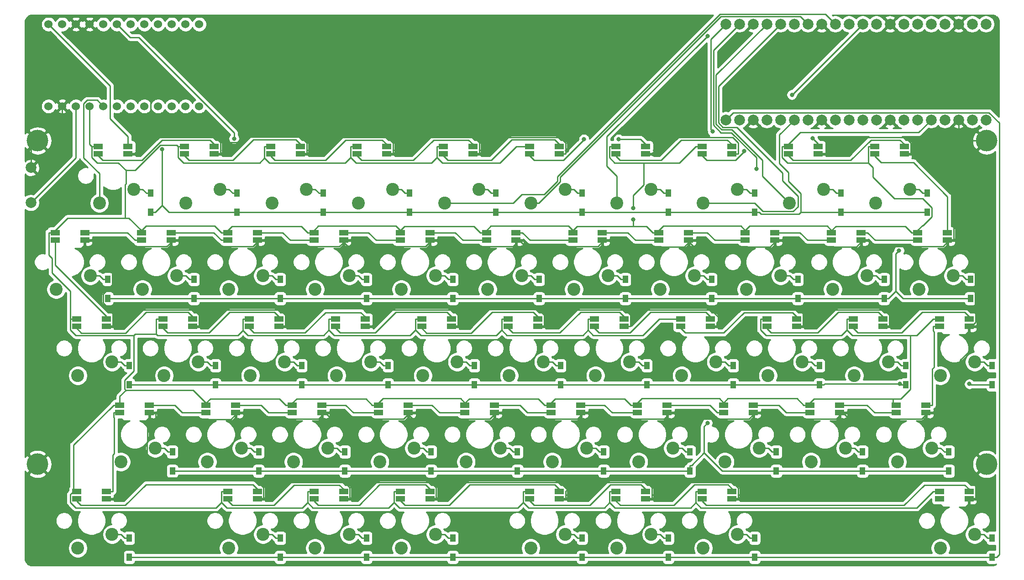
<source format=gbr>
%TF.GenerationSoftware,KiCad,Pcbnew,(5.1.9)-1*%
%TF.CreationDate,2021-02-12T02:56:52+09:00*%
%TF.ProjectId,yuiop50d,7975696f-7035-4306-942e-6b696361645f,rev?*%
%TF.SameCoordinates,Original*%
%TF.FileFunction,Copper,L2,Bot*%
%TF.FilePolarity,Positive*%
%FSLAX46Y46*%
G04 Gerber Fmt 4.6, Leading zero omitted, Abs format (unit mm)*
G04 Created by KiCad (PCBNEW (5.1.9)-1) date 2021-02-12 02:56:52*
%MOMM*%
%LPD*%
G01*
G04 APERTURE LIST*
%TA.AperFunction,ComponentPad*%
%ADD10C,2.000000*%
%TD*%
%TA.AperFunction,ComponentPad*%
%ADD11C,4.000000*%
%TD*%
%TA.AperFunction,SMDPad,CuDef*%
%ADD12R,1.000000X1.400000*%
%TD*%
%TA.AperFunction,SMDPad,CuDef*%
%ADD13R,1.700000X1.000000*%
%TD*%
%TA.AperFunction,ComponentPad*%
%ADD14C,2.400000*%
%TD*%
%TA.AperFunction,ComponentPad*%
%ADD15C,1.524000*%
%TD*%
%TA.AperFunction,ViaPad*%
%ADD16C,0.800000*%
%TD*%
%TA.AperFunction,Conductor*%
%ADD17C,0.250000*%
%TD*%
%TA.AperFunction,Conductor*%
%ADD18C,0.254000*%
%TD*%
%TA.AperFunction,Conductor*%
%ADD19C,0.100000*%
%TD*%
G04 APERTURE END LIST*
D10*
%TO.P,U2,33*%
%TO.N,GND*%
X211100000Y-70140000D03*
%TO.P,U2,35*%
%TO.N,Net-(U2-Pad35)*%
X216180000Y-70140000D03*
%TO.P,U2,34*%
%TO.N,Net-(U2-Pad34)*%
X213640000Y-70140000D03*
%TO.P,U2,36*%
%TO.N,VCC*%
X218720000Y-70140000D03*
%TO.P,U2,39*%
%TO.N,Net-(U2-Pad39)*%
X226340000Y-70140000D03*
%TO.P,U2,40*%
%TO.N,Net-(U2-Pad40)*%
X228880000Y-70140000D03*
%TO.P,U2,38*%
%TO.N,GND*%
X223800000Y-70140000D03*
%TO.P,U2,37*%
%TO.N,Net-(U2-Pad37)*%
X221260000Y-70140000D03*
%TO.P,U2,11*%
%TO.N,/COL4*%
X203480000Y-52360000D03*
%TO.P,U2,18*%
%TO.N,GND*%
X185700000Y-52360000D03*
%TO.P,U2,2*%
%TO.N,Net-(U2-Pad2)*%
X226340000Y-52360000D03*
%TO.P,U2,20*%
%TO.N,/COL11*%
X180620000Y-52360000D03*
%TO.P,U2,21*%
%TO.N,/ROW5*%
X180620000Y-70140000D03*
%TO.P,U2,22*%
%TO.N,/ROW4*%
X183160000Y-70140000D03*
%TO.P,U2,3*%
%TO.N,GND*%
X223800000Y-52360000D03*
%TO.P,U2,15*%
%TO.N,/COL7*%
X193320000Y-52360000D03*
%TO.P,U2,23*%
%TO.N,GND*%
X185700000Y-70140000D03*
%TO.P,U2,24*%
%TO.N,/ROW3*%
X188240000Y-70140000D03*
%TO.P,U2,5*%
%TO.N,Net-(U2-Pad5)*%
X218720000Y-52360000D03*
%TO.P,U2,19*%
%TO.N,/COL10*%
X183160000Y-52360000D03*
%TO.P,U2,4*%
%TO.N,Net-(U2-Pad4)*%
X221260000Y-52360000D03*
%TO.P,U2,7*%
%TO.N,/COL1*%
X213640000Y-52360000D03*
%TO.P,U2,1*%
%TO.N,Net-(U2-Pad1)*%
X228880000Y-52360000D03*
%TO.P,U2,10*%
%TO.N,/COL3*%
X206020000Y-52360000D03*
%TO.P,U2,12*%
%TO.N,/COL5*%
X200940000Y-52360000D03*
%TO.P,U2,6*%
%TO.N,/LED*%
X216180000Y-52360000D03*
%TO.P,U2,13*%
%TO.N,GND*%
X198400000Y-52360000D03*
%TO.P,U2,9*%
%TO.N,/COL2*%
X208560000Y-52360000D03*
%TO.P,U2,14*%
%TO.N,/COL6*%
X195860000Y-52360000D03*
%TO.P,U2,8*%
%TO.N,GND*%
X211100000Y-52360000D03*
%TO.P,U2,17*%
%TO.N,/COL9*%
X188240000Y-52360000D03*
%TO.P,U2,16*%
%TO.N,/COL8*%
X190780000Y-52360000D03*
%TO.P,U2,32*%
%TO.N,Net-(U2-Pad32)*%
X208560000Y-70140000D03*
%TO.P,U2,26*%
%TO.N,/ROW1*%
X193320000Y-70140000D03*
%TO.P,U2,30*%
%TO.N,Net-(U2-Pad30)*%
X203480000Y-70140000D03*
%TO.P,U2,25*%
%TO.N,/ROW2*%
X190780000Y-70140000D03*
%TO.P,U2,31*%
%TO.N,Net-(U2-Pad31)*%
X206020000Y-70140000D03*
%TO.P,U2,29*%
%TO.N,Net-(U2-Pad29)*%
X200940000Y-70140000D03*
%TO.P,U2,27*%
%TO.N,Net-(U2-Pad27)*%
X195860000Y-70140000D03*
%TO.P,U2,28*%
%TO.N,GND*%
X198400000Y-70140000D03*
%TD*%
%TO.P,SW_RST1,2*%
%TO.N,GND*%
X51750000Y-79000000D03*
%TO.P,SW_RST1,1*%
%TO.N,/RST*%
X51750000Y-85500000D03*
%TD*%
D11*
%TO.P,HOLE4,*%
%TO.N,GND*%
X229000000Y-134000000D03*
%TD*%
%TO.P,HOLE3,*%
%TO.N,GND*%
X53000000Y-134000000D03*
%TD*%
%TO.P,HOLE2,*%
%TO.N,GND*%
X229000000Y-74000000D03*
%TD*%
%TO.P,HOLE1,*%
%TO.N,GND*%
X53000000Y-74000000D03*
%TD*%
D12*
%TO.P,D1,1*%
%TO.N,/ROW1*%
X74000000Y-87275000D03*
%TO.P,D1,2*%
%TO.N,Net-(D1-Pad2)*%
X74000000Y-83725000D03*
%TD*%
%TO.P,D2,2*%
%TO.N,Net-(D2-Pad2)*%
X90000000Y-83725000D03*
%TO.P,D2,1*%
%TO.N,/ROW1*%
X90000000Y-87275000D03*
%TD*%
%TO.P,D3,1*%
%TO.N,/ROW1*%
X106000000Y-87275000D03*
%TO.P,D3,2*%
%TO.N,Net-(D3-Pad2)*%
X106000000Y-83725000D03*
%TD*%
%TO.P,D4,2*%
%TO.N,Net-(D4-Pad2)*%
X122000000Y-83725000D03*
%TO.P,D4,1*%
%TO.N,/ROW1*%
X122000000Y-87275000D03*
%TD*%
%TO.P,D5,1*%
%TO.N,/ROW1*%
X138000000Y-87275000D03*
%TO.P,D5,2*%
%TO.N,Net-(D5-Pad2)*%
X138000000Y-83725000D03*
%TD*%
%TO.P,D6,2*%
%TO.N,Net-(D6-Pad2)*%
X154000000Y-83725000D03*
%TO.P,D6,1*%
%TO.N,/ROW1*%
X154000000Y-87275000D03*
%TD*%
%TO.P,D7,1*%
%TO.N,/ROW1*%
X170000000Y-87275000D03*
%TO.P,D7,2*%
%TO.N,Net-(D7-Pad2)*%
X170000000Y-83725000D03*
%TD*%
%TO.P,D8,2*%
%TO.N,Net-(D8-Pad2)*%
X186000000Y-83725000D03*
%TO.P,D8,1*%
%TO.N,/ROW1*%
X186000000Y-87275000D03*
%TD*%
%TO.P,D9,1*%
%TO.N,/ROW1*%
X202000000Y-87275000D03*
%TO.P,D9,2*%
%TO.N,Net-(D9-Pad2)*%
X202000000Y-83725000D03*
%TD*%
%TO.P,D10,2*%
%TO.N,Net-(D10-Pad2)*%
X218000000Y-83725000D03*
%TO.P,D10,1*%
%TO.N,/ROW1*%
X218000000Y-87275000D03*
%TD*%
%TO.P,D11,2*%
%TO.N,Net-(D11-Pad2)*%
X66000000Y-99725000D03*
%TO.P,D11,1*%
%TO.N,/ROW2*%
X66000000Y-103275000D03*
%TD*%
%TO.P,D12,1*%
%TO.N,/ROW2*%
X82000000Y-103275000D03*
%TO.P,D12,2*%
%TO.N,Net-(D12-Pad2)*%
X82000000Y-99725000D03*
%TD*%
%TO.P,D13,2*%
%TO.N,Net-(D13-Pad2)*%
X98000000Y-99725000D03*
%TO.P,D13,1*%
%TO.N,/ROW2*%
X98000000Y-103275000D03*
%TD*%
%TO.P,D14,1*%
%TO.N,/ROW2*%
X114000000Y-103275000D03*
%TO.P,D14,2*%
%TO.N,Net-(D14-Pad2)*%
X114000000Y-99725000D03*
%TD*%
%TO.P,D15,1*%
%TO.N,/ROW2*%
X130000000Y-103275000D03*
%TO.P,D15,2*%
%TO.N,Net-(D15-Pad2)*%
X130000000Y-99725000D03*
%TD*%
%TO.P,D16,2*%
%TO.N,Net-(D16-Pad2)*%
X146000000Y-99725000D03*
%TO.P,D16,1*%
%TO.N,/ROW2*%
X146000000Y-103275000D03*
%TD*%
%TO.P,D17,1*%
%TO.N,/ROW2*%
X162000000Y-103275000D03*
%TO.P,D17,2*%
%TO.N,Net-(D17-Pad2)*%
X162000000Y-99725000D03*
%TD*%
%TO.P,D18,2*%
%TO.N,Net-(D18-Pad2)*%
X178000000Y-99725000D03*
%TO.P,D18,1*%
%TO.N,/ROW2*%
X178000000Y-103275000D03*
%TD*%
%TO.P,D19,1*%
%TO.N,/ROW2*%
X194000000Y-103275000D03*
%TO.P,D19,2*%
%TO.N,Net-(D19-Pad2)*%
X194000000Y-99725000D03*
%TD*%
%TO.P,D20,1*%
%TO.N,/ROW2*%
X210000000Y-103275000D03*
%TO.P,D20,2*%
%TO.N,Net-(D20-Pad2)*%
X210000000Y-99725000D03*
%TD*%
%TO.P,D21,2*%
%TO.N,Net-(D21-Pad2)*%
X226000000Y-99725000D03*
%TO.P,D21,1*%
%TO.N,/ROW2*%
X226000000Y-103275000D03*
%TD*%
%TO.P,D22,1*%
%TO.N,/ROW3*%
X70000000Y-119275000D03*
%TO.P,D22,2*%
%TO.N,Net-(D22-Pad2)*%
X70000000Y-115725000D03*
%TD*%
%TO.P,D23,2*%
%TO.N,Net-(D23-Pad2)*%
X86000000Y-115725000D03*
%TO.P,D23,1*%
%TO.N,/ROW3*%
X86000000Y-119275000D03*
%TD*%
%TO.P,D24,1*%
%TO.N,/ROW3*%
X102000000Y-119275000D03*
%TO.P,D24,2*%
%TO.N,Net-(D24-Pad2)*%
X102000000Y-115725000D03*
%TD*%
%TO.P,D25,2*%
%TO.N,Net-(D25-Pad2)*%
X118000000Y-115725000D03*
%TO.P,D25,1*%
%TO.N,/ROW3*%
X118000000Y-119275000D03*
%TD*%
%TO.P,D26,1*%
%TO.N,/ROW3*%
X134000000Y-119275000D03*
%TO.P,D26,2*%
%TO.N,Net-(D26-Pad2)*%
X134000000Y-115725000D03*
%TD*%
%TO.P,D27,2*%
%TO.N,Net-(D27-Pad2)*%
X150000000Y-115725000D03*
%TO.P,D27,1*%
%TO.N,/ROW3*%
X150000000Y-119275000D03*
%TD*%
%TO.P,D28,1*%
%TO.N,/ROW3*%
X166000000Y-119275000D03*
%TO.P,D28,2*%
%TO.N,Net-(D28-Pad2)*%
X166000000Y-115725000D03*
%TD*%
%TO.P,D29,1*%
%TO.N,/ROW3*%
X182000000Y-119275000D03*
%TO.P,D29,2*%
%TO.N,Net-(D29-Pad2)*%
X182000000Y-115725000D03*
%TD*%
%TO.P,D30,2*%
%TO.N,Net-(D30-Pad2)*%
X198000000Y-115725000D03*
%TO.P,D30,1*%
%TO.N,/ROW3*%
X198000000Y-119275000D03*
%TD*%
%TO.P,D31,1*%
%TO.N,/ROW3*%
X214000000Y-119275000D03*
%TO.P,D31,2*%
%TO.N,Net-(D31-Pad2)*%
X214000000Y-115725000D03*
%TD*%
%TO.P,D32,2*%
%TO.N,Net-(D32-Pad2)*%
X230000000Y-115725000D03*
%TO.P,D32,1*%
%TO.N,/ROW3*%
X230000000Y-119275000D03*
%TD*%
%TO.P,D33,2*%
%TO.N,Net-(D33-Pad2)*%
X78000000Y-131725000D03*
%TO.P,D33,1*%
%TO.N,/ROW4*%
X78000000Y-135275000D03*
%TD*%
%TO.P,D34,2*%
%TO.N,Net-(D34-Pad2)*%
X94000000Y-131725000D03*
%TO.P,D34,1*%
%TO.N,/ROW4*%
X94000000Y-135275000D03*
%TD*%
%TO.P,D35,1*%
%TO.N,/ROW4*%
X110000000Y-135275000D03*
%TO.P,D35,2*%
%TO.N,Net-(D35-Pad2)*%
X110000000Y-131725000D03*
%TD*%
%TO.P,D36,1*%
%TO.N,/ROW4*%
X126000000Y-135275000D03*
%TO.P,D36,2*%
%TO.N,Net-(D36-Pad2)*%
X126000000Y-131725000D03*
%TD*%
%TO.P,D37,2*%
%TO.N,Net-(D37-Pad2)*%
X142000000Y-131725000D03*
%TO.P,D37,1*%
%TO.N,/ROW4*%
X142000000Y-135275000D03*
%TD*%
%TO.P,D38,2*%
%TO.N,Net-(D38-Pad2)*%
X158000000Y-131725000D03*
%TO.P,D38,1*%
%TO.N,/ROW4*%
X158000000Y-135275000D03*
%TD*%
%TO.P,D39,2*%
%TO.N,Net-(D39-Pad2)*%
X174000000Y-131725000D03*
%TO.P,D39,1*%
%TO.N,/ROW4*%
X174000000Y-135275000D03*
%TD*%
%TO.P,D40,2*%
%TO.N,Net-(D40-Pad2)*%
X190000000Y-131725000D03*
%TO.P,D40,1*%
%TO.N,/ROW4*%
X190000000Y-135275000D03*
%TD*%
%TO.P,D41,1*%
%TO.N,/ROW4*%
X206000000Y-135275000D03*
%TO.P,D41,2*%
%TO.N,Net-(D41-Pad2)*%
X206000000Y-131725000D03*
%TD*%
%TO.P,D42,1*%
%TO.N,/ROW4*%
X222000000Y-135275000D03*
%TO.P,D42,2*%
%TO.N,Net-(D42-Pad2)*%
X222000000Y-131725000D03*
%TD*%
%TO.P,D43,1*%
%TO.N,/ROW5*%
X70000000Y-151275000D03*
%TO.P,D43,2*%
%TO.N,Net-(D43-Pad2)*%
X70000000Y-147725000D03*
%TD*%
%TO.P,D44,2*%
%TO.N,Net-(D44-Pad2)*%
X98000000Y-147725000D03*
%TO.P,D44,1*%
%TO.N,/ROW5*%
X98000000Y-151275000D03*
%TD*%
%TO.P,D45,2*%
%TO.N,Net-(D45-Pad2)*%
X114000000Y-147725000D03*
%TO.P,D45,1*%
%TO.N,/ROW5*%
X114000000Y-151275000D03*
%TD*%
%TO.P,D46,1*%
%TO.N,/ROW5*%
X130000000Y-151275000D03*
%TO.P,D46,2*%
%TO.N,Net-(D46-Pad2)*%
X130000000Y-147725000D03*
%TD*%
%TO.P,D47,1*%
%TO.N,/ROW5*%
X154000000Y-151275000D03*
%TO.P,D47,2*%
%TO.N,Net-(D47-Pad2)*%
X154000000Y-147725000D03*
%TD*%
%TO.P,D48,2*%
%TO.N,Net-(D48-Pad2)*%
X170000000Y-147725000D03*
%TO.P,D48,1*%
%TO.N,/ROW5*%
X170000000Y-151275000D03*
%TD*%
%TO.P,D49,2*%
%TO.N,Net-(D49-Pad2)*%
X186000000Y-147725000D03*
%TO.P,D49,1*%
%TO.N,/ROW5*%
X186000000Y-151275000D03*
%TD*%
%TO.P,D50,1*%
%TO.N,/ROW5*%
X230000000Y-151275000D03*
%TO.P,D50,2*%
%TO.N,Net-(D50-Pad2)*%
X230000000Y-147725000D03*
%TD*%
D13*
%TO.P,LED1,3*%
%TO.N,GND*%
X69750000Y-76440000D03*
%TO.P,LED1,4*%
%TO.N,/LED*%
X69750000Y-75040000D03*
%TO.P,LED1,2*%
%TO.N,Net-(LED1-Pad2)*%
X64250000Y-76440000D03*
%TO.P,LED1,1*%
%TO.N,VCC*%
X64250000Y-75040000D03*
%TD*%
%TO.P,LED2,1*%
%TO.N,VCC*%
X80250000Y-75040000D03*
%TO.P,LED2,2*%
%TO.N,Net-(LED2-Pad2)*%
X80250000Y-76440000D03*
%TO.P,LED2,4*%
%TO.N,Net-(LED1-Pad2)*%
X85750000Y-75040000D03*
%TO.P,LED2,3*%
%TO.N,GND*%
X85750000Y-76440000D03*
%TD*%
%TO.P,LED3,3*%
%TO.N,GND*%
X101750000Y-76440000D03*
%TO.P,LED3,4*%
%TO.N,Net-(LED2-Pad2)*%
X101750000Y-75040000D03*
%TO.P,LED3,2*%
%TO.N,Net-(LED3-Pad2)*%
X96250000Y-76440000D03*
%TO.P,LED3,1*%
%TO.N,VCC*%
X96250000Y-75040000D03*
%TD*%
%TO.P,LED4,1*%
%TO.N,VCC*%
X112250000Y-75040000D03*
%TO.P,LED4,2*%
%TO.N,Net-(LED4-Pad2)*%
X112250000Y-76440000D03*
%TO.P,LED4,4*%
%TO.N,Net-(LED3-Pad2)*%
X117750000Y-75040000D03*
%TO.P,LED4,3*%
%TO.N,GND*%
X117750000Y-76440000D03*
%TD*%
%TO.P,LED5,3*%
%TO.N,GND*%
X133750000Y-76440000D03*
%TO.P,LED5,4*%
%TO.N,Net-(LED4-Pad2)*%
X133750000Y-75040000D03*
%TO.P,LED5,2*%
%TO.N,Net-(LED5-Pad2)*%
X128250000Y-76440000D03*
%TO.P,LED5,1*%
%TO.N,VCC*%
X128250000Y-75040000D03*
%TD*%
%TO.P,LED6,1*%
%TO.N,VCC*%
X144250000Y-75040000D03*
%TO.P,LED6,2*%
%TO.N,Net-(LED6-Pad2)*%
X144250000Y-76440000D03*
%TO.P,LED6,4*%
%TO.N,Net-(LED5-Pad2)*%
X149750000Y-75040000D03*
%TO.P,LED6,3*%
%TO.N,GND*%
X149750000Y-76440000D03*
%TD*%
%TO.P,LED7,3*%
%TO.N,GND*%
X165750000Y-76440000D03*
%TO.P,LED7,4*%
%TO.N,Net-(LED6-Pad2)*%
X165750000Y-75040000D03*
%TO.P,LED7,2*%
%TO.N,Net-(LED7-Pad2)*%
X160250000Y-76440000D03*
%TO.P,LED7,1*%
%TO.N,VCC*%
X160250000Y-75040000D03*
%TD*%
%TO.P,LED8,1*%
%TO.N,VCC*%
X176250000Y-75040000D03*
%TO.P,LED8,2*%
%TO.N,Net-(LED8-Pad2)*%
X176250000Y-76440000D03*
%TO.P,LED8,4*%
%TO.N,Net-(LED7-Pad2)*%
X181750000Y-75040000D03*
%TO.P,LED8,3*%
%TO.N,GND*%
X181750000Y-76440000D03*
%TD*%
%TO.P,LED9,3*%
%TO.N,GND*%
X197750000Y-76440000D03*
%TO.P,LED9,4*%
%TO.N,Net-(LED8-Pad2)*%
X197750000Y-75040000D03*
%TO.P,LED9,2*%
%TO.N,Net-(LED10-Pad4)*%
X192250000Y-76440000D03*
%TO.P,LED9,1*%
%TO.N,VCC*%
X192250000Y-75040000D03*
%TD*%
%TO.P,LED10,1*%
%TO.N,VCC*%
X208250000Y-75040000D03*
%TO.P,LED10,2*%
%TO.N,Net-(LED10-Pad2)*%
X208250000Y-76440000D03*
%TO.P,LED10,4*%
%TO.N,Net-(LED10-Pad4)*%
X213750000Y-75040000D03*
%TO.P,LED10,3*%
%TO.N,GND*%
X213750000Y-76440000D03*
%TD*%
%TO.P,LED11,3*%
%TO.N,GND*%
X221750000Y-92440000D03*
%TO.P,LED11,4*%
%TO.N,Net-(LED10-Pad2)*%
X221750000Y-91040000D03*
%TO.P,LED11,2*%
%TO.N,Net-(LED11-Pad2)*%
X216250000Y-92440000D03*
%TO.P,LED11,1*%
%TO.N,VCC*%
X216250000Y-91040000D03*
%TD*%
%TO.P,LED12,1*%
%TO.N,VCC*%
X200250000Y-91040000D03*
%TO.P,LED12,2*%
%TO.N,Net-(LED12-Pad2)*%
X200250000Y-92440000D03*
%TO.P,LED12,4*%
%TO.N,Net-(LED11-Pad2)*%
X205750000Y-91040000D03*
%TO.P,LED12,3*%
%TO.N,GND*%
X205750000Y-92440000D03*
%TD*%
%TO.P,LED13,3*%
%TO.N,GND*%
X189750000Y-92440000D03*
%TO.P,LED13,4*%
%TO.N,Net-(LED12-Pad2)*%
X189750000Y-91040000D03*
%TO.P,LED13,2*%
%TO.N,Net-(LED13-Pad2)*%
X184250000Y-92440000D03*
%TO.P,LED13,1*%
%TO.N,VCC*%
X184250000Y-91040000D03*
%TD*%
%TO.P,LED14,1*%
%TO.N,VCC*%
X168250000Y-91040000D03*
%TO.P,LED14,2*%
%TO.N,Net-(LED14-Pad2)*%
X168250000Y-92440000D03*
%TO.P,LED14,4*%
%TO.N,Net-(LED13-Pad2)*%
X173750000Y-91040000D03*
%TO.P,LED14,3*%
%TO.N,GND*%
X173750000Y-92440000D03*
%TD*%
%TO.P,LED15,3*%
%TO.N,GND*%
X157750000Y-92440000D03*
%TO.P,LED15,4*%
%TO.N,Net-(LED14-Pad2)*%
X157750000Y-91040000D03*
%TO.P,LED15,2*%
%TO.N,Net-(LED15-Pad2)*%
X152250000Y-92440000D03*
%TO.P,LED15,1*%
%TO.N,VCC*%
X152250000Y-91040000D03*
%TD*%
%TO.P,LED16,1*%
%TO.N,VCC*%
X136250000Y-91040000D03*
%TO.P,LED16,2*%
%TO.N,Net-(LED16-Pad2)*%
X136250000Y-92440000D03*
%TO.P,LED16,4*%
%TO.N,Net-(LED15-Pad2)*%
X141750000Y-91040000D03*
%TO.P,LED16,3*%
%TO.N,GND*%
X141750000Y-92440000D03*
%TD*%
%TO.P,LED17,3*%
%TO.N,GND*%
X125750000Y-92440000D03*
%TO.P,LED17,4*%
%TO.N,Net-(LED16-Pad2)*%
X125750000Y-91040000D03*
%TO.P,LED17,2*%
%TO.N,Net-(LED17-Pad2)*%
X120250000Y-92440000D03*
%TO.P,LED17,1*%
%TO.N,VCC*%
X120250000Y-91040000D03*
%TD*%
%TO.P,LED18,1*%
%TO.N,VCC*%
X104250000Y-91040000D03*
%TO.P,LED18,2*%
%TO.N,Net-(LED18-Pad2)*%
X104250000Y-92440000D03*
%TO.P,LED18,4*%
%TO.N,Net-(LED17-Pad2)*%
X109750000Y-91040000D03*
%TO.P,LED18,3*%
%TO.N,GND*%
X109750000Y-92440000D03*
%TD*%
%TO.P,LED19,3*%
%TO.N,GND*%
X93750000Y-92440000D03*
%TO.P,LED19,4*%
%TO.N,Net-(LED18-Pad2)*%
X93750000Y-91040000D03*
%TO.P,LED19,2*%
%TO.N,Net-(LED19-Pad2)*%
X88250000Y-92440000D03*
%TO.P,LED19,1*%
%TO.N,VCC*%
X88250000Y-91040000D03*
%TD*%
%TO.P,LED20,1*%
%TO.N,VCC*%
X72250000Y-91040000D03*
%TO.P,LED20,2*%
%TO.N,Net-(LED20-Pad2)*%
X72250000Y-92440000D03*
%TO.P,LED20,4*%
%TO.N,Net-(LED19-Pad2)*%
X77750000Y-91040000D03*
%TO.P,LED20,3*%
%TO.N,GND*%
X77750000Y-92440000D03*
%TD*%
%TO.P,LED21,3*%
%TO.N,GND*%
X61750000Y-92440000D03*
%TO.P,LED21,4*%
%TO.N,Net-(LED20-Pad2)*%
X61750000Y-91040000D03*
%TO.P,LED21,2*%
%TO.N,Net-(LED21-Pad2)*%
X56250000Y-92440000D03*
%TO.P,LED21,1*%
%TO.N,VCC*%
X56250000Y-91040000D03*
%TD*%
%TO.P,LED22,1*%
%TO.N,VCC*%
X60250000Y-107040000D03*
%TO.P,LED22,2*%
%TO.N,Net-(LED22-Pad2)*%
X60250000Y-108440000D03*
%TO.P,LED22,4*%
%TO.N,Net-(LED21-Pad2)*%
X65750000Y-107040000D03*
%TO.P,LED22,3*%
%TO.N,GND*%
X65750000Y-108440000D03*
%TD*%
%TO.P,LED23,3*%
%TO.N,GND*%
X81750000Y-108440000D03*
%TO.P,LED23,4*%
%TO.N,Net-(LED22-Pad2)*%
X81750000Y-107040000D03*
%TO.P,LED23,2*%
%TO.N,Net-(LED23-Pad2)*%
X76250000Y-108440000D03*
%TO.P,LED23,1*%
%TO.N,VCC*%
X76250000Y-107040000D03*
%TD*%
%TO.P,LED24,1*%
%TO.N,VCC*%
X92250000Y-107040000D03*
%TO.P,LED24,2*%
%TO.N,Net-(LED24-Pad2)*%
X92250000Y-108440000D03*
%TO.P,LED24,4*%
%TO.N,Net-(LED23-Pad2)*%
X97750000Y-107040000D03*
%TO.P,LED24,3*%
%TO.N,GND*%
X97750000Y-108440000D03*
%TD*%
%TO.P,LED25,1*%
%TO.N,VCC*%
X108250000Y-107040000D03*
%TO.P,LED25,2*%
%TO.N,Net-(LED25-Pad2)*%
X108250000Y-108440000D03*
%TO.P,LED25,4*%
%TO.N,Net-(LED24-Pad2)*%
X113750000Y-107040000D03*
%TO.P,LED25,3*%
%TO.N,GND*%
X113750000Y-108440000D03*
%TD*%
%TO.P,LED26,1*%
%TO.N,VCC*%
X124250000Y-107040000D03*
%TO.P,LED26,2*%
%TO.N,Net-(LED26-Pad2)*%
X124250000Y-108440000D03*
%TO.P,LED26,4*%
%TO.N,Net-(LED25-Pad2)*%
X129750000Y-107040000D03*
%TO.P,LED26,3*%
%TO.N,GND*%
X129750000Y-108440000D03*
%TD*%
%TO.P,LED27,3*%
%TO.N,GND*%
X145750000Y-108440000D03*
%TO.P,LED27,4*%
%TO.N,Net-(LED26-Pad2)*%
X145750000Y-107040000D03*
%TO.P,LED27,2*%
%TO.N,Net-(LED27-Pad2)*%
X140250000Y-108440000D03*
%TO.P,LED27,1*%
%TO.N,VCC*%
X140250000Y-107040000D03*
%TD*%
%TO.P,LED28,3*%
%TO.N,GND*%
X161750000Y-108440000D03*
%TO.P,LED28,4*%
%TO.N,Net-(LED27-Pad2)*%
X161750000Y-107040000D03*
%TO.P,LED28,2*%
%TO.N,Net-(LED28-Pad2)*%
X156250000Y-108440000D03*
%TO.P,LED28,1*%
%TO.N,VCC*%
X156250000Y-107040000D03*
%TD*%
%TO.P,LED29,1*%
%TO.N,VCC*%
X172250000Y-107040000D03*
%TO.P,LED29,2*%
%TO.N,Net-(LED29-Pad2)*%
X172250000Y-108440000D03*
%TO.P,LED29,4*%
%TO.N,Net-(LED28-Pad2)*%
X177750000Y-107040000D03*
%TO.P,LED29,3*%
%TO.N,GND*%
X177750000Y-108440000D03*
%TD*%
%TO.P,LED30,1*%
%TO.N,VCC*%
X188250000Y-107040000D03*
%TO.P,LED30,2*%
%TO.N,Net-(LED30-Pad2)*%
X188250000Y-108440000D03*
%TO.P,LED30,4*%
%TO.N,Net-(LED29-Pad2)*%
X193750000Y-107040000D03*
%TO.P,LED30,3*%
%TO.N,GND*%
X193750000Y-108440000D03*
%TD*%
%TO.P,LED31,3*%
%TO.N,GND*%
X209750000Y-108440000D03*
%TO.P,LED31,4*%
%TO.N,Net-(LED30-Pad2)*%
X209750000Y-107040000D03*
%TO.P,LED31,2*%
%TO.N,Net-(LED31-Pad2)*%
X204250000Y-108440000D03*
%TO.P,LED31,1*%
%TO.N,VCC*%
X204250000Y-107040000D03*
%TD*%
%TO.P,LED32,3*%
%TO.N,GND*%
X225750000Y-108440000D03*
%TO.P,LED32,4*%
%TO.N,Net-(LED31-Pad2)*%
X225750000Y-107040000D03*
%TO.P,LED32,2*%
%TO.N,Net-(LED32-Pad2)*%
X220250000Y-108440000D03*
%TO.P,LED32,1*%
%TO.N,VCC*%
X220250000Y-107040000D03*
%TD*%
%TO.P,LED33,1*%
%TO.N,VCC*%
X212250000Y-123040000D03*
%TO.P,LED33,2*%
%TO.N,Net-(LED33-Pad2)*%
X212250000Y-124440000D03*
%TO.P,LED33,4*%
%TO.N,Net-(LED32-Pad2)*%
X217750000Y-123040000D03*
%TO.P,LED33,3*%
%TO.N,GND*%
X217750000Y-124440000D03*
%TD*%
%TO.P,LED34,1*%
%TO.N,VCC*%
X196250000Y-123040000D03*
%TO.P,LED34,2*%
%TO.N,Net-(LED34-Pad2)*%
X196250000Y-124440000D03*
%TO.P,LED34,4*%
%TO.N,Net-(LED33-Pad2)*%
X201750000Y-123040000D03*
%TO.P,LED34,3*%
%TO.N,GND*%
X201750000Y-124440000D03*
%TD*%
%TO.P,LED35,3*%
%TO.N,GND*%
X185750000Y-124440000D03*
%TO.P,LED35,4*%
%TO.N,Net-(LED34-Pad2)*%
X185750000Y-123040000D03*
%TO.P,LED35,2*%
%TO.N,Net-(LED35-Pad2)*%
X180250000Y-124440000D03*
%TO.P,LED35,1*%
%TO.N,VCC*%
X180250000Y-123040000D03*
%TD*%
%TO.P,LED36,1*%
%TO.N,VCC*%
X164250000Y-123040000D03*
%TO.P,LED36,2*%
%TO.N,Net-(LED36-Pad2)*%
X164250000Y-124440000D03*
%TO.P,LED36,4*%
%TO.N,Net-(LED35-Pad2)*%
X169750000Y-123040000D03*
%TO.P,LED36,3*%
%TO.N,GND*%
X169750000Y-124440000D03*
%TD*%
%TO.P,LED37,1*%
%TO.N,VCC*%
X148250000Y-123040000D03*
%TO.P,LED37,2*%
%TO.N,Net-(LED37-Pad2)*%
X148250000Y-124440000D03*
%TO.P,LED37,4*%
%TO.N,Net-(LED36-Pad2)*%
X153750000Y-123040000D03*
%TO.P,LED37,3*%
%TO.N,GND*%
X153750000Y-124440000D03*
%TD*%
%TO.P,LED38,3*%
%TO.N,GND*%
X137750000Y-124440000D03*
%TO.P,LED38,4*%
%TO.N,Net-(LED37-Pad2)*%
X137750000Y-123040000D03*
%TO.P,LED38,2*%
%TO.N,Net-(LED38-Pad2)*%
X132250000Y-124440000D03*
%TO.P,LED38,1*%
%TO.N,VCC*%
X132250000Y-123040000D03*
%TD*%
%TO.P,LED39,3*%
%TO.N,GND*%
X121750000Y-124440000D03*
%TO.P,LED39,4*%
%TO.N,Net-(LED38-Pad2)*%
X121750000Y-123040000D03*
%TO.P,LED39,2*%
%TO.N,Net-(LED39-Pad2)*%
X116250000Y-124440000D03*
%TO.P,LED39,1*%
%TO.N,VCC*%
X116250000Y-123040000D03*
%TD*%
%TO.P,LED40,3*%
%TO.N,GND*%
X105750000Y-124440000D03*
%TO.P,LED40,4*%
%TO.N,Net-(LED39-Pad2)*%
X105750000Y-123040000D03*
%TO.P,LED40,2*%
%TO.N,Net-(LED40-Pad2)*%
X100250000Y-124440000D03*
%TO.P,LED40,1*%
%TO.N,VCC*%
X100250000Y-123040000D03*
%TD*%
%TO.P,LED41,1*%
%TO.N,VCC*%
X84250000Y-123040000D03*
%TO.P,LED41,2*%
%TO.N,Net-(LED41-Pad2)*%
X84250000Y-124440000D03*
%TO.P,LED41,4*%
%TO.N,Net-(LED40-Pad2)*%
X89750000Y-123040000D03*
%TO.P,LED41,3*%
%TO.N,GND*%
X89750000Y-124440000D03*
%TD*%
%TO.P,LED42,3*%
%TO.N,GND*%
X73750000Y-124440000D03*
%TO.P,LED42,4*%
%TO.N,Net-(LED41-Pad2)*%
X73750000Y-123040000D03*
%TO.P,LED42,2*%
%TO.N,Net-(LED42-Pad2)*%
X68250000Y-124440000D03*
%TO.P,LED42,1*%
%TO.N,VCC*%
X68250000Y-123040000D03*
%TD*%
%TO.P,LED43,3*%
%TO.N,GND*%
X65750000Y-140440000D03*
%TO.P,LED43,4*%
%TO.N,Net-(LED42-Pad2)*%
X65750000Y-139040000D03*
%TO.P,LED43,2*%
%TO.N,Net-(LED43-Pad2)*%
X60250000Y-140440000D03*
%TO.P,LED43,1*%
%TO.N,VCC*%
X60250000Y-139040000D03*
%TD*%
%TO.P,LED44,1*%
%TO.N,VCC*%
X88250000Y-139040000D03*
%TO.P,LED44,2*%
%TO.N,Net-(LED44-Pad2)*%
X88250000Y-140440000D03*
%TO.P,LED44,4*%
%TO.N,Net-(LED43-Pad2)*%
X93750000Y-139040000D03*
%TO.P,LED44,3*%
%TO.N,GND*%
X93750000Y-140440000D03*
%TD*%
%TO.P,LED45,1*%
%TO.N,VCC*%
X104250000Y-139040000D03*
%TO.P,LED45,2*%
%TO.N,Net-(LED45-Pad2)*%
X104250000Y-140440000D03*
%TO.P,LED45,4*%
%TO.N,Net-(LED44-Pad2)*%
X109750000Y-139040000D03*
%TO.P,LED45,3*%
%TO.N,GND*%
X109750000Y-140440000D03*
%TD*%
%TO.P,LED46,3*%
%TO.N,GND*%
X125750000Y-140440000D03*
%TO.P,LED46,4*%
%TO.N,Net-(LED45-Pad2)*%
X125750000Y-139040000D03*
%TO.P,LED46,2*%
%TO.N,Net-(LED46-Pad2)*%
X120250000Y-140440000D03*
%TO.P,LED46,1*%
%TO.N,VCC*%
X120250000Y-139040000D03*
%TD*%
%TO.P,LED47,3*%
%TO.N,GND*%
X149750000Y-140440000D03*
%TO.P,LED47,4*%
%TO.N,Net-(LED46-Pad2)*%
X149750000Y-139040000D03*
%TO.P,LED47,2*%
%TO.N,Net-(LED47-Pad2)*%
X144250000Y-140440000D03*
%TO.P,LED47,1*%
%TO.N,VCC*%
X144250000Y-139040000D03*
%TD*%
%TO.P,LED48,3*%
%TO.N,GND*%
X165750000Y-140440000D03*
%TO.P,LED48,4*%
%TO.N,Net-(LED47-Pad2)*%
X165750000Y-139040000D03*
%TO.P,LED48,2*%
%TO.N,Net-(LED48-Pad2)*%
X160250000Y-140440000D03*
%TO.P,LED48,1*%
%TO.N,VCC*%
X160250000Y-139040000D03*
%TD*%
%TO.P,LED49,1*%
%TO.N,VCC*%
X176250000Y-139040000D03*
%TO.P,LED49,2*%
%TO.N,Net-(LED49-Pad2)*%
X176250000Y-140440000D03*
%TO.P,LED49,4*%
%TO.N,Net-(LED48-Pad2)*%
X181750000Y-139040000D03*
%TO.P,LED49,3*%
%TO.N,GND*%
X181750000Y-140440000D03*
%TD*%
%TO.P,LED50,1*%
%TO.N,VCC*%
X220250000Y-139040000D03*
%TO.P,LED50,2*%
%TO.N,/LEDs 50/DOUT*%
X220250000Y-140440000D03*
%TO.P,LED50,4*%
%TO.N,Net-(LED49-Pad2)*%
X225750000Y-139040000D03*
%TO.P,LED50,3*%
%TO.N,GND*%
X225750000Y-140440000D03*
%TD*%
D14*
%TO.P,SW1,2*%
%TO.N,Net-(D1-Pad2)*%
X70810000Y-83040000D03*
%TO.P,SW1,1*%
%TO.N,/COL1*%
X64460000Y-85580000D03*
%TD*%
%TO.P,SW2,2*%
%TO.N,Net-(D2-Pad2)*%
X86810000Y-83040000D03*
%TO.P,SW2,1*%
%TO.N,/COL2*%
X80460000Y-85580000D03*
%TD*%
%TO.P,SW3,2*%
%TO.N,Net-(D3-Pad2)*%
X102810000Y-83040000D03*
%TO.P,SW3,1*%
%TO.N,/COL3*%
X96460000Y-85580000D03*
%TD*%
%TO.P,SW4,2*%
%TO.N,Net-(D4-Pad2)*%
X118810000Y-83040000D03*
%TO.P,SW4,1*%
%TO.N,/COL4*%
X112460000Y-85580000D03*
%TD*%
%TO.P,SW5,1*%
%TO.N,/COL5*%
X128460000Y-85580000D03*
%TO.P,SW5,2*%
%TO.N,Net-(D5-Pad2)*%
X134810000Y-83040000D03*
%TD*%
%TO.P,SW6,1*%
%TO.N,/COL6*%
X144460000Y-85580000D03*
%TO.P,SW6,2*%
%TO.N,Net-(D6-Pad2)*%
X150810000Y-83040000D03*
%TD*%
%TO.P,SW7,2*%
%TO.N,Net-(D7-Pad2)*%
X166810000Y-83040000D03*
%TO.P,SW7,1*%
%TO.N,/COL7*%
X160460000Y-85580000D03*
%TD*%
%TO.P,SW8,1*%
%TO.N,/COL8*%
X176460000Y-85580000D03*
%TO.P,SW8,2*%
%TO.N,Net-(D8-Pad2)*%
X182810000Y-83040000D03*
%TD*%
%TO.P,SW9,1*%
%TO.N,/COL9*%
X192460000Y-85580000D03*
%TO.P,SW9,2*%
%TO.N,Net-(D9-Pad2)*%
X198810000Y-83040000D03*
%TD*%
%TO.P,SW10,1*%
%TO.N,/COL10*%
X208460000Y-85580000D03*
%TO.P,SW10,2*%
%TO.N,Net-(D10-Pad2)*%
X214810000Y-83040000D03*
%TD*%
%TO.P,SW11,1*%
%TO.N,/COL1*%
X56460000Y-101580000D03*
%TO.P,SW11,2*%
%TO.N,Net-(D11-Pad2)*%
X62810000Y-99040000D03*
%TD*%
%TO.P,SW12,1*%
%TO.N,/COL2*%
X72460000Y-101580000D03*
%TO.P,SW12,2*%
%TO.N,Net-(D12-Pad2)*%
X78810000Y-99040000D03*
%TD*%
%TO.P,SW13,2*%
%TO.N,Net-(D13-Pad2)*%
X94810000Y-99040000D03*
%TO.P,SW13,1*%
%TO.N,/COL3*%
X88460000Y-101580000D03*
%TD*%
%TO.P,SW14,2*%
%TO.N,Net-(D14-Pad2)*%
X110810000Y-99040000D03*
%TO.P,SW14,1*%
%TO.N,/COL4*%
X104460000Y-101580000D03*
%TD*%
%TO.P,SW15,1*%
%TO.N,/COL5*%
X120460000Y-101580000D03*
%TO.P,SW15,2*%
%TO.N,Net-(D15-Pad2)*%
X126810000Y-99040000D03*
%TD*%
%TO.P,SW16,1*%
%TO.N,/COL6*%
X136460000Y-101580000D03*
%TO.P,SW16,2*%
%TO.N,Net-(D16-Pad2)*%
X142810000Y-99040000D03*
%TD*%
%TO.P,SW17,1*%
%TO.N,/COL7*%
X152460000Y-101580000D03*
%TO.P,SW17,2*%
%TO.N,Net-(D17-Pad2)*%
X158810000Y-99040000D03*
%TD*%
%TO.P,SW18,2*%
%TO.N,Net-(D18-Pad2)*%
X174810000Y-99040000D03*
%TO.P,SW18,1*%
%TO.N,/COL8*%
X168460000Y-101580000D03*
%TD*%
%TO.P,SW19,2*%
%TO.N,Net-(D19-Pad2)*%
X190810000Y-99040000D03*
%TO.P,SW19,1*%
%TO.N,/COL9*%
X184460000Y-101580000D03*
%TD*%
%TO.P,SW20,1*%
%TO.N,/COL10*%
X200460000Y-101580000D03*
%TO.P,SW20,2*%
%TO.N,Net-(D20-Pad2)*%
X206810000Y-99040000D03*
%TD*%
%TO.P,SW21,2*%
%TO.N,Net-(D21-Pad2)*%
X222810000Y-99040000D03*
%TO.P,SW21,1*%
%TO.N,/COL11*%
X216460000Y-101580000D03*
%TD*%
%TO.P,SW22,2*%
%TO.N,Net-(D22-Pad2)*%
X66810000Y-115040000D03*
%TO.P,SW22,1*%
%TO.N,/COL1*%
X60460000Y-117580000D03*
%TD*%
%TO.P,SW23,1*%
%TO.N,/COL2*%
X76460000Y-117580000D03*
%TO.P,SW23,2*%
%TO.N,Net-(D23-Pad2)*%
X82810000Y-115040000D03*
%TD*%
%TO.P,SW24,1*%
%TO.N,/COL3*%
X92460000Y-117580000D03*
%TO.P,SW24,2*%
%TO.N,Net-(D24-Pad2)*%
X98810000Y-115040000D03*
%TD*%
%TO.P,SW25,2*%
%TO.N,Net-(D25-Pad2)*%
X114810000Y-115040000D03*
%TO.P,SW25,1*%
%TO.N,/COL4*%
X108460000Y-117580000D03*
%TD*%
%TO.P,SW26,2*%
%TO.N,Net-(D26-Pad2)*%
X130810000Y-115040000D03*
%TO.P,SW26,1*%
%TO.N,/COL5*%
X124460000Y-117580000D03*
%TD*%
%TO.P,SW27,1*%
%TO.N,/COL6*%
X140460000Y-117580000D03*
%TO.P,SW27,2*%
%TO.N,Net-(D27-Pad2)*%
X146810000Y-115040000D03*
%TD*%
%TO.P,SW28,2*%
%TO.N,Net-(D28-Pad2)*%
X162810000Y-115040000D03*
%TO.P,SW28,1*%
%TO.N,/COL7*%
X156460000Y-117580000D03*
%TD*%
%TO.P,SW29,2*%
%TO.N,Net-(D29-Pad2)*%
X178810000Y-115040000D03*
%TO.P,SW29,1*%
%TO.N,/COL8*%
X172460000Y-117580000D03*
%TD*%
%TO.P,SW30,1*%
%TO.N,/COL9*%
X188460000Y-117580000D03*
%TO.P,SW30,2*%
%TO.N,Net-(D30-Pad2)*%
X194810000Y-115040000D03*
%TD*%
%TO.P,SW31,1*%
%TO.N,/COL10*%
X204460000Y-117580000D03*
%TO.P,SW31,2*%
%TO.N,Net-(D31-Pad2)*%
X210810000Y-115040000D03*
%TD*%
%TO.P,SW32,2*%
%TO.N,Net-(D32-Pad2)*%
X226810000Y-115040000D03*
%TO.P,SW32,1*%
%TO.N,/COL11*%
X220460000Y-117580000D03*
%TD*%
%TO.P,SW33,1*%
%TO.N,/COL1*%
X68460000Y-133580000D03*
%TO.P,SW33,2*%
%TO.N,Net-(D33-Pad2)*%
X74810000Y-131040000D03*
%TD*%
%TO.P,SW34,2*%
%TO.N,Net-(D34-Pad2)*%
X90810000Y-131040000D03*
%TO.P,SW34,1*%
%TO.N,/COL2*%
X84460000Y-133580000D03*
%TD*%
%TO.P,SW35,1*%
%TO.N,/COL3*%
X100460000Y-133580000D03*
%TO.P,SW35,2*%
%TO.N,Net-(D35-Pad2)*%
X106810000Y-131040000D03*
%TD*%
%TO.P,SW36,2*%
%TO.N,Net-(D36-Pad2)*%
X122810000Y-131040000D03*
%TO.P,SW36,1*%
%TO.N,/COL4*%
X116460000Y-133580000D03*
%TD*%
%TO.P,SW37,1*%
%TO.N,/COL5*%
X132460000Y-133580000D03*
%TO.P,SW37,2*%
%TO.N,Net-(D37-Pad2)*%
X138810000Y-131040000D03*
%TD*%
%TO.P,SW38,1*%
%TO.N,/COL6*%
X148460000Y-133580000D03*
%TO.P,SW38,2*%
%TO.N,Net-(D38-Pad2)*%
X154810000Y-131040000D03*
%TD*%
%TO.P,SW39,2*%
%TO.N,Net-(D39-Pad2)*%
X170810000Y-131040000D03*
%TO.P,SW39,1*%
%TO.N,/COL7*%
X164460000Y-133580000D03*
%TD*%
%TO.P,SW40,2*%
%TO.N,Net-(D40-Pad2)*%
X186810000Y-131040000D03*
%TO.P,SW40,1*%
%TO.N,/COL8*%
X180460000Y-133580000D03*
%TD*%
%TO.P,SW41,1*%
%TO.N,/COL9*%
X196460000Y-133580000D03*
%TO.P,SW41,2*%
%TO.N,Net-(D41-Pad2)*%
X202810000Y-131040000D03*
%TD*%
%TO.P,SW42,2*%
%TO.N,Net-(D42-Pad2)*%
X218810000Y-131040000D03*
%TO.P,SW42,1*%
%TO.N,/COL10*%
X212460000Y-133580000D03*
%TD*%
%TO.P,SW43,1*%
%TO.N,/COL1*%
X60460000Y-149580000D03*
%TO.P,SW43,2*%
%TO.N,Net-(D43-Pad2)*%
X66810000Y-147040000D03*
%TD*%
%TO.P,SW44,1*%
%TO.N,/COL2*%
X88460000Y-149580000D03*
%TO.P,SW44,2*%
%TO.N,Net-(D44-Pad2)*%
X94810000Y-147040000D03*
%TD*%
%TO.P,SW45,2*%
%TO.N,Net-(D45-Pad2)*%
X110810000Y-147040000D03*
%TO.P,SW45,1*%
%TO.N,/COL3*%
X104460000Y-149580000D03*
%TD*%
%TO.P,SW46,1*%
%TO.N,/COL4*%
X120460000Y-149580000D03*
%TO.P,SW46,2*%
%TO.N,Net-(D46-Pad2)*%
X126810000Y-147040000D03*
%TD*%
%TO.P,SW47,2*%
%TO.N,Net-(D47-Pad2)*%
X150810000Y-147040000D03*
%TO.P,SW47,1*%
%TO.N,/COL5*%
X144460000Y-149580000D03*
%TD*%
%TO.P,SW48,1*%
%TO.N,/COL6*%
X160460000Y-149580000D03*
%TO.P,SW48,2*%
%TO.N,Net-(D48-Pad2)*%
X166810000Y-147040000D03*
%TD*%
%TO.P,SW49,2*%
%TO.N,Net-(D49-Pad2)*%
X182810000Y-147040000D03*
%TO.P,SW49,1*%
%TO.N,/COL7*%
X176460000Y-149580000D03*
%TD*%
%TO.P,SW50,2*%
%TO.N,Net-(D50-Pad2)*%
X226810000Y-147040000D03*
%TO.P,SW50,1*%
%TO.N,/COL8*%
X220460000Y-149580000D03*
%TD*%
D15*
%TO.P,U1,1*%
%TO.N,/LED*%
X55022000Y-52388600D03*
%TO.P,U1,2*%
%TO.N,Net-(U1-Pad2)*%
X57562000Y-52388600D03*
%TO.P,U1,3*%
%TO.N,GND*%
X60102000Y-52388600D03*
%TO.P,U1,4*%
X62642000Y-52388600D03*
%TO.P,U1,5*%
%TO.N,/COL2*%
X65182000Y-52388600D03*
%TO.P,U1,6*%
%TO.N,/COL4*%
X67722000Y-52388600D03*
%TO.P,U1,7*%
%TO.N,/COL6*%
X70262000Y-52388600D03*
%TO.P,U1,8*%
%TO.N,/COL7*%
X72802000Y-52388600D03*
%TO.P,U1,9*%
%TO.N,/COL8*%
X75342000Y-52388600D03*
%TO.P,U1,10*%
%TO.N,/COL9*%
X77882000Y-52388600D03*
%TO.P,U1,11*%
%TO.N,/COL10*%
X80422000Y-52388600D03*
%TO.P,U1,12*%
%TO.N,/COL11*%
X82962000Y-52388600D03*
%TO.P,U1,13*%
%TO.N,/ROW5*%
X82962000Y-67608600D03*
%TO.P,U1,14*%
%TO.N,/ROW4*%
X80422000Y-67608600D03*
%TO.P,U1,15*%
%TO.N,/ROW3*%
X77882000Y-67608600D03*
%TO.P,U1,16*%
%TO.N,/ROW2*%
X75342000Y-67608600D03*
%TO.P,U1,17*%
%TO.N,/ROW1*%
X72802000Y-67608600D03*
%TO.P,U1,18*%
%TO.N,/COL5*%
X70262000Y-67608600D03*
%TO.P,U1,19*%
%TO.N,/COL3*%
X67722000Y-67608600D03*
%TO.P,U1,20*%
%TO.N,/COL1*%
X65182000Y-67608600D03*
%TO.P,U1,21*%
%TO.N,VCC*%
X62642000Y-67608600D03*
%TO.P,U1,22*%
%TO.N,/RST*%
X60102000Y-67608600D03*
%TO.P,U1,23*%
%TO.N,GND*%
X57562000Y-67608600D03*
%TO.P,U1,24*%
%TO.N,Net-(U1-Pad24)*%
X55022000Y-67608600D03*
%TD*%
D16*
%TO.N,/ROW1*%
X76087800Y-75554900D03*
%TO.N,/ROW2*%
X212781100Y-94375800D03*
%TO.N,/ROW3*%
X212898500Y-119138600D03*
X225817800Y-119138600D03*
%TO.N,/ROW4*%
X177238200Y-126360100D03*
%TO.N,GND*%
X167227800Y-76520400D03*
X159702600Y-92656200D03*
X151210200Y-75858100D03*
X172500000Y-68500000D03*
X181000000Y-57500000D03*
X175000000Y-125000000D03*
X167000000Y-112500000D03*
%TO.N,VCC*%
X163451300Y-88592000D03*
X163451300Y-86534600D03*
%TO.N,Net-(LED6-Pad2)*%
X160772200Y-73729700D03*
X154328300Y-73729700D03*
%TO.N,Net-(LED8-Pad2)*%
X196745500Y-73537800D03*
X184040500Y-75933300D03*
%TO.N,/COL3*%
X192899800Y-65480200D03*
%TO.N,/COL4*%
X89441900Y-73618600D03*
%TO.N,/COL7*%
X177235600Y-54578400D03*
%TO.N,/COL10*%
X186315100Y-79224600D03*
%TO.N,/COL11*%
X178196400Y-72238500D03*
%TD*%
D17*
%TO.N,/ROW1*%
X90000000Y-87275000D02*
X77350300Y-87275000D01*
X77350300Y-87275000D02*
X76087800Y-86012500D01*
X106000000Y-87275000D02*
X90000000Y-87275000D01*
X76087800Y-86012500D02*
X74825300Y-87275000D01*
X76087800Y-75554900D02*
X76087800Y-86012500D01*
X74000000Y-87275000D02*
X74825300Y-87275000D01*
X194544400Y-87275000D02*
X194544400Y-83783000D01*
X194544400Y-83783000D02*
X192294500Y-81533100D01*
X192294500Y-81533100D02*
X192294500Y-79932500D01*
X192294500Y-79932500D02*
X190586800Y-78224800D01*
X190586800Y-78224800D02*
X190586800Y-72873200D01*
X190586800Y-72873200D02*
X193320000Y-70140000D01*
X186825300Y-87275000D02*
X187134900Y-87584600D01*
X187134900Y-87584600D02*
X194234800Y-87584600D01*
X194234800Y-87584600D02*
X194544400Y-87275000D01*
X194544400Y-87275000D02*
X201174700Y-87275000D01*
X186000000Y-87275000D02*
X186825300Y-87275000D01*
X170000000Y-87275000D02*
X186000000Y-87275000D01*
X202000000Y-87275000D02*
X201174700Y-87275000D01*
X122000000Y-87275000D02*
X137174700Y-87275000D01*
X106825300Y-87275000D02*
X122000000Y-87275000D01*
X138000000Y-87275000D02*
X137174700Y-87275000D01*
X106000000Y-87275000D02*
X106825300Y-87275000D01*
X154000000Y-87275000D02*
X170000000Y-87275000D01*
X153587400Y-87275000D02*
X154000000Y-87275000D01*
X153587400Y-87275000D02*
X153174700Y-87275000D01*
X138000000Y-87275000D02*
X138412700Y-87275000D01*
X138412700Y-87275000D02*
X138825300Y-87275000D01*
X153174700Y-87275000D02*
X138825300Y-87275000D01*
X218000000Y-87275000D02*
X202000000Y-87275000D01*
%TO.N,Net-(D1-Pad2)*%
X74000000Y-83725000D02*
X73174700Y-83725000D01*
X70810000Y-83040000D02*
X72489700Y-83040000D01*
X72489700Y-83040000D02*
X73174700Y-83725000D01*
%TO.N,Net-(D2-Pad2)*%
X90000000Y-83725000D02*
X89174700Y-83725000D01*
X86810000Y-83040000D02*
X88489700Y-83040000D01*
X88489700Y-83040000D02*
X89174700Y-83725000D01*
%TO.N,Net-(D3-Pad2)*%
X106000000Y-83725000D02*
X105174700Y-83725000D01*
X102810000Y-83040000D02*
X104489700Y-83040000D01*
X104489700Y-83040000D02*
X105174700Y-83725000D01*
%TO.N,Net-(D4-Pad2)*%
X122000000Y-83725000D02*
X121174700Y-83725000D01*
X118810000Y-83040000D02*
X120489700Y-83040000D01*
X120489700Y-83040000D02*
X121174700Y-83725000D01*
%TO.N,Net-(D5-Pad2)*%
X138000000Y-83725000D02*
X137174700Y-83725000D01*
X134810000Y-83040000D02*
X136489700Y-83040000D01*
X136489700Y-83040000D02*
X137174700Y-83725000D01*
%TO.N,Net-(D6-Pad2)*%
X154000000Y-83725000D02*
X153174700Y-83725000D01*
X150810000Y-83040000D02*
X152489700Y-83040000D01*
X152489700Y-83040000D02*
X153174700Y-83725000D01*
%TO.N,Net-(D7-Pad2)*%
X170000000Y-83725000D02*
X169174700Y-83725000D01*
X166810000Y-83040000D02*
X168489700Y-83040000D01*
X168489700Y-83040000D02*
X169174700Y-83725000D01*
%TO.N,Net-(D8-Pad2)*%
X186000000Y-83725000D02*
X185174700Y-83725000D01*
X182810000Y-83040000D02*
X184489700Y-83040000D01*
X184489700Y-83040000D02*
X185174700Y-83725000D01*
%TO.N,Net-(D9-Pad2)*%
X202000000Y-83725000D02*
X201174700Y-83725000D01*
X198810000Y-83040000D02*
X200489700Y-83040000D01*
X200489700Y-83040000D02*
X201174700Y-83725000D01*
%TO.N,Net-(D10-Pad2)*%
X218000000Y-83725000D02*
X217174700Y-83725000D01*
X214810000Y-83040000D02*
X216489700Y-83040000D01*
X216489700Y-83040000D02*
X217174700Y-83725000D01*
%TO.N,Net-(D11-Pad2)*%
X66000000Y-99725000D02*
X65174700Y-99725000D01*
X62810000Y-99040000D02*
X64489700Y-99040000D01*
X64489700Y-99040000D02*
X65174700Y-99725000D01*
%TO.N,/ROW2*%
X212154000Y-101946300D02*
X212154000Y-95002900D01*
X212154000Y-95002900D02*
X212781100Y-94375800D01*
X212154000Y-101946300D02*
X210825300Y-103275000D01*
X226000000Y-103275000D02*
X213482700Y-103275000D01*
X213482700Y-103275000D02*
X212154000Y-101946300D01*
X210000000Y-103275000D02*
X210825300Y-103275000D01*
X146000000Y-103275000D02*
X130000000Y-103275000D01*
X162000000Y-103275000D02*
X146000000Y-103275000D01*
X210000000Y-103275000D02*
X194825300Y-103275000D01*
X194000000Y-103275000D02*
X194825300Y-103275000D01*
X130000000Y-103275000D02*
X114825300Y-103275000D01*
X114000000Y-103275000D02*
X114825300Y-103275000D01*
X66000000Y-103275000D02*
X82000000Y-103275000D01*
X98000000Y-103275000D02*
X113174700Y-103275000D01*
X82825300Y-103275000D02*
X98000000Y-103275000D01*
X114000000Y-103275000D02*
X113174700Y-103275000D01*
X82000000Y-103275000D02*
X82825300Y-103275000D01*
X194000000Y-103275000D02*
X178000000Y-103275000D01*
X162412700Y-103275000D02*
X162000000Y-103275000D01*
X162412700Y-103275000D02*
X162825300Y-103275000D01*
X178000000Y-103275000D02*
X162825300Y-103275000D01*
%TO.N,Net-(D12-Pad2)*%
X82000000Y-99725000D02*
X81174700Y-99725000D01*
X78810000Y-99040000D02*
X80489700Y-99040000D01*
X80489700Y-99040000D02*
X81174700Y-99725000D01*
%TO.N,Net-(D13-Pad2)*%
X98000000Y-99725000D02*
X97174700Y-99725000D01*
X94810000Y-99040000D02*
X96489700Y-99040000D01*
X96489700Y-99040000D02*
X97174700Y-99725000D01*
%TO.N,Net-(D14-Pad2)*%
X114000000Y-99725000D02*
X113174700Y-99725000D01*
X110810000Y-99040000D02*
X112489700Y-99040000D01*
X112489700Y-99040000D02*
X113174700Y-99725000D01*
%TO.N,Net-(D15-Pad2)*%
X130000000Y-99725000D02*
X129174700Y-99725000D01*
X126810000Y-99040000D02*
X128489700Y-99040000D01*
X128489700Y-99040000D02*
X129174700Y-99725000D01*
%TO.N,Net-(D16-Pad2)*%
X146000000Y-99725000D02*
X145174700Y-99725000D01*
X142810000Y-99040000D02*
X144489700Y-99040000D01*
X144489700Y-99040000D02*
X145174700Y-99725000D01*
%TO.N,Net-(D17-Pad2)*%
X162000000Y-99725000D02*
X161174700Y-99725000D01*
X158810000Y-99040000D02*
X160489700Y-99040000D01*
X160489700Y-99040000D02*
X161174700Y-99725000D01*
%TO.N,Net-(D18-Pad2)*%
X178000000Y-99725000D02*
X177174700Y-99725000D01*
X174810000Y-99040000D02*
X176489700Y-99040000D01*
X176489700Y-99040000D02*
X177174700Y-99725000D01*
%TO.N,Net-(D19-Pad2)*%
X194000000Y-99725000D02*
X193174700Y-99725000D01*
X190810000Y-99040000D02*
X192489700Y-99040000D01*
X192489700Y-99040000D02*
X193174700Y-99725000D01*
%TO.N,Net-(D20-Pad2)*%
X210000000Y-99725000D02*
X209174700Y-99725000D01*
X206810000Y-99040000D02*
X208489700Y-99040000D01*
X208489700Y-99040000D02*
X209174700Y-99725000D01*
%TO.N,Net-(D21-Pad2)*%
X226000000Y-99725000D02*
X225174700Y-99725000D01*
X222810000Y-99040000D02*
X224489700Y-99040000D01*
X224489700Y-99040000D02*
X225174700Y-99725000D01*
%TO.N,/ROW3*%
X166000000Y-119275000D02*
X181174700Y-119275000D01*
X150000000Y-119275000D02*
X166000000Y-119275000D01*
X182000000Y-119275000D02*
X181174700Y-119275000D01*
X182412700Y-119275000D02*
X182000000Y-119275000D01*
X134000000Y-119275000D02*
X150000000Y-119275000D01*
X182412700Y-119275000D02*
X182825300Y-119275000D01*
X198000000Y-119275000D02*
X198825300Y-119275000D01*
X198825300Y-119275000D02*
X198961700Y-119138600D01*
X198961700Y-119138600D02*
X212898500Y-119138600D01*
X198000000Y-119275000D02*
X182825300Y-119275000D01*
X214000000Y-119275000D02*
X213174700Y-119275000D01*
X212898500Y-119138600D02*
X213038300Y-119138600D01*
X213038300Y-119138600D02*
X213174700Y-119275000D01*
X229174700Y-119275000D02*
X225954200Y-119275000D01*
X225954200Y-119275000D02*
X225817800Y-119138600D01*
X134000000Y-119275000D02*
X118000000Y-119275000D01*
X230000000Y-119275000D02*
X229174700Y-119275000D01*
X86000000Y-119275000D02*
X70000000Y-119275000D01*
X102000000Y-119275000D02*
X86000000Y-119275000D01*
X102412700Y-119275000D02*
X102000000Y-119275000D01*
X102412700Y-119275000D02*
X102825300Y-119275000D01*
X118000000Y-119275000D02*
X117174700Y-119275000D01*
X117174700Y-119275000D02*
X102825300Y-119275000D01*
%TO.N,Net-(D22-Pad2)*%
X70000000Y-115725000D02*
X69174700Y-115725000D01*
X66810000Y-115040000D02*
X68489700Y-115040000D01*
X68489700Y-115040000D02*
X69174700Y-115725000D01*
%TO.N,Net-(D23-Pad2)*%
X86000000Y-115725000D02*
X85174700Y-115725000D01*
X82810000Y-115040000D02*
X84489700Y-115040000D01*
X84489700Y-115040000D02*
X85174700Y-115725000D01*
%TO.N,Net-(D24-Pad2)*%
X102000000Y-115725000D02*
X101174700Y-115725000D01*
X98810000Y-115040000D02*
X100489700Y-115040000D01*
X100489700Y-115040000D02*
X101174700Y-115725000D01*
%TO.N,Net-(D25-Pad2)*%
X118000000Y-115725000D02*
X117174700Y-115725000D01*
X114810000Y-115040000D02*
X116489700Y-115040000D01*
X116489700Y-115040000D02*
X117174700Y-115725000D01*
%TO.N,Net-(D26-Pad2)*%
X134000000Y-115725000D02*
X133174700Y-115725000D01*
X130810000Y-115040000D02*
X132489700Y-115040000D01*
X132489700Y-115040000D02*
X133174700Y-115725000D01*
%TO.N,Net-(D27-Pad2)*%
X150000000Y-115725000D02*
X149174700Y-115725000D01*
X146810000Y-115040000D02*
X148489700Y-115040000D01*
X148489700Y-115040000D02*
X149174700Y-115725000D01*
%TO.N,Net-(D28-Pad2)*%
X166000000Y-115725000D02*
X165174700Y-115725000D01*
X162810000Y-115040000D02*
X164489700Y-115040000D01*
X164489700Y-115040000D02*
X165174700Y-115725000D01*
%TO.N,Net-(D29-Pad2)*%
X182000000Y-115725000D02*
X181174700Y-115725000D01*
X178810000Y-115040000D02*
X180489700Y-115040000D01*
X180489700Y-115040000D02*
X181174700Y-115725000D01*
%TO.N,Net-(D30-Pad2)*%
X198000000Y-115725000D02*
X197174700Y-115725000D01*
X194810000Y-115040000D02*
X196489700Y-115040000D01*
X196489700Y-115040000D02*
X197174700Y-115725000D01*
%TO.N,Net-(D31-Pad2)*%
X214000000Y-115725000D02*
X213174700Y-115725000D01*
X210810000Y-115040000D02*
X212489700Y-115040000D01*
X212489700Y-115040000D02*
X213174700Y-115725000D01*
%TO.N,Net-(D32-Pad2)*%
X230000000Y-115725000D02*
X229174700Y-115725000D01*
X226810000Y-115040000D02*
X228489700Y-115040000D01*
X228489700Y-115040000D02*
X229174700Y-115725000D01*
%TO.N,Net-(D33-Pad2)*%
X78000000Y-131725000D02*
X77174700Y-131725000D01*
X74810000Y-131040000D02*
X76489700Y-131040000D01*
X76489700Y-131040000D02*
X77174700Y-131725000D01*
%TO.N,/ROW4*%
X158000000Y-135275000D02*
X142000000Y-135275000D01*
X173174700Y-135275000D02*
X158000000Y-135275000D01*
X176624600Y-131918800D02*
X176624600Y-126973700D01*
X176624600Y-126973700D02*
X177238200Y-126360100D01*
X190000000Y-135275000D02*
X179980800Y-135275000D01*
X179980800Y-135275000D02*
X176624600Y-131918800D01*
X176624600Y-131918800D02*
X174293700Y-134249700D01*
X174293700Y-134249700D02*
X174000000Y-134249700D01*
X174000000Y-135275000D02*
X174000000Y-134249700D01*
X142000000Y-135275000D02*
X126825300Y-135275000D01*
X126000000Y-135275000D02*
X126825300Y-135275000D01*
X174000000Y-135275000D02*
X173174700Y-135275000D01*
X206000000Y-135275000D02*
X222000000Y-135275000D01*
X190000000Y-135275000D02*
X206000000Y-135275000D01*
X126000000Y-135275000D02*
X110000000Y-135275000D01*
X94000000Y-135275000D02*
X78000000Y-135275000D01*
X110000000Y-135275000D02*
X94000000Y-135275000D01*
%TO.N,Net-(D34-Pad2)*%
X94000000Y-131725000D02*
X93174700Y-131725000D01*
X90810000Y-131040000D02*
X92489700Y-131040000D01*
X92489700Y-131040000D02*
X93174700Y-131725000D01*
%TO.N,Net-(D35-Pad2)*%
X110000000Y-131725000D02*
X109174700Y-131725000D01*
X106810000Y-131040000D02*
X108489700Y-131040000D01*
X108489700Y-131040000D02*
X109174700Y-131725000D01*
%TO.N,Net-(D36-Pad2)*%
X126000000Y-131725000D02*
X125174700Y-131725000D01*
X122810000Y-131040000D02*
X124489700Y-131040000D01*
X124489700Y-131040000D02*
X125174700Y-131725000D01*
%TO.N,Net-(D37-Pad2)*%
X142000000Y-131725000D02*
X141174700Y-131725000D01*
X138810000Y-131040000D02*
X140489700Y-131040000D01*
X140489700Y-131040000D02*
X141174700Y-131725000D01*
%TO.N,Net-(D38-Pad2)*%
X158000000Y-131725000D02*
X157174700Y-131725000D01*
X154810000Y-131040000D02*
X156489700Y-131040000D01*
X156489700Y-131040000D02*
X157174700Y-131725000D01*
%TO.N,Net-(D39-Pad2)*%
X174000000Y-131725000D02*
X173174700Y-131725000D01*
X170810000Y-131040000D02*
X172489700Y-131040000D01*
X172489700Y-131040000D02*
X173174700Y-131725000D01*
%TO.N,Net-(D40-Pad2)*%
X190000000Y-131725000D02*
X189174700Y-131725000D01*
X186810000Y-131040000D02*
X188489700Y-131040000D01*
X188489700Y-131040000D02*
X189174700Y-131725000D01*
%TO.N,Net-(D41-Pad2)*%
X206000000Y-131725000D02*
X205174700Y-131725000D01*
X202810000Y-131040000D02*
X204489700Y-131040000D01*
X204489700Y-131040000D02*
X205174700Y-131725000D01*
%TO.N,Net-(D42-Pad2)*%
X222000000Y-131725000D02*
X221174700Y-131725000D01*
X218810000Y-131040000D02*
X220489700Y-131040000D01*
X220489700Y-131040000D02*
X221174700Y-131725000D01*
%TO.N,/ROW5*%
X186000000Y-151275000D02*
X170000000Y-151275000D01*
X230000000Y-151275000D02*
X186000000Y-151275000D01*
X230000000Y-151275000D02*
X230825300Y-151275000D01*
X180620000Y-70140000D02*
X181986700Y-68773300D01*
X181986700Y-68773300D02*
X229412700Y-68773300D01*
X229412700Y-68773300D02*
X231347600Y-70708200D01*
X231347600Y-70708200D02*
X231347600Y-150752700D01*
X231347600Y-150752700D02*
X230825300Y-151275000D01*
X114000000Y-151275000D02*
X98000000Y-151275000D01*
X130000000Y-151275000D02*
X114000000Y-151275000D01*
X154000000Y-151275000D02*
X130000000Y-151275000D01*
X70000000Y-151275000D02*
X98000000Y-151275000D01*
X170000000Y-151275000D02*
X154000000Y-151275000D01*
%TO.N,Net-(D43-Pad2)*%
X70000000Y-147725000D02*
X69174700Y-147725000D01*
X66810000Y-147040000D02*
X68489700Y-147040000D01*
X68489700Y-147040000D02*
X69174700Y-147725000D01*
%TO.N,Net-(D44-Pad2)*%
X98000000Y-147725000D02*
X97174700Y-147725000D01*
X94810000Y-147040000D02*
X96489700Y-147040000D01*
X96489700Y-147040000D02*
X97174700Y-147725000D01*
%TO.N,Net-(D45-Pad2)*%
X114000000Y-147725000D02*
X113174700Y-147725000D01*
X110810000Y-147040000D02*
X112489700Y-147040000D01*
X112489700Y-147040000D02*
X113174700Y-147725000D01*
%TO.N,Net-(D46-Pad2)*%
X130000000Y-147725000D02*
X129174700Y-147725000D01*
X126810000Y-147040000D02*
X128489700Y-147040000D01*
X128489700Y-147040000D02*
X129174700Y-147725000D01*
%TO.N,Net-(D47-Pad2)*%
X154000000Y-147725000D02*
X153174700Y-147725000D01*
X150810000Y-147040000D02*
X152489700Y-147040000D01*
X152489700Y-147040000D02*
X153174700Y-147725000D01*
%TO.N,Net-(D48-Pad2)*%
X170000000Y-147725000D02*
X169174700Y-147725000D01*
X166810000Y-147040000D02*
X168489700Y-147040000D01*
X168489700Y-147040000D02*
X169174700Y-147725000D01*
%TO.N,Net-(D49-Pad2)*%
X186000000Y-147725000D02*
X185174700Y-147725000D01*
X182810000Y-147040000D02*
X184489700Y-147040000D01*
X184489700Y-147040000D02*
X185174700Y-147725000D01*
%TO.N,Net-(D50-Pad2)*%
X230000000Y-147725000D02*
X229174700Y-147725000D01*
X226810000Y-147040000D02*
X228489700Y-147040000D01*
X228489700Y-147040000D02*
X229174700Y-147725000D01*
%TO.N,GND*%
X182925300Y-76440000D02*
X182925300Y-74383100D01*
X182925300Y-74383100D02*
X181956400Y-73414200D01*
X181956400Y-73414200D02*
X170334000Y-73414200D01*
X170334000Y-73414200D02*
X167227800Y-76520400D01*
X181750000Y-76440000D02*
X182925300Y-76440000D01*
X165750000Y-76440000D02*
X166925300Y-76440000D01*
X166925300Y-76440000D02*
X167005700Y-76520400D01*
X167005700Y-76520400D02*
X167227800Y-76520400D01*
X173823800Y-92773600D02*
X174719600Y-93669400D01*
X174719600Y-93669400D02*
X188880700Y-93669400D01*
X188880700Y-93669400D02*
X189750000Y-92800100D01*
X189750000Y-92800100D02*
X189750000Y-92440000D01*
X173823800Y-92440000D02*
X173823800Y-92773600D01*
X173823800Y-92773600D02*
X172929800Y-93667600D01*
X172929800Y-93667600D02*
X160714000Y-93667600D01*
X160714000Y-93667600D02*
X159702600Y-92656200D01*
X157750000Y-92440000D02*
X158925300Y-92440000D01*
X159702600Y-92656200D02*
X159141500Y-92656200D01*
X159141500Y-92656200D02*
X158925300Y-92440000D01*
X121750000Y-124801100D02*
X121750000Y-124440000D01*
X106337700Y-124440000D02*
X107538400Y-125640700D01*
X107538400Y-125640700D02*
X120910400Y-125640700D01*
X120910400Y-125640700D02*
X121750000Y-124801100D01*
X121750000Y-124801100D02*
X122592300Y-125643400D01*
X122592300Y-125643400D02*
X136907700Y-125643400D01*
X136907700Y-125643400D02*
X137750000Y-124801100D01*
X137750000Y-124801100D02*
X137750000Y-124440000D01*
X106337700Y-124440000D02*
X105144400Y-125633300D01*
X105144400Y-125633300D02*
X92118600Y-125633300D01*
X92118600Y-125633300D02*
X90925300Y-124440000D01*
X137750000Y-124440000D02*
X138925300Y-124440000D01*
X154358500Y-124440000D02*
X153179100Y-125619400D01*
X153179100Y-125619400D02*
X140104700Y-125619400D01*
X140104700Y-125619400D02*
X138925300Y-124440000D01*
X154358500Y-124440000D02*
X154925300Y-124440000D01*
X153750000Y-124440000D02*
X154358500Y-124440000D01*
X73985300Y-73380000D02*
X70925300Y-76440000D01*
X86925400Y-74347100D02*
X85958300Y-73380000D01*
X85958300Y-73380000D02*
X73985300Y-73380000D01*
X62642000Y-52388600D02*
X73985300Y-63731900D01*
X73985300Y-63731900D02*
X73985300Y-73380000D01*
X86925400Y-74347100D02*
X90061800Y-74347100D01*
X90061800Y-74347100D02*
X91080400Y-73328500D01*
X91080400Y-73328500D02*
X101858200Y-73328500D01*
X101858200Y-73328500D02*
X102925300Y-74395600D01*
X86925300Y-76440000D02*
X86925400Y-76439900D01*
X86925400Y-76439900D02*
X86925400Y-74347100D01*
X69750000Y-76440000D02*
X70925300Y-76440000D01*
X170358500Y-124440000D02*
X169183100Y-125615400D01*
X169183100Y-125615400D02*
X156100700Y-125615400D01*
X156100700Y-125615400D02*
X154925300Y-124440000D01*
X170358500Y-124440000D02*
X170925300Y-124440000D01*
X169750000Y-124440000D02*
X170358500Y-124440000D01*
X151237100Y-138710500D02*
X152576000Y-137371600D01*
X152576000Y-137371600D02*
X165967600Y-137371600D01*
X165967600Y-137371600D02*
X166925300Y-138329300D01*
X170925300Y-124440000D02*
X172100700Y-125615400D01*
X172100700Y-125615400D02*
X184934700Y-125615400D01*
X184934700Y-125615400D02*
X185750000Y-124800100D01*
X185750000Y-124800100D02*
X185750000Y-124440000D01*
X166925300Y-138329300D02*
X167883000Y-137371600D01*
X167883000Y-137371600D02*
X181914400Y-137371600D01*
X181914400Y-137371600D02*
X182925300Y-138382500D01*
X182925300Y-138382500D02*
X182925300Y-140440000D01*
X151237100Y-138710500D02*
X149897400Y-137370900D01*
X149897400Y-137370900D02*
X127897100Y-137370900D01*
X127897100Y-137370900D02*
X126925300Y-138342700D01*
X126925300Y-138342700D02*
X125967500Y-137384900D01*
X125967500Y-137384900D02*
X111937100Y-137384900D01*
X111937100Y-137384900D02*
X110925300Y-138396700D01*
X126925300Y-140440000D02*
X126925300Y-138342700D01*
X150925300Y-140440000D02*
X150925300Y-139022300D01*
X150925300Y-139022300D02*
X151237100Y-138710500D01*
X149750000Y-140440000D02*
X150925300Y-140440000D01*
X125750000Y-140440000D02*
X126925300Y-140440000D01*
X110925300Y-138396700D02*
X109932600Y-137404000D01*
X109932600Y-137404000D02*
X95860700Y-137404000D01*
X95860700Y-137404000D02*
X94925400Y-138339300D01*
X110925300Y-140440000D02*
X110925300Y-138396700D01*
X134925400Y-74346600D02*
X133993200Y-73414400D01*
X133993200Y-73414400D02*
X119959100Y-73414400D01*
X119959100Y-73414400D02*
X118953200Y-74420300D01*
X117750000Y-76440000D02*
X118925300Y-76440000D01*
X118953200Y-74420300D02*
X117932600Y-73399700D01*
X117932600Y-73399700D02*
X103921200Y-73399700D01*
X103921200Y-73399700D02*
X102925300Y-74395600D01*
X118925300Y-76440000D02*
X118925300Y-74448200D01*
X118925300Y-74448200D02*
X118953200Y-74420300D01*
X102925300Y-74395600D02*
X102925300Y-76440000D01*
X134925400Y-74346600D02*
X134925400Y-76439900D01*
X134925400Y-76439900D02*
X134925300Y-76440000D01*
X150925300Y-75858100D02*
X150925300Y-74380600D01*
X150925300Y-74380600D02*
X149924200Y-73379500D01*
X149924200Y-73379500D02*
X135892500Y-73379500D01*
X135892500Y-73379500D02*
X134925400Y-74346600D01*
X101750000Y-76440000D02*
X102925300Y-76440000D01*
X97750000Y-108440000D02*
X98925300Y-108440000D01*
X82925300Y-106330900D02*
X82925300Y-108440000D01*
X66925300Y-105900700D02*
X67476300Y-105349700D01*
X67476300Y-105349700D02*
X81944100Y-105349700D01*
X81944100Y-105349700D02*
X82925300Y-106330900D01*
X98925300Y-108440000D02*
X98925300Y-106325800D01*
X98925300Y-106325800D02*
X97982300Y-105382800D01*
X97982300Y-105382800D02*
X83873400Y-105382800D01*
X83873400Y-105382800D02*
X82925300Y-106330900D01*
X66925300Y-105900700D02*
X65174600Y-104150000D01*
X65174600Y-104150000D02*
X65174600Y-102440300D01*
X65174600Y-102440300D02*
X66850300Y-100764600D01*
X66850300Y-100764600D02*
X66850300Y-93649200D01*
X66925300Y-108440000D02*
X66925300Y-105900700D01*
X81750000Y-108440000D02*
X82925300Y-108440000D01*
X214925300Y-76440000D02*
X214925300Y-74383000D01*
X214925300Y-74383000D02*
X213938200Y-73395900D01*
X213938200Y-73395900D02*
X206769100Y-73395900D01*
X206769100Y-73395900D02*
X203725000Y-76440000D01*
X203725000Y-76440000D02*
X197750000Y-76440000D01*
X177750000Y-108440000D02*
X178925300Y-108440000D01*
X179608100Y-107084300D02*
X177887600Y-105363800D01*
X177887600Y-105363800D02*
X163892400Y-105363800D01*
X163892400Y-105363800D02*
X162925300Y-106330900D01*
X194925300Y-105363800D02*
X181328600Y-105363800D01*
X181328600Y-105363800D02*
X179608100Y-107084300D01*
X178925300Y-108440000D02*
X178925300Y-107767100D01*
X178925300Y-107767100D02*
X179608100Y-107084300D01*
X162925300Y-106330900D02*
X162925300Y-108440000D01*
X146925300Y-106330900D02*
X147912700Y-105343500D01*
X147912700Y-105343500D02*
X161937900Y-105343500D01*
X161937900Y-105343500D02*
X162925300Y-106330900D01*
X210925300Y-106330900D02*
X210925300Y-108440000D01*
X226860200Y-105324600D02*
X211931600Y-105324600D01*
X211931600Y-105324600D02*
X210925300Y-106330900D01*
X210925300Y-106330900D02*
X209958200Y-105363800D01*
X209958200Y-105363800D02*
X194925300Y-105363800D01*
X194925300Y-108440000D02*
X194925300Y-105363800D01*
X205750000Y-92440000D02*
X205750000Y-92800100D01*
X205750000Y-92800100D02*
X204880700Y-93669400D01*
X204880700Y-93669400D02*
X192154700Y-93669400D01*
X192154700Y-93669400D02*
X190925300Y-92440000D01*
X193750000Y-108440000D02*
X194925300Y-108440000D01*
X142337700Y-92440000D02*
X141162300Y-93615400D01*
X141162300Y-93615400D02*
X128100700Y-93615400D01*
X128100700Y-93615400D02*
X126925300Y-92440000D01*
X146925300Y-106330900D02*
X145927500Y-105333100D01*
X145927500Y-105333100D02*
X131923100Y-105333100D01*
X131923100Y-105333100D02*
X130925300Y-106330900D01*
X181750000Y-140440000D02*
X182925300Y-140440000D01*
X166925300Y-138329300D02*
X166925300Y-140440000D01*
X165750000Y-140440000D02*
X166925300Y-140440000D01*
X109750000Y-92853100D02*
X109750000Y-92440000D01*
X94925300Y-92440000D02*
X96115300Y-93630000D01*
X96115300Y-93630000D02*
X108973100Y-93630000D01*
X108973100Y-93630000D02*
X109750000Y-92853100D01*
X109750000Y-92853100D02*
X110512300Y-93615400D01*
X110512300Y-93615400D02*
X124934700Y-93615400D01*
X124934700Y-93615400D02*
X125750000Y-92800100D01*
X125750000Y-92800100D02*
X125750000Y-92440000D01*
X142337700Y-92440000D02*
X143513000Y-93615300D01*
X143513000Y-93615300D02*
X156935800Y-93615300D01*
X156935800Y-93615300D02*
X157750000Y-92801100D01*
X157750000Y-92801100D02*
X157750000Y-92440000D01*
X125750000Y-92440000D02*
X126925300Y-92440000D01*
X141750000Y-92440000D02*
X142337700Y-92440000D01*
X114925300Y-108440000D02*
X117988200Y-105377100D01*
X117988200Y-105377100D02*
X129971500Y-105377100D01*
X129971500Y-105377100D02*
X130925300Y-106330900D01*
X93750000Y-92440000D02*
X93750000Y-92800100D01*
X93750000Y-92800100D02*
X92933100Y-93617000D01*
X92933100Y-93617000D02*
X83768700Y-93617000D01*
X83768700Y-93617000D02*
X82565700Y-92414000D01*
X82565700Y-92414000D02*
X78951300Y-92414000D01*
X78951300Y-92414000D02*
X78925300Y-92440000D01*
X222585400Y-76440000D02*
X214925300Y-76440000D01*
X229000000Y-134000000D02*
X219454300Y-124454300D01*
X219454300Y-124454300D02*
X219454300Y-124440000D01*
X219454300Y-124440000D02*
X224127800Y-119766500D01*
X224127800Y-119766500D02*
X224127800Y-114731600D01*
X224127800Y-114731600D02*
X225897000Y-112962400D01*
X225897000Y-112962400D02*
X225897000Y-108440000D01*
X219454300Y-124440000D02*
X218925300Y-124440000D01*
X226925300Y-140440000D02*
X226925300Y-136074700D01*
X226925300Y-136074700D02*
X229000000Y-134000000D01*
X217750000Y-124440000D02*
X218925300Y-124440000D01*
X225897000Y-108440000D02*
X226043900Y-108440000D01*
X225750000Y-108440000D02*
X225897000Y-108440000D01*
X226043900Y-108440000D02*
X226204900Y-108440000D01*
X226204900Y-108440000D02*
X226954700Y-107690200D01*
X226954700Y-107690200D02*
X226954700Y-105419100D01*
X226954700Y-105419100D02*
X226860200Y-105324600D01*
X226860200Y-105324600D02*
X226860200Y-95715600D01*
X226860200Y-95715600D02*
X223584600Y-92440000D01*
X223584600Y-92440000D02*
X222925300Y-92440000D01*
X222925300Y-92440000D02*
X222925300Y-76779900D01*
X222925300Y-76779900D02*
X222585400Y-76440000D01*
X221750000Y-92440000D02*
X222925300Y-92440000D01*
X222585400Y-76440000D02*
X223800000Y-75225400D01*
X223800000Y-75225400D02*
X223800000Y-74000000D01*
X221750000Y-92440000D02*
X221750000Y-92800500D01*
X221750000Y-92800500D02*
X220935100Y-93615400D01*
X220935100Y-93615400D02*
X208100700Y-93615400D01*
X208100700Y-93615400D02*
X206925300Y-92440000D01*
X94925400Y-138339300D02*
X94925400Y-140439900D01*
X94925400Y-140439900D02*
X94925300Y-140440000D01*
X94925400Y-138339300D02*
X93102000Y-136515900D01*
X93102000Y-136515900D02*
X75675600Y-136515900D01*
X75675600Y-136515900D02*
X73262500Y-134102800D01*
X73262500Y-134102800D02*
X66925300Y-140440000D01*
X74925300Y-125669400D02*
X73420000Y-127174700D01*
X73420000Y-127174700D02*
X73420000Y-129943600D01*
X73420000Y-129943600D02*
X73262500Y-130101100D01*
X73262500Y-130101100D02*
X73262500Y-134102800D01*
X65750000Y-140440000D02*
X66925300Y-140440000D01*
X89750000Y-124440000D02*
X89750000Y-124800100D01*
X89750000Y-124800100D02*
X88880700Y-125669400D01*
X88880700Y-125669400D02*
X74925300Y-125669400D01*
X74925300Y-125669400D02*
X74925300Y-124440000D01*
X130925300Y-108440000D02*
X130925300Y-106330900D01*
X113750000Y-108440000D02*
X114925300Y-108440000D01*
X53000000Y-74000000D02*
X57562000Y-69438000D01*
X57562000Y-69438000D02*
X57562000Y-67608600D01*
X146925300Y-106330900D02*
X146925300Y-108440000D01*
X161750000Y-108440000D02*
X162925300Y-108440000D01*
X145750000Y-108440000D02*
X146925300Y-108440000D01*
X133750000Y-76440000D02*
X134925300Y-76440000D01*
X150925300Y-75858100D02*
X151210200Y-75858100D01*
X150925300Y-76440000D02*
X150925300Y-75858100D01*
X77750000Y-92440000D02*
X78925300Y-92440000D01*
X77750000Y-92440000D02*
X77750000Y-92816600D01*
X77750000Y-92816600D02*
X76917400Y-93649200D01*
X76917400Y-93649200D02*
X66850300Y-93649200D01*
X73750000Y-124440000D02*
X74925300Y-124440000D01*
X223800000Y-74000000D02*
X223800000Y-70140000D01*
X229000000Y-74000000D02*
X223800000Y-74000000D01*
X213750000Y-76440000D02*
X214925300Y-76440000D01*
X129750000Y-108440000D02*
X130925300Y-108440000D01*
X89750000Y-124440000D02*
X90925300Y-124440000D01*
X105750000Y-124440000D02*
X106337700Y-124440000D01*
X202337700Y-124440000D02*
X201162300Y-125615400D01*
X201162300Y-125615400D02*
X188100700Y-125615400D01*
X188100700Y-125615400D02*
X186925300Y-124440000D01*
X202337700Y-124440000D02*
X203513100Y-125615400D01*
X203513100Y-125615400D02*
X217007500Y-125615400D01*
X217007500Y-125615400D02*
X217750000Y-124872900D01*
X217750000Y-124872900D02*
X217750000Y-124440000D01*
X185750000Y-124440000D02*
X186925300Y-124440000D01*
X201750000Y-124440000D02*
X202337700Y-124440000D01*
X149750000Y-76440000D02*
X150925300Y-76440000D01*
X93750000Y-140440000D02*
X94925300Y-140440000D01*
X209750000Y-108440000D02*
X210925300Y-108440000D01*
X225750000Y-140440000D02*
X226925300Y-140440000D01*
X62925300Y-92440000D02*
X65641100Y-92440000D01*
X65641100Y-92440000D02*
X66850300Y-93649200D01*
X65750000Y-108440000D02*
X66925300Y-108440000D01*
X109750000Y-140440000D02*
X110925300Y-140440000D01*
X53000000Y-74000000D02*
X51750000Y-75250000D01*
X51750000Y-75250000D02*
X51750000Y-79000000D01*
X85750000Y-76440000D02*
X86925300Y-76440000D01*
X173750000Y-92440000D02*
X173823800Y-92440000D01*
X205750000Y-92440000D02*
X206925300Y-92440000D01*
X61750000Y-92440000D02*
X62925300Y-92440000D01*
X93750000Y-92440000D02*
X94925300Y-92440000D01*
X189750000Y-92440000D02*
X190925300Y-92440000D01*
%TO.N,/LED*%
X69750000Y-75040000D02*
X69750000Y-73197600D01*
X69750000Y-73197600D02*
X66452000Y-69899600D01*
X66452000Y-69899600D02*
X66452000Y-63818600D01*
X66452000Y-63818600D02*
X55022000Y-52388600D01*
%TO.N,Net-(LED1-Pad2)*%
X85750000Y-75040000D02*
X85750000Y-74620100D01*
X85750000Y-74620100D02*
X84993700Y-73863800D01*
X84993700Y-73863800D02*
X76116300Y-73863800D01*
X76116300Y-73863800D02*
X72342900Y-77637200D01*
X72342900Y-77637200D02*
X65086100Y-77637200D01*
X65086100Y-77637200D02*
X64250000Y-76801100D01*
X64250000Y-76801100D02*
X64250000Y-76440000D01*
%TO.N,VCC*%
X160250000Y-75040000D02*
X159074700Y-75040000D01*
X165397300Y-78124800D02*
X165360300Y-78087800D01*
X165360300Y-78087800D02*
X160019000Y-78087800D01*
X160019000Y-78087800D02*
X159074700Y-77143500D01*
X159074700Y-77143500D02*
X159074700Y-75040000D01*
X165397300Y-78124800D02*
X171989900Y-78124800D01*
X171989900Y-78124800D02*
X175074700Y-75040000D01*
X163451300Y-86534600D02*
X163451300Y-84172700D01*
X163451300Y-84172700D02*
X165397300Y-82226700D01*
X165397300Y-82226700D02*
X165397300Y-78124800D01*
X79024600Y-75090100D02*
X78764100Y-74829600D01*
X78764100Y-74829600D02*
X75787400Y-74829600D01*
X75787400Y-74829600D02*
X71103800Y-79513200D01*
X71103800Y-79513200D02*
X69375400Y-79513200D01*
X95074700Y-77210200D02*
X94197300Y-78087600D01*
X94197300Y-78087600D02*
X80042800Y-78087600D01*
X80042800Y-78087600D02*
X79024600Y-77069400D01*
X79024600Y-77069400D02*
X79024600Y-75090100D01*
X79024600Y-75090100D02*
X79074700Y-75040000D01*
X108250000Y-107040000D02*
X107074700Y-107040000D01*
X107029100Y-109128100D02*
X107029100Y-107085600D01*
X107029100Y-107085600D02*
X107074700Y-107040000D01*
X123074700Y-109094600D02*
X122081700Y-110087600D01*
X122081700Y-110087600D02*
X107988600Y-110087600D01*
X107988600Y-110087600D02*
X107029100Y-109128100D01*
X91074700Y-109152900D02*
X92009400Y-110087600D01*
X92009400Y-110087600D02*
X106069600Y-110087600D01*
X106069600Y-110087600D02*
X107029100Y-109128100D01*
X123074700Y-109094600D02*
X124091900Y-110111800D01*
X124091900Y-110111800D02*
X138094500Y-110111800D01*
X138094500Y-110111800D02*
X139074700Y-109131600D01*
X123074700Y-107040000D02*
X123074700Y-109094600D01*
X91074700Y-109152900D02*
X90140000Y-110087600D01*
X90140000Y-110087600D02*
X75225900Y-110087600D01*
X75225900Y-110087600D02*
X75000600Y-109862300D01*
X91074700Y-107040000D02*
X91074700Y-109152900D01*
X119074700Y-141090200D02*
X119074700Y-139040000D01*
X103074700Y-141092000D02*
X104070300Y-142087600D01*
X104070300Y-142087600D02*
X118077300Y-142087600D01*
X118077300Y-142087600D02*
X119074700Y-141090200D01*
X119074700Y-141090200D02*
X120093500Y-142109000D01*
X120093500Y-142109000D02*
X142041200Y-142109000D01*
X142041200Y-142109000D02*
X143074700Y-141075500D01*
X72250000Y-90672700D02*
X73099900Y-89822800D01*
X73099900Y-89822800D02*
X85857500Y-89822800D01*
X85857500Y-89822800D02*
X87074700Y-91040000D01*
X72250000Y-91040000D02*
X72250000Y-90672700D01*
X72250000Y-90672700D02*
X69928700Y-88351400D01*
X69928700Y-88351400D02*
X69264500Y-88351400D01*
X69264500Y-88351400D02*
X58564400Y-88351400D01*
X58564400Y-88351400D02*
X56250000Y-90665800D01*
X56250000Y-90665800D02*
X56250000Y-91040000D01*
X69375400Y-79513200D02*
X69375400Y-81988200D01*
X69375400Y-81988200D02*
X69264500Y-82099100D01*
X69264500Y-82099100D02*
X69264500Y-88351400D01*
X56250000Y-91040000D02*
X55074700Y-91040000D01*
X59074700Y-107040000D02*
X59074700Y-101939200D01*
X59074700Y-101939200D02*
X55656800Y-98521300D01*
X55656800Y-98521300D02*
X55656800Y-95806800D01*
X55656800Y-95806800D02*
X55074700Y-95224700D01*
X55074700Y-95224700D02*
X55074700Y-91040000D01*
X70863400Y-110120500D02*
X60089300Y-110120500D01*
X60089300Y-110120500D02*
X59074700Y-109105900D01*
X59074700Y-109105900D02*
X59074700Y-107040000D01*
X63074700Y-75040000D02*
X63074700Y-77088400D01*
X63074700Y-77088400D02*
X64073900Y-78087600D01*
X64073900Y-78087600D02*
X67949800Y-78087600D01*
X67949800Y-78087600D02*
X69375400Y-79513200D01*
X62642000Y-67608600D02*
X62642000Y-74607300D01*
X62642000Y-74607300D02*
X63074700Y-75040000D01*
X156250000Y-107040000D02*
X155074700Y-107040000D01*
X155074600Y-109150100D02*
X155074600Y-107040100D01*
X155074600Y-107040100D02*
X155074700Y-107040000D01*
X172250000Y-107040000D02*
X168294600Y-107040000D01*
X168294600Y-107040000D02*
X165247000Y-110087600D01*
X165247000Y-110087600D02*
X156012100Y-110087600D01*
X156012100Y-110087600D02*
X155074600Y-109150100D01*
X139074700Y-109131600D02*
X140030700Y-110087600D01*
X140030700Y-110087600D02*
X154137100Y-110087600D01*
X154137100Y-110087600D02*
X155074600Y-109150100D01*
X188250000Y-107040000D02*
X187074700Y-107040000D01*
X203074700Y-109096800D02*
X203074700Y-107040000D01*
X214856900Y-110106100D02*
X204084000Y-110106100D01*
X204084000Y-110106100D02*
X203074700Y-109096800D01*
X187074700Y-107040000D02*
X187074700Y-109075800D01*
X187074700Y-109075800D02*
X188086500Y-110087600D01*
X188086500Y-110087600D02*
X202083900Y-110087600D01*
X202083900Y-110087600D02*
X203074700Y-109096800D01*
X139074700Y-109131600D02*
X139074700Y-107040000D01*
X180250000Y-122623400D02*
X181033600Y-121839800D01*
X181033600Y-121839800D02*
X193874500Y-121839800D01*
X193874500Y-121839800D02*
X195074700Y-123040000D01*
X180250000Y-123040000D02*
X180250000Y-122623400D01*
X180250000Y-122623400D02*
X179462500Y-121835900D01*
X179462500Y-121835900D02*
X165037500Y-121835900D01*
X165037500Y-121835900D02*
X164250000Y-122623400D01*
X164250000Y-122623400D02*
X164250000Y-123040000D01*
X164250000Y-123040000D02*
X163074700Y-123040000D01*
X163074700Y-123040000D02*
X161899300Y-121864600D01*
X161899300Y-121864600D02*
X149012300Y-121864600D01*
X149012300Y-121864600D02*
X148250000Y-122626900D01*
X148250000Y-122626900D02*
X148250000Y-123040000D01*
X147074700Y-123040000D02*
X145892100Y-121857400D01*
X145892100Y-121857400D02*
X133036500Y-121857400D01*
X133036500Y-121857400D02*
X132250000Y-122643900D01*
X111074700Y-77084600D02*
X110071700Y-78087600D01*
X110071700Y-78087600D02*
X95952100Y-78087600D01*
X95952100Y-78087600D02*
X95074700Y-77210200D01*
X111074700Y-75040000D02*
X111074700Y-77084600D01*
X111074700Y-77084600D02*
X112072700Y-78082600D01*
X112072700Y-78082600D02*
X126067600Y-78082600D01*
X126067600Y-78082600D02*
X127074700Y-77075500D01*
X80250000Y-75040000D02*
X79074700Y-75040000D01*
X95074700Y-77210200D02*
X95074700Y-75040000D01*
X88250000Y-91040000D02*
X88250000Y-90665400D01*
X88250000Y-90665400D02*
X89050800Y-89864600D01*
X89050800Y-89864600D02*
X101899300Y-89864600D01*
X101899300Y-89864600D02*
X103074700Y-91040000D01*
X64250000Y-75040000D02*
X63074700Y-75040000D01*
X219074700Y-107040000D02*
X216008600Y-110106100D01*
X216008600Y-110106100D02*
X214856900Y-110106100D01*
X211662400Y-121864600D02*
X213089400Y-121864600D01*
X213089400Y-121864600D02*
X214856900Y-120097100D01*
X214856900Y-120097100D02*
X214856900Y-110106100D01*
X204250000Y-107040000D02*
X203074700Y-107040000D01*
X196250000Y-123040000D02*
X196250000Y-122623400D01*
X196250000Y-122623400D02*
X197008800Y-121864600D01*
X197008800Y-121864600D02*
X211662400Y-121864600D01*
X211662400Y-123040000D02*
X211662400Y-121864600D01*
X220250000Y-107040000D02*
X219074700Y-107040000D01*
X212250000Y-123040000D02*
X211662400Y-123040000D01*
X196250000Y-123040000D02*
X195074700Y-123040000D01*
X207074500Y-78091200D02*
X192052700Y-78091200D01*
X192052700Y-78091200D02*
X191074700Y-77113200D01*
X191074700Y-77113200D02*
X191074700Y-75040000D01*
X207074700Y-75040000D02*
X207074700Y-78091000D01*
X207074700Y-78091000D02*
X207074500Y-78091200D01*
X207074500Y-78091200D02*
X207912700Y-78929400D01*
X207912700Y-78929400D02*
X207912700Y-80772700D01*
X207912700Y-80772700D02*
X211890300Y-84750300D01*
X211890300Y-84750300D02*
X217163100Y-84750300D01*
X217163100Y-84750300D02*
X218825400Y-86412600D01*
X218825400Y-86412600D02*
X218825400Y-88121300D01*
X218825400Y-88121300D02*
X217239600Y-89707100D01*
X217239600Y-89707100D02*
X217115800Y-89707100D01*
X217115800Y-89707100D02*
X216250000Y-90572900D01*
X216250000Y-90572900D02*
X216250000Y-91040000D01*
X192250000Y-75040000D02*
X191074700Y-75040000D01*
X127074700Y-75040000D02*
X127074700Y-77075500D01*
X144250000Y-75040000D02*
X141817700Y-75040000D01*
X141817700Y-75040000D02*
X138770100Y-78087600D01*
X138770100Y-78087600D02*
X128086800Y-78087600D01*
X128086800Y-78087600D02*
X127074700Y-77075500D01*
X135074700Y-91040000D02*
X133899300Y-89864600D01*
X133899300Y-89864600D02*
X121065300Y-89864600D01*
X121065300Y-89864600D02*
X120250000Y-90679900D01*
X218720000Y-70140000D02*
X216403800Y-72456200D01*
X216403800Y-72456200D02*
X194419600Y-72456200D01*
X194419600Y-72456200D02*
X192250000Y-74625800D01*
X192250000Y-74625800D02*
X192250000Y-75040000D01*
X208250000Y-75040000D02*
X207074700Y-75040000D01*
X96250000Y-75040000D02*
X95074700Y-75040000D01*
X75000600Y-109862300D02*
X71121600Y-109862300D01*
X71121600Y-109862300D02*
X70863400Y-110120500D01*
X69365200Y-120300300D02*
X69164500Y-120099600D01*
X69164500Y-120099600D02*
X69164500Y-118422100D01*
X69164500Y-118422100D02*
X70863400Y-116723200D01*
X70863400Y-116723200D02*
X70863400Y-110120500D01*
X75000600Y-109862300D02*
X75000600Y-107114100D01*
X75000600Y-107114100D02*
X75074700Y-107040000D01*
X84250000Y-122672400D02*
X81877900Y-120300300D01*
X81877900Y-120300300D02*
X69365200Y-120300300D01*
X69365200Y-120300300D02*
X68250000Y-121415500D01*
X68250000Y-121415500D02*
X68250000Y-123040000D01*
X60250000Y-107040000D02*
X59074700Y-107040000D01*
X92250000Y-107040000D02*
X91074700Y-107040000D01*
X124250000Y-107040000D02*
X123074700Y-107040000D01*
X140250000Y-107040000D02*
X139074700Y-107040000D01*
X163451300Y-89864600D02*
X153012300Y-89864600D01*
X153012300Y-89864600D02*
X152250000Y-90626900D01*
X167074700Y-91040000D02*
X165899300Y-89864600D01*
X165899300Y-89864600D02*
X163451300Y-89864600D01*
X163451300Y-88592000D02*
X163451300Y-89864600D01*
X120250000Y-90679900D02*
X120250000Y-91040000D01*
X120250000Y-90679900D02*
X119412200Y-89842100D01*
X119412200Y-89842100D02*
X105031300Y-89842100D01*
X105031300Y-89842100D02*
X104250000Y-90623400D01*
X104250000Y-90623400D02*
X104250000Y-91040000D01*
X152250000Y-90626900D02*
X152250000Y-91040000D01*
X152250000Y-90626900D02*
X151465200Y-89842100D01*
X151465200Y-89842100D02*
X137031300Y-89842100D01*
X137031300Y-89842100D02*
X136250000Y-90623400D01*
X136250000Y-90623400D02*
X136250000Y-91040000D01*
X136250000Y-91040000D02*
X135074700Y-91040000D01*
X104250000Y-91040000D02*
X103074700Y-91040000D01*
X112250000Y-75040000D02*
X111074700Y-75040000D01*
X76250000Y-107040000D02*
X75074700Y-107040000D01*
X88250000Y-91040000D02*
X87074700Y-91040000D01*
X184250000Y-90623400D02*
X184250000Y-91040000D01*
X200250000Y-90679900D02*
X199412200Y-89842100D01*
X199412200Y-89842100D02*
X185031300Y-89842100D01*
X185031300Y-89842100D02*
X184250000Y-90623400D01*
X184250000Y-90623400D02*
X183463100Y-89836500D01*
X183463100Y-89836500D02*
X169036900Y-89836500D01*
X169036900Y-89836500D02*
X168250000Y-90623400D01*
X168250000Y-90623400D02*
X168250000Y-91040000D01*
X200250000Y-90679900D02*
X200250000Y-91040000D01*
X215074700Y-91040000D02*
X213899300Y-89864600D01*
X213899300Y-89864600D02*
X201065300Y-89864600D01*
X201065300Y-89864600D02*
X200250000Y-90679900D01*
X168250000Y-91040000D02*
X167074700Y-91040000D01*
X147993500Y-123040000D02*
X147778500Y-123040000D01*
X148250000Y-123040000D02*
X147993500Y-123040000D01*
X147641600Y-123040000D02*
X147074700Y-123040000D01*
X147641600Y-123040000D02*
X147778500Y-123040000D01*
X128250000Y-75040000D02*
X127074700Y-75040000D01*
X103074700Y-141092000D02*
X102057700Y-142109000D01*
X102057700Y-142109000D02*
X88107900Y-142109000D01*
X88107900Y-142109000D02*
X87074700Y-141075800D01*
X103074700Y-139040000D02*
X103074700Y-141092000D01*
X104250000Y-139040000D02*
X103074700Y-139040000D01*
X143074700Y-141075500D02*
X143074700Y-139040000D01*
X159074700Y-141112700D02*
X158099800Y-142087600D01*
X158099800Y-142087600D02*
X144086800Y-142087600D01*
X144086800Y-142087600D02*
X143074700Y-141075500D01*
X120250000Y-139040000D02*
X119074700Y-139040000D01*
X87074700Y-141075800D02*
X87074700Y-139040000D01*
X59641600Y-139040000D02*
X59074600Y-139607000D01*
X59074600Y-139607000D02*
X59074600Y-141076500D01*
X59074600Y-141076500D02*
X60085700Y-142087600D01*
X60085700Y-142087600D02*
X86062900Y-142087600D01*
X86062900Y-142087600D02*
X87074700Y-141075800D01*
X67074700Y-123040000D02*
X59641600Y-130473100D01*
X59641600Y-130473100D02*
X59641600Y-139040000D01*
X68250000Y-123040000D02*
X67074700Y-123040000D01*
X60250000Y-139040000D02*
X59641600Y-139040000D01*
X176250000Y-75040000D02*
X175074700Y-75040000D01*
X132250000Y-122643900D02*
X132250000Y-123040000D01*
X132250000Y-122643900D02*
X131446400Y-121840300D01*
X131446400Y-121840300D02*
X117033100Y-121840300D01*
X117033100Y-121840300D02*
X116250000Y-122623400D01*
X116250000Y-122623400D02*
X116250000Y-123040000D01*
X84250000Y-122672400D02*
X85071200Y-121851200D01*
X85071200Y-121851200D02*
X97885900Y-121851200D01*
X97885900Y-121851200D02*
X99074700Y-123040000D01*
X84250000Y-123040000D02*
X84250000Y-122672400D01*
X216250000Y-91040000D02*
X215074700Y-91040000D01*
X116250000Y-123040000D02*
X115074700Y-123040000D01*
X115074700Y-123040000D02*
X113899300Y-121864600D01*
X113899300Y-121864600D02*
X101065300Y-121864600D01*
X101065300Y-121864600D02*
X100250000Y-122679900D01*
X100250000Y-122679900D02*
X100250000Y-123040000D01*
X159074700Y-141112700D02*
X159074700Y-139040000D01*
X175074700Y-141147600D02*
X174115200Y-142107100D01*
X174115200Y-142107100D02*
X160069100Y-142107100D01*
X160069100Y-142107100D02*
X159074700Y-141112700D01*
X144250000Y-139040000D02*
X143074700Y-139040000D01*
X100250000Y-123040000D02*
X99074700Y-123040000D01*
X175074700Y-141147600D02*
X175074700Y-139040000D01*
X219074700Y-139040000D02*
X216027400Y-142087300D01*
X216027400Y-142087300D02*
X176014400Y-142087300D01*
X176014400Y-142087300D02*
X175074700Y-141147600D01*
X160250000Y-139040000D02*
X159074700Y-139040000D01*
X176250000Y-139040000D02*
X175074700Y-139040000D01*
X220250000Y-139040000D02*
X219074700Y-139040000D01*
X88250000Y-139040000D02*
X87074700Y-139040000D01*
%TO.N,Net-(LED2-Pad2)*%
X80250000Y-76440000D02*
X80250000Y-76800700D01*
X80250000Y-76800700D02*
X81086500Y-77637200D01*
X81086500Y-77637200D02*
X89188700Y-77637200D01*
X89188700Y-77637200D02*
X93006800Y-73819100D01*
X93006800Y-73819100D02*
X100901800Y-73819100D01*
X100901800Y-73819100D02*
X101750000Y-74667300D01*
X101750000Y-74667300D02*
X101750000Y-75040000D01*
%TO.N,Net-(LED3-Pad2)*%
X96250000Y-76440000D02*
X96250000Y-76869400D01*
X96250000Y-76869400D02*
X97017800Y-77637200D01*
X97017800Y-77637200D02*
X106362900Y-77637200D01*
X106362900Y-77637200D02*
X110136600Y-73863500D01*
X110136600Y-73863500D02*
X116935200Y-73863500D01*
X116935200Y-73863500D02*
X117750000Y-74678300D01*
X117750000Y-74678300D02*
X117750000Y-75040000D01*
%TO.N,Net-(LED4-Pad2)*%
X112250000Y-76440000D02*
X112250000Y-76805000D01*
X112250000Y-76805000D02*
X113077200Y-77632200D01*
X113077200Y-77632200D02*
X122679200Y-77632200D01*
X122679200Y-77632200D02*
X126446700Y-73864700D01*
X126446700Y-73864700D02*
X132934800Y-73864700D01*
X132934800Y-73864700D02*
X133750000Y-74679900D01*
X133750000Y-74679900D02*
X133750000Y-75040000D01*
%TO.N,Net-(LED5-Pad2)*%
X128250000Y-76440000D02*
X128250000Y-76801100D01*
X128250000Y-76801100D02*
X129086100Y-77637200D01*
X129086100Y-77637200D02*
X137149500Y-77637200D01*
X137149500Y-77637200D02*
X140956800Y-73829900D01*
X140956800Y-73829900D02*
X148922600Y-73829900D01*
X148922600Y-73829900D02*
X149750000Y-74657300D01*
X149750000Y-74657300D02*
X149750000Y-75040000D01*
%TO.N,Net-(LED6-Pad2)*%
X160772200Y-73729700D02*
X164859100Y-73729700D01*
X164859100Y-73729700D02*
X165750000Y-74620600D01*
X165750000Y-74620600D02*
X165750000Y-75040000D01*
X144250000Y-76440000D02*
X144250000Y-76807400D01*
X144250000Y-76807400D02*
X145058000Y-77615400D01*
X145058000Y-77615400D02*
X150528300Y-77615400D01*
X150528300Y-77615400D02*
X154328300Y-73815400D01*
X154328300Y-73815400D02*
X154328300Y-73729700D01*
%TO.N,Net-(LED7-Pad2)*%
X181750000Y-75040000D02*
X181750000Y-74678800D01*
X181750000Y-74678800D02*
X180935800Y-73864600D01*
X180935800Y-73864600D02*
X172374700Y-73864600D01*
X172374700Y-73864600D02*
X168602000Y-77637300D01*
X168602000Y-77637300D02*
X161017800Y-77637300D01*
X161017800Y-77637300D02*
X160250000Y-76869500D01*
X160250000Y-76869500D02*
X160250000Y-76440000D01*
%TO.N,Net-(LED8-Pad2)*%
X176250000Y-76440000D02*
X176250000Y-76807400D01*
X176250000Y-76807400D02*
X177058000Y-77615400D01*
X177058000Y-77615400D02*
X182429200Y-77615400D01*
X182429200Y-77615400D02*
X184040500Y-76004100D01*
X184040500Y-76004100D02*
X184040500Y-75933300D01*
X196745500Y-73537800D02*
X197750000Y-74542300D01*
X197750000Y-74542300D02*
X197750000Y-75040000D01*
%TO.N,Net-(LED10-Pad4)*%
X213750000Y-75040000D02*
X213750000Y-74678800D01*
X213750000Y-74678800D02*
X212919100Y-73847900D01*
X212919100Y-73847900D02*
X207586100Y-73847900D01*
X207586100Y-73847900D02*
X203793300Y-77640700D01*
X203793300Y-77640700D02*
X193090600Y-77640700D01*
X193090600Y-77640700D02*
X192250000Y-76800100D01*
X192250000Y-76800100D02*
X192250000Y-76440000D01*
%TO.N,Net-(LED10-Pad2)*%
X208250000Y-76440000D02*
X208250000Y-76855800D01*
X208250000Y-76855800D02*
X209421800Y-78027600D01*
X209421800Y-78027600D02*
X215414900Y-78027600D01*
X215414900Y-78027600D02*
X221750000Y-84362700D01*
X221750000Y-84362700D02*
X221750000Y-91040000D01*
%TO.N,Net-(LED11-Pad2)*%
X205750000Y-91040000D02*
X206925300Y-91040000D01*
X206925300Y-91040000D02*
X208325300Y-92440000D01*
X208325300Y-92440000D02*
X216250000Y-92440000D01*
%TO.N,Net-(LED12-Pad2)*%
X200250000Y-92440000D02*
X195796900Y-92440000D01*
X195796900Y-92440000D02*
X194396900Y-91040000D01*
X194396900Y-91040000D02*
X189750000Y-91040000D01*
%TO.N,Net-(LED13-Pad2)*%
X184250000Y-92440000D02*
X178595100Y-92440000D01*
X178595100Y-92440000D02*
X177195100Y-91040000D01*
X177195100Y-91040000D02*
X173750000Y-91040000D01*
%TO.N,Net-(LED14-Pad2)*%
X168250000Y-92440000D02*
X163850400Y-92440000D01*
X163850400Y-92440000D02*
X162450400Y-91040000D01*
X162450400Y-91040000D02*
X157750000Y-91040000D01*
%TO.N,Net-(LED15-Pad2)*%
X141750000Y-91040000D02*
X142925300Y-91040000D01*
X142925300Y-91040000D02*
X144325300Y-92440000D01*
X144325300Y-92440000D02*
X152250000Y-92440000D01*
%TO.N,Net-(LED16-Pad2)*%
X136250000Y-92440000D02*
X131850400Y-92440000D01*
X131850400Y-92440000D02*
X130450400Y-91040000D01*
X130450400Y-91040000D02*
X125750000Y-91040000D01*
%TO.N,Net-(LED17-Pad2)*%
X120250000Y-92440000D02*
X115767600Y-92440000D01*
X115767600Y-92440000D02*
X114367600Y-91040000D01*
X114367600Y-91040000D02*
X109750000Y-91040000D01*
%TO.N,Net-(LED18-Pad2)*%
X104250000Y-92440000D02*
X99850400Y-92440000D01*
X99850400Y-92440000D02*
X98450400Y-91040000D01*
X98450400Y-91040000D02*
X93750000Y-91040000D01*
%TO.N,Net-(LED19-Pad2)*%
X88250000Y-92440000D02*
X87074700Y-92440000D01*
X87074700Y-92440000D02*
X85674700Y-91040000D01*
X85674700Y-91040000D02*
X77750000Y-91040000D01*
%TO.N,Net-(LED20-Pad2)*%
X72250000Y-92440000D02*
X71074700Y-92440000D01*
X71074700Y-92440000D02*
X69674700Y-91040000D01*
X69674700Y-91040000D02*
X61750000Y-91040000D01*
%TO.N,Net-(LED21-Pad2)*%
X65750000Y-107040000D02*
X65750000Y-106609400D01*
X65750000Y-106609400D02*
X56250000Y-97109400D01*
X56250000Y-97109400D02*
X56250000Y-92440000D01*
%TO.N,Net-(LED22-Pad2)*%
X60250000Y-108440000D02*
X60250000Y-108802300D01*
X60250000Y-108802300D02*
X61113700Y-109666000D01*
X61113700Y-109666000D02*
X69308800Y-109666000D01*
X69308800Y-109666000D02*
X73141600Y-105833200D01*
X73141600Y-105833200D02*
X80907100Y-105833200D01*
X80907100Y-105833200D02*
X81750000Y-106676100D01*
X81750000Y-106676100D02*
X81750000Y-107040000D01*
%TO.N,Net-(LED23-Pad2)*%
X97750000Y-107040000D02*
X97750000Y-106665000D01*
X97750000Y-106665000D02*
X96928100Y-105843100D01*
X96928100Y-105843100D02*
X88641400Y-105843100D01*
X88641400Y-105843100D02*
X84847300Y-109637200D01*
X84847300Y-109637200D02*
X77086100Y-109637200D01*
X77086100Y-109637200D02*
X76250000Y-108801100D01*
X76250000Y-108801100D02*
X76250000Y-108440000D01*
%TO.N,Net-(LED24-Pad2)*%
X92250000Y-108440000D02*
X92250000Y-108801100D01*
X92250000Y-108801100D02*
X93086100Y-109637200D01*
X93086100Y-109637200D02*
X102621000Y-109637200D01*
X102621000Y-109637200D02*
X106397200Y-105861000D01*
X106397200Y-105861000D02*
X112936300Y-105861000D01*
X112936300Y-105861000D02*
X113750000Y-106674700D01*
X113750000Y-106674700D02*
X113750000Y-107040000D01*
%TO.N,Net-(LED25-Pad2)*%
X108250000Y-108440000D02*
X108250000Y-108801100D01*
X108250000Y-108801100D02*
X109086100Y-109637200D01*
X109086100Y-109637200D02*
X115633800Y-109637200D01*
X115633800Y-109637200D02*
X119443500Y-105827500D01*
X119443500Y-105827500D02*
X128951300Y-105827500D01*
X128951300Y-105827500D02*
X129750000Y-106626200D01*
X129750000Y-106626200D02*
X129750000Y-107040000D01*
%TO.N,Net-(LED26-Pad2)*%
X124250000Y-108440000D02*
X124250000Y-108801900D01*
X124250000Y-108801900D02*
X125109500Y-109661400D01*
X125109500Y-109661400D02*
X133447100Y-109661400D01*
X133447100Y-109661400D02*
X137281000Y-105827500D01*
X137281000Y-105827500D02*
X144904900Y-105827500D01*
X144904900Y-105827500D02*
X145750000Y-106672600D01*
X145750000Y-106672600D02*
X145750000Y-107040000D01*
%TO.N,Net-(LED27-Pad2)*%
X140250000Y-108440000D02*
X140250000Y-108801100D01*
X140250000Y-108801100D02*
X141086100Y-109637200D01*
X141086100Y-109637200D02*
X149877800Y-109637200D01*
X149877800Y-109637200D02*
X153700800Y-105814200D01*
X153700800Y-105814200D02*
X160899200Y-105814200D01*
X160899200Y-105814200D02*
X161750000Y-106665000D01*
X161750000Y-106665000D02*
X161750000Y-107040000D01*
%TO.N,Net-(LED28-Pad2)*%
X177750000Y-107040000D02*
X177750000Y-106665000D01*
X177750000Y-106665000D02*
X176915700Y-105830700D01*
X176915700Y-105830700D02*
X166722900Y-105830700D01*
X166722900Y-105830700D02*
X162916400Y-109637200D01*
X162916400Y-109637200D02*
X157086100Y-109637200D01*
X157086100Y-109637200D02*
X156250000Y-108801100D01*
X156250000Y-108801100D02*
X156250000Y-108440000D01*
%TO.N,Net-(LED29-Pad2)*%
X193750000Y-107040000D02*
X193750000Y-106621100D01*
X193750000Y-106621100D02*
X192993500Y-105864600D01*
X192993500Y-105864600D02*
X184003800Y-105864600D01*
X184003800Y-105864600D02*
X180231200Y-109637200D01*
X180231200Y-109637200D02*
X173086100Y-109637200D01*
X173086100Y-109637200D02*
X172250000Y-108801100D01*
X172250000Y-108801100D02*
X172250000Y-108440000D01*
%TO.N,Net-(LED30-Pad2)*%
X188250000Y-108440000D02*
X188250000Y-108851800D01*
X188250000Y-108851800D02*
X189031300Y-109633100D01*
X189031300Y-109633100D02*
X197714800Y-109633100D01*
X197714800Y-109633100D02*
X201516700Y-105831200D01*
X201516700Y-105831200D02*
X208906300Y-105831200D01*
X208906300Y-105831200D02*
X209750000Y-106674900D01*
X209750000Y-106674900D02*
X209750000Y-107040000D01*
%TO.N,Net-(LED31-Pad2)*%
X204250000Y-108440000D02*
X204250000Y-108801100D01*
X204250000Y-108801100D02*
X205086100Y-109637200D01*
X205086100Y-109637200D02*
X213238900Y-109637200D01*
X213238900Y-109637200D02*
X217045400Y-105830700D01*
X217045400Y-105830700D02*
X224915700Y-105830700D01*
X224915700Y-105830700D02*
X225750000Y-106665000D01*
X225750000Y-106665000D02*
X225750000Y-107040000D01*
%TO.N,Net-(LED32-Pad2)*%
X220250000Y-108440000D02*
X219074700Y-108440000D01*
X217750000Y-123040000D02*
X218925300Y-123040000D01*
X218925300Y-123040000D02*
X218925300Y-116324700D01*
X218925300Y-116324700D02*
X219221700Y-116028300D01*
X219221700Y-116028300D02*
X219221700Y-109412300D01*
X219221700Y-109412300D02*
X219074700Y-109265300D01*
X219074700Y-109265300D02*
X219074700Y-108440000D01*
%TO.N,Net-(LED33-Pad2)*%
X201750000Y-123040000D02*
X206846300Y-123040000D01*
X206846300Y-123040000D02*
X208246300Y-124440000D01*
X208246300Y-124440000D02*
X212250000Y-124440000D01*
%TO.N,Net-(LED34-Pad2)*%
X196250000Y-124440000D02*
X191850400Y-124440000D01*
X191850400Y-124440000D02*
X190450400Y-123040000D01*
X190450400Y-123040000D02*
X185750000Y-123040000D01*
%TO.N,Net-(LED35-Pad2)*%
X180250000Y-124440000D02*
X179074700Y-124440000D01*
X169750000Y-123040000D02*
X177674700Y-123040000D01*
X177674700Y-123040000D02*
X179074700Y-124440000D01*
%TO.N,Net-(LED36-Pad2)*%
X153750000Y-123040000D02*
X158149600Y-123040000D01*
X158149600Y-123040000D02*
X159549600Y-124440000D01*
X159549600Y-124440000D02*
X164250000Y-124440000D01*
%TO.N,Net-(LED37-Pad2)*%
X148250000Y-124440000D02*
X143850400Y-124440000D01*
X143850400Y-124440000D02*
X142450400Y-123040000D01*
X142450400Y-123040000D02*
X137750000Y-123040000D01*
%TO.N,Net-(LED38-Pad2)*%
X121750000Y-123040000D02*
X126149600Y-123040000D01*
X126149600Y-123040000D02*
X127549600Y-124440000D01*
X127549600Y-124440000D02*
X132250000Y-124440000D01*
%TO.N,Net-(LED39-Pad2)*%
X105750000Y-123040000D02*
X110149600Y-123040000D01*
X110149600Y-123040000D02*
X111549600Y-124440000D01*
X111549600Y-124440000D02*
X116250000Y-124440000D01*
%TO.N,Net-(LED40-Pad2)*%
X89750000Y-123040000D02*
X94450300Y-123040000D01*
X94450300Y-123040000D02*
X95850300Y-124440000D01*
X95850300Y-124440000D02*
X100250000Y-124440000D01*
%TO.N,Net-(LED41-Pad2)*%
X84250000Y-124440000D02*
X79850400Y-124440000D01*
X79850400Y-124440000D02*
X78450400Y-123040000D01*
X78450400Y-123040000D02*
X73750000Y-123040000D01*
%TO.N,Net-(LED42-Pad2)*%
X68250000Y-124440000D02*
X67074700Y-124440000D01*
X65750000Y-139040000D02*
X66925300Y-139040000D01*
X66925300Y-139040000D02*
X66925300Y-132324700D01*
X66925300Y-132324700D02*
X67221700Y-132028300D01*
X67221700Y-132028300D02*
X67221700Y-125412300D01*
X67221700Y-125412300D02*
X67074700Y-125265300D01*
X67074700Y-125265300D02*
X67074700Y-124440000D01*
%TO.N,Net-(LED43-Pad2)*%
X93750000Y-139040000D02*
X93750000Y-138665000D01*
X93750000Y-138665000D02*
X92911200Y-137826200D01*
X92911200Y-137826200D02*
X73086000Y-137826200D01*
X73086000Y-137826200D02*
X69275000Y-141637200D01*
X69275000Y-141637200D02*
X61017800Y-141637200D01*
X61017800Y-141637200D02*
X60250000Y-140869400D01*
X60250000Y-140869400D02*
X60250000Y-140440000D01*
%TO.N,Net-(LED44-Pad2)*%
X109750000Y-139040000D02*
X109750000Y-138662400D01*
X109750000Y-138662400D02*
X108941900Y-137854300D01*
X108941900Y-137854300D02*
X100600000Y-137854300D01*
X100600000Y-137854300D02*
X96795700Y-141658600D01*
X96795700Y-141658600D02*
X89099700Y-141658600D01*
X89099700Y-141658600D02*
X88250000Y-140808900D01*
X88250000Y-140808900D02*
X88250000Y-140440000D01*
%TO.N,Net-(LED45-Pad2)*%
X104250000Y-140440000D02*
X104250000Y-140820200D01*
X104250000Y-140820200D02*
X105046600Y-141616800D01*
X105046600Y-141616800D02*
X112648200Y-141616800D01*
X112648200Y-141616800D02*
X116421100Y-137843900D01*
X116421100Y-137843900D02*
X124928900Y-137843900D01*
X124928900Y-137843900D02*
X125750000Y-138665000D01*
X125750000Y-138665000D02*
X125750000Y-139040000D01*
%TO.N,Net-(LED46-Pad2)*%
X149750000Y-139040000D02*
X149750000Y-138665500D01*
X149750000Y-138665500D02*
X148905800Y-137821300D01*
X148905800Y-137821300D02*
X133148300Y-137821300D01*
X133148300Y-137821300D02*
X129311000Y-141658600D01*
X129311000Y-141658600D02*
X121097300Y-141658600D01*
X121097300Y-141658600D02*
X120250000Y-140811300D01*
X120250000Y-140811300D02*
X120250000Y-140440000D01*
%TO.N,Net-(LED47-Pad2)*%
X144250000Y-140440000D02*
X144250000Y-140801100D01*
X144250000Y-140801100D02*
X145086100Y-141637200D01*
X145086100Y-141637200D02*
X155422000Y-141637200D01*
X155422000Y-141637200D02*
X159237200Y-137822000D01*
X159237200Y-137822000D02*
X164899000Y-137822000D01*
X164899000Y-137822000D02*
X165750000Y-138673000D01*
X165750000Y-138673000D02*
X165750000Y-139040000D01*
%TO.N,Net-(LED48-Pad2)*%
X160250000Y-140440000D02*
X160250000Y-140846200D01*
X160250000Y-140846200D02*
X161060500Y-141656700D01*
X161060500Y-141656700D02*
X170977600Y-141656700D01*
X170977600Y-141656700D02*
X174782600Y-137851700D01*
X174782600Y-137851700D02*
X181037100Y-137851700D01*
X181037100Y-137851700D02*
X181750000Y-138564600D01*
X181750000Y-138564600D02*
X181750000Y-139040000D01*
%TO.N,Net-(LED49-Pad2)*%
X225750000Y-139040000D02*
X225750000Y-138638500D01*
X225750000Y-138638500D02*
X224973900Y-137862400D01*
X224973900Y-137862400D02*
X217486100Y-137862400D01*
X217486100Y-137862400D02*
X213711600Y-141636900D01*
X213711600Y-141636900D02*
X177031100Y-141636900D01*
X177031100Y-141636900D02*
X176250000Y-140855800D01*
X176250000Y-140855800D02*
X176250000Y-140440000D01*
%TO.N,/COL1*%
X64460000Y-85580000D02*
X64460000Y-80060100D01*
X64460000Y-80060100D02*
X61547200Y-77147300D01*
X61547200Y-77147300D02*
X61547200Y-67140900D01*
X61547200Y-67140900D02*
X62210100Y-66478000D01*
X62210100Y-66478000D02*
X64051400Y-66478000D01*
X64051400Y-66478000D02*
X65182000Y-67608600D01*
%TO.N,/COL3*%
X206020000Y-52360000D02*
X192899800Y-65480200D01*
%TO.N,/COL4*%
X67722000Y-52388600D02*
X70181700Y-54848300D01*
X70181700Y-54848300D02*
X71744200Y-54848300D01*
X71744200Y-54848300D02*
X89441900Y-72546000D01*
X89441900Y-72546000D02*
X89441900Y-73618600D01*
%TO.N,/COL5*%
X128460000Y-85580000D02*
X141208100Y-85580000D01*
X141208100Y-85580000D02*
X142848300Y-83939800D01*
X142848300Y-83939800D02*
X146944000Y-83939800D01*
X146944000Y-83939800D02*
X149375400Y-81508400D01*
X149375400Y-81508400D02*
X149375400Y-80672700D01*
X149375400Y-80672700D02*
X179522400Y-50525700D01*
X179522400Y-50525700D02*
X199105700Y-50525700D01*
X199105700Y-50525700D02*
X200940000Y-52360000D01*
%TO.N,/COL6*%
X144460000Y-85580000D02*
X145940700Y-85580000D01*
X145940700Y-85580000D02*
X149960700Y-81560000D01*
X149960700Y-81560000D02*
X149960700Y-80726400D01*
X149960700Y-80726400D02*
X179702800Y-50984300D01*
X179702800Y-50984300D02*
X194484300Y-50984300D01*
X194484300Y-50984300D02*
X195860000Y-52360000D01*
%TO.N,/COL7*%
X160460000Y-85580000D02*
X160460000Y-80563000D01*
X160460000Y-80563000D02*
X158585600Y-78688600D01*
X158585600Y-78688600D02*
X158585600Y-73228400D01*
X158585600Y-73228400D02*
X177235600Y-54578400D01*
%TO.N,/COL8*%
X176460000Y-85580000D02*
X186027100Y-85580000D01*
X186027100Y-85580000D02*
X187553300Y-87106200D01*
X187553300Y-87106200D02*
X193127500Y-87106200D01*
X193127500Y-87106200D02*
X194025600Y-86208100D01*
X194025600Y-86208100D02*
X194025600Y-84280500D01*
X194025600Y-84280500D02*
X191195300Y-81450200D01*
X191195300Y-81450200D02*
X191195300Y-79971600D01*
X191195300Y-79971600D02*
X182726900Y-71503200D01*
X182726900Y-71503200D02*
X180098300Y-71503200D01*
X180098300Y-71503200D02*
X179282000Y-70686900D01*
X179282000Y-70686900D02*
X179282000Y-63858000D01*
X179282000Y-63858000D02*
X190780000Y-52360000D01*
%TO.N,/COL9*%
X192460000Y-85580000D02*
X187430500Y-80550500D01*
X187430500Y-80550500D02*
X187430500Y-77609200D01*
X187430500Y-77609200D02*
X181774900Y-71953600D01*
X181774900Y-71953600D02*
X179880200Y-71953600D01*
X179880200Y-71953600D02*
X178822200Y-70895600D01*
X178822200Y-70895600D02*
X178822200Y-61777800D01*
X178822200Y-61777800D02*
X188240000Y-52360000D01*
%TO.N,/COL10*%
X186315100Y-79224600D02*
X186315100Y-77136000D01*
X186315100Y-77136000D02*
X181692700Y-72513600D01*
X181692700Y-72513600D02*
X179761300Y-72513600D01*
X179761300Y-72513600D02*
X178333900Y-71086200D01*
X178333900Y-71086200D02*
X178333900Y-57186100D01*
X178333900Y-57186100D02*
X183160000Y-52360000D01*
%TO.N,/COL11*%
X178196400Y-72238500D02*
X177829000Y-71871100D01*
X177829000Y-71871100D02*
X177829000Y-55151000D01*
X177829000Y-55151000D02*
X180620000Y-52360000D01*
%TO.N,/RST*%
X60102000Y-67608600D02*
X60102000Y-77148000D01*
X60102000Y-77148000D02*
X51750000Y-85500000D01*
%TD*%
D18*
%TO.N,GND*%
X223993748Y-70125858D02*
X223979605Y-70140000D01*
X224935413Y-71095808D01*
X224997280Y-71073400D01*
X225070013Y-71182252D01*
X225297748Y-71409987D01*
X225565537Y-71588918D01*
X225863088Y-71712168D01*
X226178967Y-71775000D01*
X226501033Y-71775000D01*
X226816912Y-71712168D01*
X227114463Y-71588918D01*
X227382252Y-71409987D01*
X227609987Y-71182252D01*
X227610000Y-71182233D01*
X227610013Y-71182252D01*
X227837748Y-71409987D01*
X228034165Y-71541229D01*
X227965474Y-71562721D01*
X227548228Y-71785742D01*
X227332106Y-72152501D01*
X229000000Y-73820395D01*
X229014143Y-73806253D01*
X229193748Y-73985858D01*
X229179605Y-74000000D01*
X229193748Y-74014143D01*
X229014143Y-74193748D01*
X229000000Y-74179605D01*
X227332106Y-75847499D01*
X227548228Y-76214258D01*
X228008105Y-76454938D01*
X228506098Y-76601275D01*
X229023071Y-76647648D01*
X229539159Y-76592273D01*
X230034526Y-76437279D01*
X230451772Y-76214258D01*
X230587600Y-75983758D01*
X230587601Y-114395556D01*
X230500000Y-114386928D01*
X229500000Y-114386928D01*
X229375518Y-114399188D01*
X229255820Y-114435498D01*
X229145506Y-114494463D01*
X229076003Y-114551502D01*
X229053503Y-114529002D01*
X229029701Y-114499999D01*
X228913976Y-114405026D01*
X228781947Y-114334454D01*
X228638686Y-114290997D01*
X228527033Y-114280000D01*
X228527022Y-114280000D01*
X228489700Y-114276324D01*
X228480251Y-114277255D01*
X228436156Y-114170801D01*
X228362082Y-114059942D01*
X228542327Y-114024089D01*
X228830779Y-113904609D01*
X229090379Y-113731150D01*
X229311150Y-113510379D01*
X229484609Y-113250779D01*
X229604089Y-112962327D01*
X229665000Y-112656109D01*
X229665000Y-112343891D01*
X229604089Y-112037673D01*
X229484609Y-111749221D01*
X229311150Y-111489621D01*
X229090379Y-111268850D01*
X228830779Y-111095391D01*
X228542327Y-110975911D01*
X228236109Y-110915000D01*
X227923891Y-110915000D01*
X227617673Y-110975911D01*
X227329221Y-111095391D01*
X227069621Y-111268850D01*
X226848850Y-111489621D01*
X226675391Y-111749221D01*
X226555911Y-112037673D01*
X226495000Y-112343891D01*
X226495000Y-112656109D01*
X226555911Y-112962327D01*
X226656429Y-113205000D01*
X226629268Y-113205000D01*
X226274750Y-113275518D01*
X225940801Y-113413844D01*
X225640256Y-113614662D01*
X225384662Y-113870256D01*
X225183844Y-114170801D01*
X225045518Y-114504750D01*
X224975000Y-114859268D01*
X224975000Y-115220732D01*
X225045518Y-115575250D01*
X225183844Y-115909199D01*
X225384662Y-116209744D01*
X225640256Y-116465338D01*
X225940801Y-116666156D01*
X226274750Y-116804482D01*
X226629268Y-116875000D01*
X226990732Y-116875000D01*
X227345250Y-116804482D01*
X227679199Y-116666156D01*
X227979744Y-116465338D01*
X228235338Y-116209744D01*
X228375250Y-116000351D01*
X228610901Y-116236002D01*
X228634699Y-116265001D01*
X228750424Y-116359974D01*
X228861928Y-116419575D01*
X228861928Y-116425000D01*
X228874188Y-116549482D01*
X228910498Y-116669180D01*
X228969463Y-116779494D01*
X229048815Y-116876185D01*
X229145506Y-116955537D01*
X229255820Y-117014502D01*
X229375518Y-117050812D01*
X229500000Y-117063072D01*
X230500000Y-117063072D01*
X230587601Y-117054444D01*
X230587601Y-117945556D01*
X230500000Y-117936928D01*
X229500000Y-117936928D01*
X229375518Y-117949188D01*
X229255820Y-117985498D01*
X229145506Y-118044463D01*
X229048815Y-118123815D01*
X228969463Y-118220506D01*
X228910498Y-118330820D01*
X228874188Y-118450518D01*
X228867837Y-118515000D01*
X226645908Y-118515000D01*
X226621737Y-118478826D01*
X226477574Y-118334663D01*
X226308056Y-118221395D01*
X226119698Y-118143374D01*
X225919739Y-118103600D01*
X225715861Y-118103600D01*
X225515902Y-118143374D01*
X225327544Y-118221395D01*
X225158026Y-118334663D01*
X225013863Y-118478826D01*
X224900595Y-118648344D01*
X224822574Y-118836702D01*
X224782800Y-119036661D01*
X224782800Y-119240539D01*
X224822574Y-119440498D01*
X224900595Y-119628856D01*
X225013863Y-119798374D01*
X225158026Y-119942537D01*
X225327544Y-120055805D01*
X225515902Y-120133826D01*
X225715861Y-120173600D01*
X225919739Y-120173600D01*
X226119698Y-120133826D01*
X226308056Y-120055805D01*
X226339193Y-120035000D01*
X228867837Y-120035000D01*
X228874188Y-120099482D01*
X228910498Y-120219180D01*
X228969463Y-120329494D01*
X229048815Y-120426185D01*
X229145506Y-120505537D01*
X229255820Y-120564502D01*
X229375518Y-120600812D01*
X229500000Y-120613072D01*
X230500000Y-120613072D01*
X230587601Y-120604444D01*
X230587601Y-132016243D01*
X230451772Y-131785742D01*
X229991895Y-131545062D01*
X229493902Y-131398725D01*
X228976929Y-131352352D01*
X228460841Y-131407727D01*
X227965474Y-131562721D01*
X227548228Y-131785742D01*
X227332106Y-132152501D01*
X229000000Y-133820395D01*
X229014143Y-133806253D01*
X229193748Y-133985858D01*
X229179605Y-134000000D01*
X229193748Y-134014143D01*
X229014143Y-134193748D01*
X229000000Y-134179605D01*
X227332106Y-135847499D01*
X227548228Y-136214258D01*
X228008105Y-136454938D01*
X228506098Y-136601275D01*
X229023071Y-136647648D01*
X229539159Y-136592273D01*
X230034526Y-136437279D01*
X230451772Y-136214258D01*
X230587601Y-135983757D01*
X230587601Y-146395556D01*
X230500000Y-146386928D01*
X229500000Y-146386928D01*
X229375518Y-146399188D01*
X229255820Y-146435498D01*
X229145506Y-146494463D01*
X229076003Y-146551502D01*
X229053503Y-146529002D01*
X229029701Y-146499999D01*
X228913976Y-146405026D01*
X228781947Y-146334454D01*
X228638686Y-146290997D01*
X228527033Y-146280000D01*
X228527022Y-146280000D01*
X228489700Y-146276324D01*
X228480251Y-146277255D01*
X228436156Y-146170801D01*
X228362082Y-146059942D01*
X228542327Y-146024089D01*
X228830779Y-145904609D01*
X229090379Y-145731150D01*
X229311150Y-145510379D01*
X229484609Y-145250779D01*
X229604089Y-144962327D01*
X229665000Y-144656109D01*
X229665000Y-144343891D01*
X229604089Y-144037673D01*
X229484609Y-143749221D01*
X229311150Y-143489621D01*
X229090379Y-143268850D01*
X228830779Y-143095391D01*
X228542327Y-142975911D01*
X228236109Y-142915000D01*
X227923891Y-142915000D01*
X227617673Y-142975911D01*
X227329221Y-143095391D01*
X227069621Y-143268850D01*
X226848850Y-143489621D01*
X226675391Y-143749221D01*
X226555911Y-144037673D01*
X226495000Y-144343891D01*
X226495000Y-144656109D01*
X226555911Y-144962327D01*
X226656429Y-145205000D01*
X226629268Y-145205000D01*
X226274750Y-145275518D01*
X225940801Y-145413844D01*
X225640256Y-145614662D01*
X225384662Y-145870256D01*
X225183844Y-146170801D01*
X225045518Y-146504750D01*
X224975000Y-146859268D01*
X224975000Y-147220732D01*
X225045518Y-147575250D01*
X225183844Y-147909199D01*
X225384662Y-148209744D01*
X225640256Y-148465338D01*
X225940801Y-148666156D01*
X226274750Y-148804482D01*
X226629268Y-148875000D01*
X226990732Y-148875000D01*
X227345250Y-148804482D01*
X227679199Y-148666156D01*
X227979744Y-148465338D01*
X228235338Y-148209744D01*
X228375250Y-148000351D01*
X228610901Y-148236002D01*
X228634699Y-148265001D01*
X228750424Y-148359974D01*
X228861928Y-148419575D01*
X228861928Y-148425000D01*
X228874188Y-148549482D01*
X228910498Y-148669180D01*
X228969463Y-148779494D01*
X229048815Y-148876185D01*
X229145506Y-148955537D01*
X229255820Y-149014502D01*
X229375518Y-149050812D01*
X229500000Y-149063072D01*
X230500000Y-149063072D01*
X230587601Y-149054444D01*
X230587601Y-149945556D01*
X230500000Y-149936928D01*
X229500000Y-149936928D01*
X229375518Y-149949188D01*
X229255820Y-149985498D01*
X229145506Y-150044463D01*
X229048815Y-150123815D01*
X228969463Y-150220506D01*
X228910498Y-150330820D01*
X228874188Y-150450518D01*
X228867837Y-150515000D01*
X222042189Y-150515000D01*
X222086156Y-150449199D01*
X222224482Y-150115250D01*
X222295000Y-149760732D01*
X222295000Y-149399268D01*
X222224482Y-149044750D01*
X222086156Y-148710801D01*
X221885338Y-148410256D01*
X221629744Y-148154662D01*
X221329199Y-147953844D01*
X220995250Y-147815518D01*
X220640732Y-147745000D01*
X220279268Y-147745000D01*
X219924750Y-147815518D01*
X219590801Y-147953844D01*
X219290256Y-148154662D01*
X219034662Y-148410256D01*
X218833844Y-148710801D01*
X218695518Y-149044750D01*
X218625000Y-149399268D01*
X218625000Y-149760732D01*
X218695518Y-150115250D01*
X218833844Y-150449199D01*
X218877811Y-150515000D01*
X187132163Y-150515000D01*
X187125812Y-150450518D01*
X187089502Y-150330820D01*
X187030537Y-150220506D01*
X186951185Y-150123815D01*
X186854494Y-150044463D01*
X186744180Y-149985498D01*
X186624482Y-149949188D01*
X186500000Y-149936928D01*
X185500000Y-149936928D01*
X185375518Y-149949188D01*
X185255820Y-149985498D01*
X185145506Y-150044463D01*
X185048815Y-150123815D01*
X184969463Y-150220506D01*
X184910498Y-150330820D01*
X184874188Y-150450518D01*
X184867837Y-150515000D01*
X178042189Y-150515000D01*
X178086156Y-150449199D01*
X178224482Y-150115250D01*
X178295000Y-149760732D01*
X178295000Y-149399268D01*
X178224482Y-149044750D01*
X178086156Y-148710801D01*
X177885338Y-148410256D01*
X177629744Y-148154662D01*
X177329199Y-147953844D01*
X176995250Y-147815518D01*
X176640732Y-147745000D01*
X176279268Y-147745000D01*
X175924750Y-147815518D01*
X175590801Y-147953844D01*
X175290256Y-148154662D01*
X175034662Y-148410256D01*
X174833844Y-148710801D01*
X174695518Y-149044750D01*
X174625000Y-149399268D01*
X174625000Y-149760732D01*
X174695518Y-150115250D01*
X174833844Y-150449199D01*
X174877811Y-150515000D01*
X171132163Y-150515000D01*
X171125812Y-150450518D01*
X171089502Y-150330820D01*
X171030537Y-150220506D01*
X170951185Y-150123815D01*
X170854494Y-150044463D01*
X170744180Y-149985498D01*
X170624482Y-149949188D01*
X170500000Y-149936928D01*
X169500000Y-149936928D01*
X169375518Y-149949188D01*
X169255820Y-149985498D01*
X169145506Y-150044463D01*
X169048815Y-150123815D01*
X168969463Y-150220506D01*
X168910498Y-150330820D01*
X168874188Y-150450518D01*
X168867837Y-150515000D01*
X162042189Y-150515000D01*
X162086156Y-150449199D01*
X162224482Y-150115250D01*
X162295000Y-149760732D01*
X162295000Y-149399268D01*
X162224482Y-149044750D01*
X162086156Y-148710801D01*
X161885338Y-148410256D01*
X161629744Y-148154662D01*
X161329199Y-147953844D01*
X160995250Y-147815518D01*
X160640732Y-147745000D01*
X160279268Y-147745000D01*
X159924750Y-147815518D01*
X159590801Y-147953844D01*
X159290256Y-148154662D01*
X159034662Y-148410256D01*
X158833844Y-148710801D01*
X158695518Y-149044750D01*
X158625000Y-149399268D01*
X158625000Y-149760732D01*
X158695518Y-150115250D01*
X158833844Y-150449199D01*
X158877811Y-150515000D01*
X155132163Y-150515000D01*
X155125812Y-150450518D01*
X155089502Y-150330820D01*
X155030537Y-150220506D01*
X154951185Y-150123815D01*
X154854494Y-150044463D01*
X154744180Y-149985498D01*
X154624482Y-149949188D01*
X154500000Y-149936928D01*
X153500000Y-149936928D01*
X153375518Y-149949188D01*
X153255820Y-149985498D01*
X153145506Y-150044463D01*
X153048815Y-150123815D01*
X152969463Y-150220506D01*
X152910498Y-150330820D01*
X152874188Y-150450518D01*
X152867837Y-150515000D01*
X146042189Y-150515000D01*
X146086156Y-150449199D01*
X146224482Y-150115250D01*
X146295000Y-149760732D01*
X146295000Y-149399268D01*
X146224482Y-149044750D01*
X146086156Y-148710801D01*
X145885338Y-148410256D01*
X145629744Y-148154662D01*
X145329199Y-147953844D01*
X144995250Y-147815518D01*
X144640732Y-147745000D01*
X144279268Y-147745000D01*
X143924750Y-147815518D01*
X143590801Y-147953844D01*
X143290256Y-148154662D01*
X143034662Y-148410256D01*
X142833844Y-148710801D01*
X142695518Y-149044750D01*
X142625000Y-149399268D01*
X142625000Y-149760732D01*
X142695518Y-150115250D01*
X142833844Y-150449199D01*
X142877811Y-150515000D01*
X131132163Y-150515000D01*
X131125812Y-150450518D01*
X131089502Y-150330820D01*
X131030537Y-150220506D01*
X130951185Y-150123815D01*
X130854494Y-150044463D01*
X130744180Y-149985498D01*
X130624482Y-149949188D01*
X130500000Y-149936928D01*
X129500000Y-149936928D01*
X129375518Y-149949188D01*
X129255820Y-149985498D01*
X129145506Y-150044463D01*
X129048815Y-150123815D01*
X128969463Y-150220506D01*
X128910498Y-150330820D01*
X128874188Y-150450518D01*
X128867837Y-150515000D01*
X122042189Y-150515000D01*
X122086156Y-150449199D01*
X122224482Y-150115250D01*
X122295000Y-149760732D01*
X122295000Y-149399268D01*
X122224482Y-149044750D01*
X122086156Y-148710801D01*
X121885338Y-148410256D01*
X121629744Y-148154662D01*
X121329199Y-147953844D01*
X120995250Y-147815518D01*
X120640732Y-147745000D01*
X120279268Y-147745000D01*
X119924750Y-147815518D01*
X119590801Y-147953844D01*
X119290256Y-148154662D01*
X119034662Y-148410256D01*
X118833844Y-148710801D01*
X118695518Y-149044750D01*
X118625000Y-149399268D01*
X118625000Y-149760732D01*
X118695518Y-150115250D01*
X118833844Y-150449199D01*
X118877811Y-150515000D01*
X115132163Y-150515000D01*
X115125812Y-150450518D01*
X115089502Y-150330820D01*
X115030537Y-150220506D01*
X114951185Y-150123815D01*
X114854494Y-150044463D01*
X114744180Y-149985498D01*
X114624482Y-149949188D01*
X114500000Y-149936928D01*
X113500000Y-149936928D01*
X113375518Y-149949188D01*
X113255820Y-149985498D01*
X113145506Y-150044463D01*
X113048815Y-150123815D01*
X112969463Y-150220506D01*
X112910498Y-150330820D01*
X112874188Y-150450518D01*
X112867837Y-150515000D01*
X106042189Y-150515000D01*
X106086156Y-150449199D01*
X106224482Y-150115250D01*
X106295000Y-149760732D01*
X106295000Y-149399268D01*
X106224482Y-149044750D01*
X106086156Y-148710801D01*
X105885338Y-148410256D01*
X105629744Y-148154662D01*
X105329199Y-147953844D01*
X104995250Y-147815518D01*
X104640732Y-147745000D01*
X104279268Y-147745000D01*
X103924750Y-147815518D01*
X103590801Y-147953844D01*
X103290256Y-148154662D01*
X103034662Y-148410256D01*
X102833844Y-148710801D01*
X102695518Y-149044750D01*
X102625000Y-149399268D01*
X102625000Y-149760732D01*
X102695518Y-150115250D01*
X102833844Y-150449199D01*
X102877811Y-150515000D01*
X99132163Y-150515000D01*
X99125812Y-150450518D01*
X99089502Y-150330820D01*
X99030537Y-150220506D01*
X98951185Y-150123815D01*
X98854494Y-150044463D01*
X98744180Y-149985498D01*
X98624482Y-149949188D01*
X98500000Y-149936928D01*
X97500000Y-149936928D01*
X97375518Y-149949188D01*
X97255820Y-149985498D01*
X97145506Y-150044463D01*
X97048815Y-150123815D01*
X96969463Y-150220506D01*
X96910498Y-150330820D01*
X96874188Y-150450518D01*
X96867837Y-150515000D01*
X90042189Y-150515000D01*
X90086156Y-150449199D01*
X90224482Y-150115250D01*
X90295000Y-149760732D01*
X90295000Y-149399268D01*
X90224482Y-149044750D01*
X90086156Y-148710801D01*
X89885338Y-148410256D01*
X89629744Y-148154662D01*
X89329199Y-147953844D01*
X88995250Y-147815518D01*
X88640732Y-147745000D01*
X88279268Y-147745000D01*
X87924750Y-147815518D01*
X87590801Y-147953844D01*
X87290256Y-148154662D01*
X87034662Y-148410256D01*
X86833844Y-148710801D01*
X86695518Y-149044750D01*
X86625000Y-149399268D01*
X86625000Y-149760732D01*
X86695518Y-150115250D01*
X86833844Y-150449199D01*
X86877811Y-150515000D01*
X71132163Y-150515000D01*
X71125812Y-150450518D01*
X71089502Y-150330820D01*
X71030537Y-150220506D01*
X70951185Y-150123815D01*
X70854494Y-150044463D01*
X70744180Y-149985498D01*
X70624482Y-149949188D01*
X70500000Y-149936928D01*
X69500000Y-149936928D01*
X69375518Y-149949188D01*
X69255820Y-149985498D01*
X69145506Y-150044463D01*
X69048815Y-150123815D01*
X68969463Y-150220506D01*
X68910498Y-150330820D01*
X68874188Y-150450518D01*
X68861928Y-150575000D01*
X68861928Y-151975000D01*
X68874188Y-152099482D01*
X68910498Y-152219180D01*
X68969463Y-152329494D01*
X69048815Y-152426185D01*
X69145506Y-152505537D01*
X69255820Y-152564502D01*
X69375518Y-152600812D01*
X69500000Y-152613072D01*
X70500000Y-152613072D01*
X70624482Y-152600812D01*
X70744180Y-152564502D01*
X70854494Y-152505537D01*
X70951185Y-152426185D01*
X71030537Y-152329494D01*
X71089502Y-152219180D01*
X71125812Y-152099482D01*
X71132163Y-152035000D01*
X96867837Y-152035000D01*
X96874188Y-152099482D01*
X96910498Y-152219180D01*
X96969463Y-152329494D01*
X97048815Y-152426185D01*
X97145506Y-152505537D01*
X97255820Y-152564502D01*
X97375518Y-152600812D01*
X97500000Y-152613072D01*
X98500000Y-152613072D01*
X98624482Y-152600812D01*
X98744180Y-152564502D01*
X98854494Y-152505537D01*
X98951185Y-152426185D01*
X99030537Y-152329494D01*
X99089502Y-152219180D01*
X99125812Y-152099482D01*
X99132163Y-152035000D01*
X112867837Y-152035000D01*
X112874188Y-152099482D01*
X112910498Y-152219180D01*
X112969463Y-152329494D01*
X113048815Y-152426185D01*
X113145506Y-152505537D01*
X113255820Y-152564502D01*
X113375518Y-152600812D01*
X113500000Y-152613072D01*
X114500000Y-152613072D01*
X114624482Y-152600812D01*
X114744180Y-152564502D01*
X114854494Y-152505537D01*
X114951185Y-152426185D01*
X115030537Y-152329494D01*
X115089502Y-152219180D01*
X115125812Y-152099482D01*
X115132163Y-152035000D01*
X128867837Y-152035000D01*
X128874188Y-152099482D01*
X128910498Y-152219180D01*
X128969463Y-152329494D01*
X129048815Y-152426185D01*
X129145506Y-152505537D01*
X129255820Y-152564502D01*
X129375518Y-152600812D01*
X129500000Y-152613072D01*
X130500000Y-152613072D01*
X130624482Y-152600812D01*
X130744180Y-152564502D01*
X130854494Y-152505537D01*
X130951185Y-152426185D01*
X131030537Y-152329494D01*
X131089502Y-152219180D01*
X131125812Y-152099482D01*
X131132163Y-152035000D01*
X152867837Y-152035000D01*
X152874188Y-152099482D01*
X152910498Y-152219180D01*
X152969463Y-152329494D01*
X153048815Y-152426185D01*
X153145506Y-152505537D01*
X153255820Y-152564502D01*
X153375518Y-152600812D01*
X153500000Y-152613072D01*
X154500000Y-152613072D01*
X154624482Y-152600812D01*
X154744180Y-152564502D01*
X154854494Y-152505537D01*
X154951185Y-152426185D01*
X155030537Y-152329494D01*
X155089502Y-152219180D01*
X155125812Y-152099482D01*
X155132163Y-152035000D01*
X168867837Y-152035000D01*
X168874188Y-152099482D01*
X168910498Y-152219180D01*
X168969463Y-152329494D01*
X169048815Y-152426185D01*
X169145506Y-152505537D01*
X169255820Y-152564502D01*
X169375518Y-152600812D01*
X169500000Y-152613072D01*
X170500000Y-152613072D01*
X170624482Y-152600812D01*
X170744180Y-152564502D01*
X170854494Y-152505537D01*
X170951185Y-152426185D01*
X171030537Y-152329494D01*
X171089502Y-152219180D01*
X171125812Y-152099482D01*
X171132163Y-152035000D01*
X184867837Y-152035000D01*
X184874188Y-152099482D01*
X184910498Y-152219180D01*
X184969463Y-152329494D01*
X185048815Y-152426185D01*
X185145506Y-152505537D01*
X185255820Y-152564502D01*
X185375518Y-152600812D01*
X185500000Y-152613072D01*
X186500000Y-152613072D01*
X186624482Y-152600812D01*
X186744180Y-152564502D01*
X186854494Y-152505537D01*
X186951185Y-152426185D01*
X187030537Y-152329494D01*
X187089502Y-152219180D01*
X187125812Y-152099482D01*
X187132163Y-152035000D01*
X228867837Y-152035000D01*
X228874188Y-152099482D01*
X228910498Y-152219180D01*
X228969463Y-152329494D01*
X229048815Y-152426185D01*
X229145506Y-152505537D01*
X229255820Y-152564502D01*
X229375518Y-152600812D01*
X229500000Y-152613072D01*
X230500000Y-152613072D01*
X230624482Y-152600812D01*
X230744180Y-152564502D01*
X230792429Y-152538712D01*
X230733503Y-152587460D01*
X230508310Y-152709221D01*
X230263753Y-152784924D01*
X229977602Y-152815000D01*
X52033505Y-152815000D01*
X51745218Y-152786733D01*
X51500145Y-152712741D01*
X51274107Y-152592554D01*
X51075721Y-152430754D01*
X50912540Y-152233503D01*
X50790779Y-152008310D01*
X50715076Y-151763753D01*
X50685000Y-151477602D01*
X50685000Y-149399268D01*
X58625000Y-149399268D01*
X58625000Y-149760732D01*
X58695518Y-150115250D01*
X58833844Y-150449199D01*
X59034662Y-150749744D01*
X59290256Y-151005338D01*
X59590801Y-151206156D01*
X59924750Y-151344482D01*
X60279268Y-151415000D01*
X60640732Y-151415000D01*
X60995250Y-151344482D01*
X61329199Y-151206156D01*
X61629744Y-151005338D01*
X61885338Y-150749744D01*
X62086156Y-150449199D01*
X62224482Y-150115250D01*
X62295000Y-149760732D01*
X62295000Y-149399268D01*
X62224482Y-149044750D01*
X62086156Y-148710801D01*
X61885338Y-148410256D01*
X61629744Y-148154662D01*
X61329199Y-147953844D01*
X60995250Y-147815518D01*
X60640732Y-147745000D01*
X60279268Y-147745000D01*
X59924750Y-147815518D01*
X59590801Y-147953844D01*
X59290256Y-148154662D01*
X59034662Y-148410256D01*
X58833844Y-148710801D01*
X58695518Y-149044750D01*
X58625000Y-149399268D01*
X50685000Y-149399268D01*
X50685000Y-144343891D01*
X56335000Y-144343891D01*
X56335000Y-144656109D01*
X56395911Y-144962327D01*
X56515391Y-145250779D01*
X56688850Y-145510379D01*
X56909621Y-145731150D01*
X57169221Y-145904609D01*
X57457673Y-146024089D01*
X57763891Y-146085000D01*
X58076109Y-146085000D01*
X58382327Y-146024089D01*
X58670779Y-145904609D01*
X58930379Y-145731150D01*
X59151150Y-145510379D01*
X59324609Y-145250779D01*
X59444089Y-144962327D01*
X59505000Y-144656109D01*
X59505000Y-144343891D01*
X59444089Y-144037673D01*
X59324609Y-143749221D01*
X59151150Y-143489621D01*
X58930379Y-143268850D01*
X58670779Y-143095391D01*
X58382327Y-142975911D01*
X58076109Y-142915000D01*
X57763891Y-142915000D01*
X57457673Y-142975911D01*
X57169221Y-143095391D01*
X56909621Y-143268850D01*
X56688850Y-143489621D01*
X56515391Y-143749221D01*
X56395911Y-144037673D01*
X56335000Y-144343891D01*
X50685000Y-144343891D01*
X50685000Y-135847499D01*
X51332106Y-135847499D01*
X51548228Y-136214258D01*
X52008105Y-136454938D01*
X52506098Y-136601275D01*
X53023071Y-136647648D01*
X53539159Y-136592273D01*
X54034526Y-136437279D01*
X54451772Y-136214258D01*
X54667894Y-135847499D01*
X53000000Y-134179605D01*
X51332106Y-135847499D01*
X50685000Y-135847499D01*
X50685000Y-135263296D01*
X50785742Y-135451772D01*
X51152501Y-135667894D01*
X52820395Y-134000000D01*
X53179605Y-134000000D01*
X54847499Y-135667894D01*
X55214258Y-135451772D01*
X55454938Y-134991895D01*
X55601275Y-134493902D01*
X55647648Y-133976929D01*
X55592273Y-133460841D01*
X55437279Y-132965474D01*
X55214258Y-132548228D01*
X54847499Y-132332106D01*
X53179605Y-134000000D01*
X52820395Y-134000000D01*
X51152501Y-132332106D01*
X50785742Y-132548228D01*
X50685000Y-132740720D01*
X50685000Y-132152501D01*
X51332106Y-132152501D01*
X53000000Y-133820395D01*
X54667894Y-132152501D01*
X54451772Y-131785742D01*
X53991895Y-131545062D01*
X53493902Y-131398725D01*
X52976929Y-131352352D01*
X52460841Y-131407727D01*
X51965474Y-131562721D01*
X51548228Y-131785742D01*
X51332106Y-132152501D01*
X50685000Y-132152501D01*
X50685000Y-117399268D01*
X58625000Y-117399268D01*
X58625000Y-117760732D01*
X58695518Y-118115250D01*
X58833844Y-118449199D01*
X59034662Y-118749744D01*
X59290256Y-119005338D01*
X59590801Y-119206156D01*
X59924750Y-119344482D01*
X60279268Y-119415000D01*
X60640732Y-119415000D01*
X60995250Y-119344482D01*
X61329199Y-119206156D01*
X61629744Y-119005338D01*
X61885338Y-118749744D01*
X62086156Y-118449199D01*
X62224482Y-118115250D01*
X62295000Y-117760732D01*
X62295000Y-117399268D01*
X62224482Y-117044750D01*
X62086156Y-116710801D01*
X61885338Y-116410256D01*
X61629744Y-116154662D01*
X61329199Y-115953844D01*
X60995250Y-115815518D01*
X60640732Y-115745000D01*
X60279268Y-115745000D01*
X59924750Y-115815518D01*
X59590801Y-115953844D01*
X59290256Y-116154662D01*
X59034662Y-116410256D01*
X58833844Y-116710801D01*
X58695518Y-117044750D01*
X58625000Y-117399268D01*
X50685000Y-117399268D01*
X50685000Y-112343891D01*
X56335000Y-112343891D01*
X56335000Y-112656109D01*
X56395911Y-112962327D01*
X56515391Y-113250779D01*
X56688850Y-113510379D01*
X56909621Y-113731150D01*
X57169221Y-113904609D01*
X57457673Y-114024089D01*
X57763891Y-114085000D01*
X58076109Y-114085000D01*
X58382327Y-114024089D01*
X58670779Y-113904609D01*
X58930379Y-113731150D01*
X59151150Y-113510379D01*
X59324609Y-113250779D01*
X59444089Y-112962327D01*
X59505000Y-112656109D01*
X59505000Y-112343891D01*
X59444089Y-112037673D01*
X59324609Y-111749221D01*
X59151150Y-111489621D01*
X58930379Y-111268850D01*
X58670779Y-111095391D01*
X58382327Y-110975911D01*
X58076109Y-110915000D01*
X57763891Y-110915000D01*
X57457673Y-110975911D01*
X57169221Y-111095391D01*
X56909621Y-111268850D01*
X56688850Y-111489621D01*
X56515391Y-111749221D01*
X56395911Y-112037673D01*
X56335000Y-112343891D01*
X50685000Y-112343891D01*
X50685000Y-86747239D01*
X50707748Y-86769987D01*
X50975537Y-86948918D01*
X51273088Y-87072168D01*
X51588967Y-87135000D01*
X51911033Y-87135000D01*
X52226912Y-87072168D01*
X52524463Y-86948918D01*
X52792252Y-86769987D01*
X53019987Y-86542252D01*
X53198918Y-86274463D01*
X53322168Y-85976912D01*
X53385000Y-85661033D01*
X53385000Y-85338967D01*
X53322168Y-85023088D01*
X53316177Y-85008624D01*
X60613003Y-77711799D01*
X60642001Y-77688001D01*
X60736974Y-77572276D01*
X60807546Y-77440247D01*
X60824706Y-77383676D01*
X60835499Y-77419254D01*
X60841654Y-77439546D01*
X60912226Y-77571576D01*
X60938281Y-77603324D01*
X61007199Y-77687301D01*
X61036203Y-77711104D01*
X62280818Y-78955719D01*
X62076109Y-78915000D01*
X61763891Y-78915000D01*
X61457673Y-78975911D01*
X61169221Y-79095391D01*
X60909621Y-79268850D01*
X60688850Y-79489621D01*
X60515391Y-79749221D01*
X60395911Y-80037673D01*
X60335000Y-80343891D01*
X60335000Y-80656109D01*
X60395911Y-80962327D01*
X60515391Y-81250779D01*
X60688850Y-81510379D01*
X60909621Y-81731150D01*
X61169221Y-81904609D01*
X61457673Y-82024089D01*
X61763891Y-82085000D01*
X62076109Y-82085000D01*
X62382327Y-82024089D01*
X62670779Y-81904609D01*
X62930379Y-81731150D01*
X63151150Y-81510379D01*
X63324609Y-81250779D01*
X63444089Y-80962327D01*
X63505000Y-80656109D01*
X63505000Y-80343891D01*
X63464281Y-80139182D01*
X63700001Y-80374903D01*
X63700000Y-83908612D01*
X63590801Y-83953844D01*
X63290256Y-84154662D01*
X63034662Y-84410256D01*
X62833844Y-84710801D01*
X62695518Y-85044750D01*
X62625000Y-85399268D01*
X62625000Y-85760732D01*
X62695518Y-86115250D01*
X62833844Y-86449199D01*
X63034662Y-86749744D01*
X63290256Y-87005338D01*
X63590801Y-87206156D01*
X63924750Y-87344482D01*
X64279268Y-87415000D01*
X64640732Y-87415000D01*
X64995250Y-87344482D01*
X65329199Y-87206156D01*
X65629744Y-87005338D01*
X65885338Y-86749744D01*
X66086156Y-86449199D01*
X66224482Y-86115250D01*
X66295000Y-85760732D01*
X66295000Y-85399268D01*
X66224482Y-85044750D01*
X66086156Y-84710801D01*
X65885338Y-84410256D01*
X65629744Y-84154662D01*
X65329199Y-83953844D01*
X65220000Y-83908612D01*
X65220000Y-82517164D01*
X65288412Y-82585576D01*
X65728175Y-82879417D01*
X66216814Y-83081817D01*
X66735551Y-83185000D01*
X67264449Y-83185000D01*
X67783186Y-83081817D01*
X68271825Y-82879417D01*
X68504500Y-82723948D01*
X68504501Y-87591400D01*
X58601723Y-87591400D01*
X58564400Y-87587724D01*
X58527077Y-87591400D01*
X58527067Y-87591400D01*
X58415414Y-87602397D01*
X58272153Y-87645854D01*
X58140124Y-87716426D01*
X58024399Y-87811399D01*
X58000601Y-87840397D01*
X55939071Y-89901928D01*
X55400000Y-89901928D01*
X55275518Y-89914188D01*
X55155820Y-89950498D01*
X55045506Y-90009463D01*
X54948815Y-90088815D01*
X54869463Y-90185506D01*
X54810498Y-90295820D01*
X54800433Y-90329000D01*
X54782453Y-90334454D01*
X54650424Y-90405026D01*
X54534699Y-90499999D01*
X54439726Y-90615724D01*
X54369154Y-90747753D01*
X54325697Y-90891014D01*
X54311023Y-91040000D01*
X54314701Y-91077343D01*
X54314700Y-94962459D01*
X54076109Y-94915000D01*
X53763891Y-94915000D01*
X53457673Y-94975911D01*
X53169221Y-95095391D01*
X52909621Y-95268850D01*
X52688850Y-95489621D01*
X52515391Y-95749221D01*
X52395911Y-96037673D01*
X52335000Y-96343891D01*
X52335000Y-96656109D01*
X52395911Y-96962327D01*
X52515391Y-97250779D01*
X52688850Y-97510379D01*
X52909621Y-97731150D01*
X53169221Y-97904609D01*
X53457673Y-98024089D01*
X53763891Y-98085000D01*
X54076109Y-98085000D01*
X54382327Y-98024089D01*
X54670779Y-97904609D01*
X54896800Y-97753587D01*
X54896800Y-98483977D01*
X54893124Y-98521300D01*
X54896800Y-98558622D01*
X54896800Y-98558632D01*
X54907797Y-98670285D01*
X54931297Y-98747754D01*
X54951254Y-98813546D01*
X55021826Y-98945576D01*
X55046792Y-98975997D01*
X55116799Y-99061301D01*
X55145803Y-99085104D01*
X55890432Y-99829733D01*
X55590801Y-99953844D01*
X55290256Y-100154662D01*
X55034662Y-100410256D01*
X54833844Y-100710801D01*
X54695518Y-101044750D01*
X54625000Y-101399268D01*
X54625000Y-101760732D01*
X54695518Y-102115250D01*
X54833844Y-102449199D01*
X55034662Y-102749744D01*
X55290256Y-103005338D01*
X55590801Y-103206156D01*
X55924750Y-103344482D01*
X56279268Y-103415000D01*
X56640732Y-103415000D01*
X56995250Y-103344482D01*
X57329199Y-103206156D01*
X57629744Y-103005338D01*
X57885338Y-102749744D01*
X58086156Y-102449199D01*
X58210267Y-102149569D01*
X58314701Y-102254003D01*
X58314700Y-107002667D01*
X58311023Y-107040000D01*
X58314701Y-107077343D01*
X58314700Y-109068577D01*
X58311024Y-109105900D01*
X58314700Y-109143222D01*
X58314700Y-109143232D01*
X58325697Y-109254885D01*
X58360024Y-109368047D01*
X58369154Y-109398146D01*
X58439726Y-109530176D01*
X58473886Y-109571799D01*
X58534699Y-109645901D01*
X58563702Y-109669704D01*
X59525501Y-110631503D01*
X59549299Y-110660501D01*
X59578297Y-110684299D01*
X59665023Y-110755474D01*
X59735500Y-110793145D01*
X59797053Y-110826046D01*
X59940314Y-110869503D01*
X60051967Y-110880500D01*
X60051976Y-110880500D01*
X60089299Y-110884176D01*
X60126622Y-110880500D01*
X60852893Y-110880500D01*
X60620583Y-111228175D01*
X60418183Y-111716814D01*
X60315000Y-112235551D01*
X60315000Y-112764449D01*
X60418183Y-113283186D01*
X60620583Y-113771825D01*
X60914424Y-114211588D01*
X61288412Y-114585576D01*
X61728175Y-114879417D01*
X62216814Y-115081817D01*
X62735551Y-115185000D01*
X63264449Y-115185000D01*
X63783186Y-115081817D01*
X64271825Y-114879417D01*
X64711588Y-114585576D01*
X65085576Y-114211588D01*
X65379417Y-113771825D01*
X65581817Y-113283186D01*
X65685000Y-112764449D01*
X65685000Y-112235551D01*
X65581817Y-111716814D01*
X65379417Y-111228175D01*
X65147107Y-110880500D01*
X70103401Y-110880500D01*
X70103400Y-114386928D01*
X69500000Y-114386928D01*
X69375518Y-114399188D01*
X69255820Y-114435498D01*
X69145506Y-114494463D01*
X69076003Y-114551502D01*
X69053503Y-114529002D01*
X69029701Y-114499999D01*
X68913976Y-114405026D01*
X68781947Y-114334454D01*
X68638686Y-114290997D01*
X68527033Y-114280000D01*
X68527022Y-114280000D01*
X68489700Y-114276324D01*
X68480251Y-114277255D01*
X68436156Y-114170801D01*
X68362082Y-114059942D01*
X68542327Y-114024089D01*
X68830779Y-113904609D01*
X69090379Y-113731150D01*
X69311150Y-113510379D01*
X69484609Y-113250779D01*
X69604089Y-112962327D01*
X69665000Y-112656109D01*
X69665000Y-112343891D01*
X69604089Y-112037673D01*
X69484609Y-111749221D01*
X69311150Y-111489621D01*
X69090379Y-111268850D01*
X68830779Y-111095391D01*
X68542327Y-110975911D01*
X68236109Y-110915000D01*
X67923891Y-110915000D01*
X67617673Y-110975911D01*
X67329221Y-111095391D01*
X67069621Y-111268850D01*
X66848850Y-111489621D01*
X66675391Y-111749221D01*
X66555911Y-112037673D01*
X66495000Y-112343891D01*
X66495000Y-112656109D01*
X66555911Y-112962327D01*
X66656429Y-113205000D01*
X66629268Y-113205000D01*
X66274750Y-113275518D01*
X65940801Y-113413844D01*
X65640256Y-113614662D01*
X65384662Y-113870256D01*
X65183844Y-114170801D01*
X65045518Y-114504750D01*
X64975000Y-114859268D01*
X64975000Y-115220732D01*
X65045518Y-115575250D01*
X65183844Y-115909199D01*
X65384662Y-116209744D01*
X65640256Y-116465338D01*
X65940801Y-116666156D01*
X66274750Y-116804482D01*
X66629268Y-116875000D01*
X66990732Y-116875000D01*
X67345250Y-116804482D01*
X67679199Y-116666156D01*
X67979744Y-116465338D01*
X68235338Y-116209744D01*
X68375250Y-116000351D01*
X68610901Y-116236002D01*
X68634699Y-116265001D01*
X68750424Y-116359974D01*
X68861928Y-116419575D01*
X68861928Y-116425000D01*
X68874188Y-116549482D01*
X68910498Y-116669180D01*
X68969463Y-116779494D01*
X69048815Y-116876185D01*
X69145506Y-116955537D01*
X69255820Y-117014502D01*
X69375518Y-117050812D01*
X69453323Y-117058475D01*
X68653498Y-117858301D01*
X68624500Y-117882099D01*
X68600702Y-117911097D01*
X68600701Y-117911098D01*
X68529526Y-117997824D01*
X68458954Y-118129854D01*
X68428680Y-118229658D01*
X68415498Y-118273114D01*
X68405108Y-118378600D01*
X68400824Y-118422100D01*
X68404501Y-118459432D01*
X68404500Y-120062277D01*
X68400824Y-120099600D01*
X68404500Y-120136922D01*
X68404500Y-120136932D01*
X68408917Y-120181781D01*
X67739002Y-120851696D01*
X67709999Y-120875499D01*
X67654871Y-120942674D01*
X67615026Y-120991224D01*
X67561535Y-121091298D01*
X67544454Y-121123254D01*
X67500997Y-121266515D01*
X67490000Y-121378168D01*
X67490000Y-121378178D01*
X67486324Y-121415500D01*
X67490000Y-121452823D01*
X67490000Y-121901928D01*
X67400000Y-121901928D01*
X67275518Y-121914188D01*
X67155820Y-121950498D01*
X67045506Y-122009463D01*
X66948815Y-122088815D01*
X66869463Y-122185506D01*
X66810498Y-122295820D01*
X66800433Y-122329000D01*
X66782453Y-122334454D01*
X66650424Y-122405026D01*
X66534699Y-122499999D01*
X66510901Y-122528997D01*
X59130603Y-129909296D01*
X59101599Y-129933099D01*
X59046471Y-130000274D01*
X59006626Y-130048824D01*
X58936055Y-130180853D01*
X58936054Y-130180854D01*
X58892597Y-130324115D01*
X58881600Y-130435768D01*
X58881600Y-130435778D01*
X58877924Y-130473100D01*
X58881600Y-130510422D01*
X58881601Y-138170716D01*
X58869463Y-138185506D01*
X58810498Y-138295820D01*
X58774188Y-138415518D01*
X58761928Y-138540000D01*
X58761928Y-138844871D01*
X58563602Y-139043197D01*
X58534599Y-139066999D01*
X58484210Y-139128399D01*
X58439626Y-139182724D01*
X58414731Y-139229299D01*
X58369054Y-139314754D01*
X58325597Y-139458015D01*
X58314600Y-139569668D01*
X58314600Y-139569678D01*
X58310924Y-139607000D01*
X58314600Y-139644323D01*
X58314601Y-141039168D01*
X58310924Y-141076500D01*
X58314601Y-141113833D01*
X58325598Y-141225486D01*
X58336579Y-141261685D01*
X58369054Y-141368746D01*
X58439626Y-141500776D01*
X58501852Y-141576598D01*
X58534600Y-141616501D01*
X58563598Y-141640299D01*
X59521901Y-142598603D01*
X59545699Y-142627601D01*
X59661424Y-142722574D01*
X59793453Y-142793146D01*
X59936714Y-142836603D01*
X60048367Y-142847600D01*
X60048376Y-142847600D01*
X60085699Y-142851276D01*
X60123022Y-142847600D01*
X60874876Y-142847600D01*
X60620583Y-143228175D01*
X60418183Y-143716814D01*
X60315000Y-144235551D01*
X60315000Y-144764449D01*
X60418183Y-145283186D01*
X60620583Y-145771825D01*
X60914424Y-146211588D01*
X61288412Y-146585576D01*
X61728175Y-146879417D01*
X62216814Y-147081817D01*
X62735551Y-147185000D01*
X63264449Y-147185000D01*
X63783186Y-147081817D01*
X64271825Y-146879417D01*
X64301980Y-146859268D01*
X64975000Y-146859268D01*
X64975000Y-147220732D01*
X65045518Y-147575250D01*
X65183844Y-147909199D01*
X65384662Y-148209744D01*
X65640256Y-148465338D01*
X65940801Y-148666156D01*
X66274750Y-148804482D01*
X66629268Y-148875000D01*
X66990732Y-148875000D01*
X67345250Y-148804482D01*
X67679199Y-148666156D01*
X67979744Y-148465338D01*
X68235338Y-148209744D01*
X68375250Y-148000351D01*
X68610901Y-148236002D01*
X68634699Y-148265001D01*
X68750424Y-148359974D01*
X68861928Y-148419575D01*
X68861928Y-148425000D01*
X68874188Y-148549482D01*
X68910498Y-148669180D01*
X68969463Y-148779494D01*
X69048815Y-148876185D01*
X69145506Y-148955537D01*
X69255820Y-149014502D01*
X69375518Y-149050812D01*
X69500000Y-149063072D01*
X70500000Y-149063072D01*
X70624482Y-149050812D01*
X70744180Y-149014502D01*
X70854494Y-148955537D01*
X70951185Y-148876185D01*
X71030537Y-148779494D01*
X71089502Y-148669180D01*
X71125812Y-148549482D01*
X71138072Y-148425000D01*
X71138072Y-147025000D01*
X71125812Y-146900518D01*
X71089502Y-146780820D01*
X71030537Y-146670506D01*
X70951185Y-146573815D01*
X70854494Y-146494463D01*
X70744180Y-146435498D01*
X70624482Y-146399188D01*
X70500000Y-146386928D01*
X69500000Y-146386928D01*
X69375518Y-146399188D01*
X69255820Y-146435498D01*
X69145506Y-146494463D01*
X69076003Y-146551502D01*
X69053503Y-146529002D01*
X69029701Y-146499999D01*
X68913976Y-146405026D01*
X68781947Y-146334454D01*
X68638686Y-146290997D01*
X68527033Y-146280000D01*
X68527022Y-146280000D01*
X68489700Y-146276324D01*
X68480251Y-146277255D01*
X68436156Y-146170801D01*
X68362082Y-146059942D01*
X68542327Y-146024089D01*
X68830779Y-145904609D01*
X69090379Y-145731150D01*
X69311150Y-145510379D01*
X69484609Y-145250779D01*
X69604089Y-144962327D01*
X69665000Y-144656109D01*
X69665000Y-144343891D01*
X84335000Y-144343891D01*
X84335000Y-144656109D01*
X84395911Y-144962327D01*
X84515391Y-145250779D01*
X84688850Y-145510379D01*
X84909621Y-145731150D01*
X85169221Y-145904609D01*
X85457673Y-146024089D01*
X85763891Y-146085000D01*
X86076109Y-146085000D01*
X86382327Y-146024089D01*
X86670779Y-145904609D01*
X86930379Y-145731150D01*
X87151150Y-145510379D01*
X87324609Y-145250779D01*
X87444089Y-144962327D01*
X87505000Y-144656109D01*
X87505000Y-144343891D01*
X87444089Y-144037673D01*
X87324609Y-143749221D01*
X87151150Y-143489621D01*
X86930379Y-143268850D01*
X86670779Y-143095391D01*
X86382327Y-142975911D01*
X86076109Y-142915000D01*
X85763891Y-142915000D01*
X85457673Y-142975911D01*
X85169221Y-143095391D01*
X84909621Y-143268850D01*
X84688850Y-143489621D01*
X84515391Y-143749221D01*
X84395911Y-144037673D01*
X84335000Y-144343891D01*
X69665000Y-144343891D01*
X69604089Y-144037673D01*
X69484609Y-143749221D01*
X69311150Y-143489621D01*
X69090379Y-143268850D01*
X68830779Y-143095391D01*
X68542327Y-142975911D01*
X68236109Y-142915000D01*
X67923891Y-142915000D01*
X67617673Y-142975911D01*
X67329221Y-143095391D01*
X67069621Y-143268850D01*
X66848850Y-143489621D01*
X66675391Y-143749221D01*
X66555911Y-144037673D01*
X66495000Y-144343891D01*
X66495000Y-144656109D01*
X66555911Y-144962327D01*
X66656429Y-145205000D01*
X66629268Y-145205000D01*
X66274750Y-145275518D01*
X65940801Y-145413844D01*
X65640256Y-145614662D01*
X65384662Y-145870256D01*
X65183844Y-146170801D01*
X65045518Y-146504750D01*
X64975000Y-146859268D01*
X64301980Y-146859268D01*
X64711588Y-146585576D01*
X65085576Y-146211588D01*
X65379417Y-145771825D01*
X65581817Y-145283186D01*
X65685000Y-144764449D01*
X65685000Y-144235551D01*
X65581817Y-143716814D01*
X65379417Y-143228175D01*
X65125124Y-142847600D01*
X86025578Y-142847600D01*
X86062900Y-142851276D01*
X86100222Y-142847600D01*
X86100233Y-142847600D01*
X86211886Y-142836603D01*
X86355147Y-142793146D01*
X86487176Y-142722574D01*
X86602901Y-142627601D01*
X86626704Y-142598598D01*
X87074700Y-142150602D01*
X87544105Y-142620008D01*
X87567899Y-142649001D01*
X87596892Y-142672795D01*
X87596896Y-142672799D01*
X87657181Y-142722273D01*
X87683624Y-142743974D01*
X87815653Y-142814546D01*
X87958914Y-142858003D01*
X88070567Y-142869000D01*
X88070576Y-142869000D01*
X88107899Y-142872676D01*
X88145222Y-142869000D01*
X88860577Y-142869000D01*
X88620583Y-143228175D01*
X88418183Y-143716814D01*
X88315000Y-144235551D01*
X88315000Y-144764449D01*
X88418183Y-145283186D01*
X88620583Y-145771825D01*
X88914424Y-146211588D01*
X89288412Y-146585576D01*
X89728175Y-146879417D01*
X90216814Y-147081817D01*
X90735551Y-147185000D01*
X91264449Y-147185000D01*
X91783186Y-147081817D01*
X92271825Y-146879417D01*
X92301980Y-146859268D01*
X92975000Y-146859268D01*
X92975000Y-147220732D01*
X93045518Y-147575250D01*
X93183844Y-147909199D01*
X93384662Y-148209744D01*
X93640256Y-148465338D01*
X93940801Y-148666156D01*
X94274750Y-148804482D01*
X94629268Y-148875000D01*
X94990732Y-148875000D01*
X95345250Y-148804482D01*
X95679199Y-148666156D01*
X95979744Y-148465338D01*
X96235338Y-148209744D01*
X96375250Y-148000351D01*
X96610901Y-148236002D01*
X96634699Y-148265001D01*
X96750424Y-148359974D01*
X96861928Y-148419575D01*
X96861928Y-148425000D01*
X96874188Y-148549482D01*
X96910498Y-148669180D01*
X96969463Y-148779494D01*
X97048815Y-148876185D01*
X97145506Y-148955537D01*
X97255820Y-149014502D01*
X97375518Y-149050812D01*
X97500000Y-149063072D01*
X98500000Y-149063072D01*
X98624482Y-149050812D01*
X98744180Y-149014502D01*
X98854494Y-148955537D01*
X98951185Y-148876185D01*
X99030537Y-148779494D01*
X99089502Y-148669180D01*
X99125812Y-148549482D01*
X99138072Y-148425000D01*
X99138072Y-147025000D01*
X99125812Y-146900518D01*
X99089502Y-146780820D01*
X99030537Y-146670506D01*
X98951185Y-146573815D01*
X98854494Y-146494463D01*
X98744180Y-146435498D01*
X98624482Y-146399188D01*
X98500000Y-146386928D01*
X97500000Y-146386928D01*
X97375518Y-146399188D01*
X97255820Y-146435498D01*
X97145506Y-146494463D01*
X97076003Y-146551502D01*
X97053503Y-146529002D01*
X97029701Y-146499999D01*
X96913976Y-146405026D01*
X96781947Y-146334454D01*
X96638686Y-146290997D01*
X96527033Y-146280000D01*
X96527022Y-146280000D01*
X96489700Y-146276324D01*
X96480251Y-146277255D01*
X96436156Y-146170801D01*
X96362082Y-146059942D01*
X96542327Y-146024089D01*
X96830779Y-145904609D01*
X97090379Y-145731150D01*
X97311150Y-145510379D01*
X97484609Y-145250779D01*
X97604089Y-144962327D01*
X97665000Y-144656109D01*
X97665000Y-144343891D01*
X100335000Y-144343891D01*
X100335000Y-144656109D01*
X100395911Y-144962327D01*
X100515391Y-145250779D01*
X100688850Y-145510379D01*
X100909621Y-145731150D01*
X101169221Y-145904609D01*
X101457673Y-146024089D01*
X101763891Y-146085000D01*
X102076109Y-146085000D01*
X102382327Y-146024089D01*
X102670779Y-145904609D01*
X102930379Y-145731150D01*
X103151150Y-145510379D01*
X103324609Y-145250779D01*
X103444089Y-144962327D01*
X103505000Y-144656109D01*
X103505000Y-144343891D01*
X103444089Y-144037673D01*
X103324609Y-143749221D01*
X103151150Y-143489621D01*
X102930379Y-143268850D01*
X102670779Y-143095391D01*
X102382327Y-142975911D01*
X102076109Y-142915000D01*
X101763891Y-142915000D01*
X101457673Y-142975911D01*
X101169221Y-143095391D01*
X100909621Y-143268850D01*
X100688850Y-143489621D01*
X100515391Y-143749221D01*
X100395911Y-144037673D01*
X100335000Y-144343891D01*
X97665000Y-144343891D01*
X97604089Y-144037673D01*
X97484609Y-143749221D01*
X97311150Y-143489621D01*
X97090379Y-143268850D01*
X96830779Y-143095391D01*
X96542327Y-142975911D01*
X96236109Y-142915000D01*
X95923891Y-142915000D01*
X95617673Y-142975911D01*
X95329221Y-143095391D01*
X95069621Y-143268850D01*
X94848850Y-143489621D01*
X94675391Y-143749221D01*
X94555911Y-144037673D01*
X94495000Y-144343891D01*
X94495000Y-144656109D01*
X94555911Y-144962327D01*
X94656429Y-145205000D01*
X94629268Y-145205000D01*
X94274750Y-145275518D01*
X93940801Y-145413844D01*
X93640256Y-145614662D01*
X93384662Y-145870256D01*
X93183844Y-146170801D01*
X93045518Y-146504750D01*
X92975000Y-146859268D01*
X92301980Y-146859268D01*
X92711588Y-146585576D01*
X93085576Y-146211588D01*
X93379417Y-145771825D01*
X93581817Y-145283186D01*
X93685000Y-144764449D01*
X93685000Y-144235551D01*
X93581817Y-143716814D01*
X93379417Y-143228175D01*
X93139423Y-142869000D01*
X102020378Y-142869000D01*
X102057700Y-142872676D01*
X102095022Y-142869000D01*
X102095033Y-142869000D01*
X102206686Y-142858003D01*
X102349947Y-142814546D01*
X102481976Y-142743974D01*
X102597701Y-142649001D01*
X102621504Y-142619998D01*
X103074700Y-142166802D01*
X103506501Y-142598603D01*
X103530299Y-142627601D01*
X103559297Y-142651399D01*
X103646023Y-142722574D01*
X103769196Y-142788412D01*
X103778053Y-142793146D01*
X103921314Y-142836603D01*
X104032967Y-142847600D01*
X104032976Y-142847600D01*
X104070299Y-142851276D01*
X104107622Y-142847600D01*
X104874876Y-142847600D01*
X104620583Y-143228175D01*
X104418183Y-143716814D01*
X104315000Y-144235551D01*
X104315000Y-144764449D01*
X104418183Y-145283186D01*
X104620583Y-145771825D01*
X104914424Y-146211588D01*
X105288412Y-146585576D01*
X105728175Y-146879417D01*
X106216814Y-147081817D01*
X106735551Y-147185000D01*
X107264449Y-147185000D01*
X107783186Y-147081817D01*
X108271825Y-146879417D01*
X108301980Y-146859268D01*
X108975000Y-146859268D01*
X108975000Y-147220732D01*
X109045518Y-147575250D01*
X109183844Y-147909199D01*
X109384662Y-148209744D01*
X109640256Y-148465338D01*
X109940801Y-148666156D01*
X110274750Y-148804482D01*
X110629268Y-148875000D01*
X110990732Y-148875000D01*
X111345250Y-148804482D01*
X111679199Y-148666156D01*
X111979744Y-148465338D01*
X112235338Y-148209744D01*
X112375250Y-148000351D01*
X112610901Y-148236002D01*
X112634699Y-148265001D01*
X112750424Y-148359974D01*
X112861928Y-148419575D01*
X112861928Y-148425000D01*
X112874188Y-148549482D01*
X112910498Y-148669180D01*
X112969463Y-148779494D01*
X113048815Y-148876185D01*
X113145506Y-148955537D01*
X113255820Y-149014502D01*
X113375518Y-149050812D01*
X113500000Y-149063072D01*
X114500000Y-149063072D01*
X114624482Y-149050812D01*
X114744180Y-149014502D01*
X114854494Y-148955537D01*
X114951185Y-148876185D01*
X115030537Y-148779494D01*
X115089502Y-148669180D01*
X115125812Y-148549482D01*
X115138072Y-148425000D01*
X115138072Y-147025000D01*
X115125812Y-146900518D01*
X115089502Y-146780820D01*
X115030537Y-146670506D01*
X114951185Y-146573815D01*
X114854494Y-146494463D01*
X114744180Y-146435498D01*
X114624482Y-146399188D01*
X114500000Y-146386928D01*
X113500000Y-146386928D01*
X113375518Y-146399188D01*
X113255820Y-146435498D01*
X113145506Y-146494463D01*
X113076003Y-146551502D01*
X113053503Y-146529002D01*
X113029701Y-146499999D01*
X112913976Y-146405026D01*
X112781947Y-146334454D01*
X112638686Y-146290997D01*
X112527033Y-146280000D01*
X112527022Y-146280000D01*
X112489700Y-146276324D01*
X112480251Y-146277255D01*
X112436156Y-146170801D01*
X112362082Y-146059942D01*
X112542327Y-146024089D01*
X112830779Y-145904609D01*
X113090379Y-145731150D01*
X113311150Y-145510379D01*
X113484609Y-145250779D01*
X113604089Y-144962327D01*
X113665000Y-144656109D01*
X113665000Y-144343891D01*
X116335000Y-144343891D01*
X116335000Y-144656109D01*
X116395911Y-144962327D01*
X116515391Y-145250779D01*
X116688850Y-145510379D01*
X116909621Y-145731150D01*
X117169221Y-145904609D01*
X117457673Y-146024089D01*
X117763891Y-146085000D01*
X118076109Y-146085000D01*
X118382327Y-146024089D01*
X118670779Y-145904609D01*
X118930379Y-145731150D01*
X119151150Y-145510379D01*
X119324609Y-145250779D01*
X119444089Y-144962327D01*
X119505000Y-144656109D01*
X119505000Y-144343891D01*
X119444089Y-144037673D01*
X119324609Y-143749221D01*
X119151150Y-143489621D01*
X118930379Y-143268850D01*
X118670779Y-143095391D01*
X118382327Y-142975911D01*
X118076109Y-142915000D01*
X117763891Y-142915000D01*
X117457673Y-142975911D01*
X117169221Y-143095391D01*
X116909621Y-143268850D01*
X116688850Y-143489621D01*
X116515391Y-143749221D01*
X116395911Y-144037673D01*
X116335000Y-144343891D01*
X113665000Y-144343891D01*
X113604089Y-144037673D01*
X113484609Y-143749221D01*
X113311150Y-143489621D01*
X113090379Y-143268850D01*
X112830779Y-143095391D01*
X112542327Y-142975911D01*
X112236109Y-142915000D01*
X111923891Y-142915000D01*
X111617673Y-142975911D01*
X111329221Y-143095391D01*
X111069621Y-143268850D01*
X110848850Y-143489621D01*
X110675391Y-143749221D01*
X110555911Y-144037673D01*
X110495000Y-144343891D01*
X110495000Y-144656109D01*
X110555911Y-144962327D01*
X110656429Y-145205000D01*
X110629268Y-145205000D01*
X110274750Y-145275518D01*
X109940801Y-145413844D01*
X109640256Y-145614662D01*
X109384662Y-145870256D01*
X109183844Y-146170801D01*
X109045518Y-146504750D01*
X108975000Y-146859268D01*
X108301980Y-146859268D01*
X108711588Y-146585576D01*
X109085576Y-146211588D01*
X109379417Y-145771825D01*
X109581817Y-145283186D01*
X109685000Y-144764449D01*
X109685000Y-144235551D01*
X109581817Y-143716814D01*
X109379417Y-143228175D01*
X109125124Y-142847600D01*
X118039978Y-142847600D01*
X118077300Y-142851276D01*
X118114622Y-142847600D01*
X118114633Y-142847600D01*
X118226286Y-142836603D01*
X118369547Y-142793146D01*
X118501576Y-142722574D01*
X118617301Y-142627601D01*
X118641104Y-142598598D01*
X119074700Y-142165001D01*
X119529701Y-142620003D01*
X119553499Y-142649001D01*
X119669224Y-142743974D01*
X119801253Y-142814546D01*
X119944514Y-142858003D01*
X120056167Y-142869000D01*
X120056175Y-142869000D01*
X120093500Y-142872676D01*
X120130825Y-142869000D01*
X120860577Y-142869000D01*
X120620583Y-143228175D01*
X120418183Y-143716814D01*
X120315000Y-144235551D01*
X120315000Y-144764449D01*
X120418183Y-145283186D01*
X120620583Y-145771825D01*
X120914424Y-146211588D01*
X121288412Y-146585576D01*
X121728175Y-146879417D01*
X122216814Y-147081817D01*
X122735551Y-147185000D01*
X123264449Y-147185000D01*
X123783186Y-147081817D01*
X124271825Y-146879417D01*
X124301980Y-146859268D01*
X124975000Y-146859268D01*
X124975000Y-147220732D01*
X125045518Y-147575250D01*
X125183844Y-147909199D01*
X125384662Y-148209744D01*
X125640256Y-148465338D01*
X125940801Y-148666156D01*
X126274750Y-148804482D01*
X126629268Y-148875000D01*
X126990732Y-148875000D01*
X127345250Y-148804482D01*
X127679199Y-148666156D01*
X127979744Y-148465338D01*
X128235338Y-148209744D01*
X128375250Y-148000351D01*
X128610901Y-148236002D01*
X128634699Y-148265001D01*
X128750424Y-148359974D01*
X128861928Y-148419575D01*
X128861928Y-148425000D01*
X128874188Y-148549482D01*
X128910498Y-148669180D01*
X128969463Y-148779494D01*
X129048815Y-148876185D01*
X129145506Y-148955537D01*
X129255820Y-149014502D01*
X129375518Y-149050812D01*
X129500000Y-149063072D01*
X130500000Y-149063072D01*
X130624482Y-149050812D01*
X130744180Y-149014502D01*
X130854494Y-148955537D01*
X130951185Y-148876185D01*
X131030537Y-148779494D01*
X131089502Y-148669180D01*
X131125812Y-148549482D01*
X131138072Y-148425000D01*
X131138072Y-147025000D01*
X131125812Y-146900518D01*
X131089502Y-146780820D01*
X131030537Y-146670506D01*
X130951185Y-146573815D01*
X130854494Y-146494463D01*
X130744180Y-146435498D01*
X130624482Y-146399188D01*
X130500000Y-146386928D01*
X129500000Y-146386928D01*
X129375518Y-146399188D01*
X129255820Y-146435498D01*
X129145506Y-146494463D01*
X129076003Y-146551502D01*
X129053503Y-146529002D01*
X129029701Y-146499999D01*
X128913976Y-146405026D01*
X128781947Y-146334454D01*
X128638686Y-146290997D01*
X128527033Y-146280000D01*
X128527022Y-146280000D01*
X128489700Y-146276324D01*
X128480251Y-146277255D01*
X128436156Y-146170801D01*
X128362082Y-146059942D01*
X128542327Y-146024089D01*
X128830779Y-145904609D01*
X129090379Y-145731150D01*
X129311150Y-145510379D01*
X129484609Y-145250779D01*
X129604089Y-144962327D01*
X129665000Y-144656109D01*
X129665000Y-144343891D01*
X140335000Y-144343891D01*
X140335000Y-144656109D01*
X140395911Y-144962327D01*
X140515391Y-145250779D01*
X140688850Y-145510379D01*
X140909621Y-145731150D01*
X141169221Y-145904609D01*
X141457673Y-146024089D01*
X141763891Y-146085000D01*
X142076109Y-146085000D01*
X142382327Y-146024089D01*
X142670779Y-145904609D01*
X142930379Y-145731150D01*
X143151150Y-145510379D01*
X143324609Y-145250779D01*
X143444089Y-144962327D01*
X143505000Y-144656109D01*
X143505000Y-144343891D01*
X143444089Y-144037673D01*
X143324609Y-143749221D01*
X143151150Y-143489621D01*
X142930379Y-143268850D01*
X142670779Y-143095391D01*
X142382327Y-142975911D01*
X142076109Y-142915000D01*
X141763891Y-142915000D01*
X141457673Y-142975911D01*
X141169221Y-143095391D01*
X140909621Y-143268850D01*
X140688850Y-143489621D01*
X140515391Y-143749221D01*
X140395911Y-144037673D01*
X140335000Y-144343891D01*
X129665000Y-144343891D01*
X129604089Y-144037673D01*
X129484609Y-143749221D01*
X129311150Y-143489621D01*
X129090379Y-143268850D01*
X128830779Y-143095391D01*
X128542327Y-142975911D01*
X128236109Y-142915000D01*
X127923891Y-142915000D01*
X127617673Y-142975911D01*
X127329221Y-143095391D01*
X127069621Y-143268850D01*
X126848850Y-143489621D01*
X126675391Y-143749221D01*
X126555911Y-144037673D01*
X126495000Y-144343891D01*
X126495000Y-144656109D01*
X126555911Y-144962327D01*
X126656429Y-145205000D01*
X126629268Y-145205000D01*
X126274750Y-145275518D01*
X125940801Y-145413844D01*
X125640256Y-145614662D01*
X125384662Y-145870256D01*
X125183844Y-146170801D01*
X125045518Y-146504750D01*
X124975000Y-146859268D01*
X124301980Y-146859268D01*
X124711588Y-146585576D01*
X125085576Y-146211588D01*
X125379417Y-145771825D01*
X125581817Y-145283186D01*
X125685000Y-144764449D01*
X125685000Y-144235551D01*
X125581817Y-143716814D01*
X125379417Y-143228175D01*
X125139423Y-142869000D01*
X142003878Y-142869000D01*
X142041200Y-142872676D01*
X142078522Y-142869000D01*
X142078533Y-142869000D01*
X142190186Y-142858003D01*
X142333447Y-142814546D01*
X142465476Y-142743974D01*
X142581201Y-142649001D01*
X142605004Y-142619998D01*
X143074700Y-142150302D01*
X143523001Y-142598603D01*
X143546799Y-142627601D01*
X143575797Y-142651399D01*
X143662524Y-142722574D01*
X143794553Y-142793146D01*
X143937814Y-142836603D01*
X144086800Y-142851277D01*
X144124133Y-142847600D01*
X144874876Y-142847600D01*
X144620583Y-143228175D01*
X144418183Y-143716814D01*
X144315000Y-144235551D01*
X144315000Y-144764449D01*
X144418183Y-145283186D01*
X144620583Y-145771825D01*
X144914424Y-146211588D01*
X145288412Y-146585576D01*
X145728175Y-146879417D01*
X146216814Y-147081817D01*
X146735551Y-147185000D01*
X147264449Y-147185000D01*
X147783186Y-147081817D01*
X148271825Y-146879417D01*
X148301980Y-146859268D01*
X148975000Y-146859268D01*
X148975000Y-147220732D01*
X149045518Y-147575250D01*
X149183844Y-147909199D01*
X149384662Y-148209744D01*
X149640256Y-148465338D01*
X149940801Y-148666156D01*
X150274750Y-148804482D01*
X150629268Y-148875000D01*
X150990732Y-148875000D01*
X151345250Y-148804482D01*
X151679199Y-148666156D01*
X151979744Y-148465338D01*
X152235338Y-148209744D01*
X152375250Y-148000351D01*
X152610901Y-148236002D01*
X152634699Y-148265001D01*
X152750424Y-148359974D01*
X152861928Y-148419575D01*
X152861928Y-148425000D01*
X152874188Y-148549482D01*
X152910498Y-148669180D01*
X152969463Y-148779494D01*
X153048815Y-148876185D01*
X153145506Y-148955537D01*
X153255820Y-149014502D01*
X153375518Y-149050812D01*
X153500000Y-149063072D01*
X154500000Y-149063072D01*
X154624482Y-149050812D01*
X154744180Y-149014502D01*
X154854494Y-148955537D01*
X154951185Y-148876185D01*
X155030537Y-148779494D01*
X155089502Y-148669180D01*
X155125812Y-148549482D01*
X155138072Y-148425000D01*
X155138072Y-147025000D01*
X155125812Y-146900518D01*
X155089502Y-146780820D01*
X155030537Y-146670506D01*
X154951185Y-146573815D01*
X154854494Y-146494463D01*
X154744180Y-146435498D01*
X154624482Y-146399188D01*
X154500000Y-146386928D01*
X153500000Y-146386928D01*
X153375518Y-146399188D01*
X153255820Y-146435498D01*
X153145506Y-146494463D01*
X153076003Y-146551502D01*
X153053503Y-146529002D01*
X153029701Y-146499999D01*
X152913976Y-146405026D01*
X152781947Y-146334454D01*
X152638686Y-146290997D01*
X152527033Y-146280000D01*
X152527022Y-146280000D01*
X152489700Y-146276324D01*
X152480251Y-146277255D01*
X152436156Y-146170801D01*
X152362082Y-146059942D01*
X152542327Y-146024089D01*
X152830779Y-145904609D01*
X153090379Y-145731150D01*
X153311150Y-145510379D01*
X153484609Y-145250779D01*
X153604089Y-144962327D01*
X153665000Y-144656109D01*
X153665000Y-144343891D01*
X156335000Y-144343891D01*
X156335000Y-144656109D01*
X156395911Y-144962327D01*
X156515391Y-145250779D01*
X156688850Y-145510379D01*
X156909621Y-145731150D01*
X157169221Y-145904609D01*
X157457673Y-146024089D01*
X157763891Y-146085000D01*
X158076109Y-146085000D01*
X158382327Y-146024089D01*
X158670779Y-145904609D01*
X158930379Y-145731150D01*
X159151150Y-145510379D01*
X159324609Y-145250779D01*
X159444089Y-144962327D01*
X159505000Y-144656109D01*
X159505000Y-144343891D01*
X159444089Y-144037673D01*
X159324609Y-143749221D01*
X159151150Y-143489621D01*
X158930379Y-143268850D01*
X158670779Y-143095391D01*
X158382327Y-142975911D01*
X158076109Y-142915000D01*
X157763891Y-142915000D01*
X157457673Y-142975911D01*
X157169221Y-143095391D01*
X156909621Y-143268850D01*
X156688850Y-143489621D01*
X156515391Y-143749221D01*
X156395911Y-144037673D01*
X156335000Y-144343891D01*
X153665000Y-144343891D01*
X153604089Y-144037673D01*
X153484609Y-143749221D01*
X153311150Y-143489621D01*
X153090379Y-143268850D01*
X152830779Y-143095391D01*
X152542327Y-142975911D01*
X152236109Y-142915000D01*
X151923891Y-142915000D01*
X151617673Y-142975911D01*
X151329221Y-143095391D01*
X151069621Y-143268850D01*
X150848850Y-143489621D01*
X150675391Y-143749221D01*
X150555911Y-144037673D01*
X150495000Y-144343891D01*
X150495000Y-144656109D01*
X150555911Y-144962327D01*
X150656429Y-145205000D01*
X150629268Y-145205000D01*
X150274750Y-145275518D01*
X149940801Y-145413844D01*
X149640256Y-145614662D01*
X149384662Y-145870256D01*
X149183844Y-146170801D01*
X149045518Y-146504750D01*
X148975000Y-146859268D01*
X148301980Y-146859268D01*
X148711588Y-146585576D01*
X149085576Y-146211588D01*
X149379417Y-145771825D01*
X149581817Y-145283186D01*
X149685000Y-144764449D01*
X149685000Y-144235551D01*
X149581817Y-143716814D01*
X149379417Y-143228175D01*
X149125124Y-142847600D01*
X158062478Y-142847600D01*
X158099800Y-142851276D01*
X158137122Y-142847600D01*
X158137133Y-142847600D01*
X158248786Y-142836603D01*
X158392047Y-142793146D01*
X158524076Y-142722574D01*
X158639801Y-142627601D01*
X158663604Y-142598598D01*
X159074700Y-142187501D01*
X159505301Y-142618103D01*
X159529099Y-142647101D01*
X159558097Y-142670899D01*
X159644823Y-142742074D01*
X159776853Y-142812646D01*
X159920114Y-142856103D01*
X160031767Y-142867100D01*
X160031777Y-142867100D01*
X160069100Y-142870776D01*
X160106423Y-142867100D01*
X160861846Y-142867100D01*
X160620583Y-143228175D01*
X160418183Y-143716814D01*
X160315000Y-144235551D01*
X160315000Y-144764449D01*
X160418183Y-145283186D01*
X160620583Y-145771825D01*
X160914424Y-146211588D01*
X161288412Y-146585576D01*
X161728175Y-146879417D01*
X162216814Y-147081817D01*
X162735551Y-147185000D01*
X163264449Y-147185000D01*
X163783186Y-147081817D01*
X164271825Y-146879417D01*
X164301980Y-146859268D01*
X164975000Y-146859268D01*
X164975000Y-147220732D01*
X165045518Y-147575250D01*
X165183844Y-147909199D01*
X165384662Y-148209744D01*
X165640256Y-148465338D01*
X165940801Y-148666156D01*
X166274750Y-148804482D01*
X166629268Y-148875000D01*
X166990732Y-148875000D01*
X167345250Y-148804482D01*
X167679199Y-148666156D01*
X167979744Y-148465338D01*
X168235338Y-148209744D01*
X168375250Y-148000351D01*
X168610901Y-148236002D01*
X168634699Y-148265001D01*
X168750424Y-148359974D01*
X168861928Y-148419575D01*
X168861928Y-148425000D01*
X168874188Y-148549482D01*
X168910498Y-148669180D01*
X168969463Y-148779494D01*
X169048815Y-148876185D01*
X169145506Y-148955537D01*
X169255820Y-149014502D01*
X169375518Y-149050812D01*
X169500000Y-149063072D01*
X170500000Y-149063072D01*
X170624482Y-149050812D01*
X170744180Y-149014502D01*
X170854494Y-148955537D01*
X170951185Y-148876185D01*
X171030537Y-148779494D01*
X171089502Y-148669180D01*
X171125812Y-148549482D01*
X171138072Y-148425000D01*
X171138072Y-147025000D01*
X171125812Y-146900518D01*
X171089502Y-146780820D01*
X171030537Y-146670506D01*
X170951185Y-146573815D01*
X170854494Y-146494463D01*
X170744180Y-146435498D01*
X170624482Y-146399188D01*
X170500000Y-146386928D01*
X169500000Y-146386928D01*
X169375518Y-146399188D01*
X169255820Y-146435498D01*
X169145506Y-146494463D01*
X169076003Y-146551502D01*
X169053503Y-146529002D01*
X169029701Y-146499999D01*
X168913976Y-146405026D01*
X168781947Y-146334454D01*
X168638686Y-146290997D01*
X168527033Y-146280000D01*
X168527022Y-146280000D01*
X168489700Y-146276324D01*
X168480251Y-146277255D01*
X168436156Y-146170801D01*
X168362082Y-146059942D01*
X168542327Y-146024089D01*
X168830779Y-145904609D01*
X169090379Y-145731150D01*
X169311150Y-145510379D01*
X169484609Y-145250779D01*
X169604089Y-144962327D01*
X169665000Y-144656109D01*
X169665000Y-144343891D01*
X172335000Y-144343891D01*
X172335000Y-144656109D01*
X172395911Y-144962327D01*
X172515391Y-145250779D01*
X172688850Y-145510379D01*
X172909621Y-145731150D01*
X173169221Y-145904609D01*
X173457673Y-146024089D01*
X173763891Y-146085000D01*
X174076109Y-146085000D01*
X174382327Y-146024089D01*
X174670779Y-145904609D01*
X174930379Y-145731150D01*
X175151150Y-145510379D01*
X175324609Y-145250779D01*
X175444089Y-144962327D01*
X175505000Y-144656109D01*
X175505000Y-144343891D01*
X175444089Y-144037673D01*
X175324609Y-143749221D01*
X175151150Y-143489621D01*
X174930379Y-143268850D01*
X174670779Y-143095391D01*
X174382327Y-142975911D01*
X174076109Y-142915000D01*
X173763891Y-142915000D01*
X173457673Y-142975911D01*
X173169221Y-143095391D01*
X172909621Y-143268850D01*
X172688850Y-143489621D01*
X172515391Y-143749221D01*
X172395911Y-144037673D01*
X172335000Y-144343891D01*
X169665000Y-144343891D01*
X169604089Y-144037673D01*
X169484609Y-143749221D01*
X169311150Y-143489621D01*
X169090379Y-143268850D01*
X168830779Y-143095391D01*
X168542327Y-142975911D01*
X168236109Y-142915000D01*
X167923891Y-142915000D01*
X167617673Y-142975911D01*
X167329221Y-143095391D01*
X167069621Y-143268850D01*
X166848850Y-143489621D01*
X166675391Y-143749221D01*
X166555911Y-144037673D01*
X166495000Y-144343891D01*
X166495000Y-144656109D01*
X166555911Y-144962327D01*
X166656429Y-145205000D01*
X166629268Y-145205000D01*
X166274750Y-145275518D01*
X165940801Y-145413844D01*
X165640256Y-145614662D01*
X165384662Y-145870256D01*
X165183844Y-146170801D01*
X165045518Y-146504750D01*
X164975000Y-146859268D01*
X164301980Y-146859268D01*
X164711588Y-146585576D01*
X165085576Y-146211588D01*
X165379417Y-145771825D01*
X165581817Y-145283186D01*
X165685000Y-144764449D01*
X165685000Y-144235551D01*
X165581817Y-143716814D01*
X165379417Y-143228175D01*
X165138154Y-142867100D01*
X174077878Y-142867100D01*
X174115200Y-142870776D01*
X174152522Y-142867100D01*
X174152533Y-142867100D01*
X174264186Y-142856103D01*
X174407447Y-142812646D01*
X174539476Y-142742074D01*
X174655201Y-142647101D01*
X174679004Y-142618098D01*
X175074700Y-142222402D01*
X175450605Y-142598308D01*
X175474399Y-142627301D01*
X175503392Y-142651095D01*
X175503396Y-142651099D01*
X175574085Y-142709111D01*
X175590124Y-142722274D01*
X175722153Y-142792846D01*
X175865414Y-142836303D01*
X175977067Y-142847300D01*
X175977076Y-142847300D01*
X176014399Y-142850976D01*
X176051722Y-142847300D01*
X176875076Y-142847300D01*
X176620583Y-143228175D01*
X176418183Y-143716814D01*
X176315000Y-144235551D01*
X176315000Y-144764449D01*
X176418183Y-145283186D01*
X176620583Y-145771825D01*
X176914424Y-146211588D01*
X177288412Y-146585576D01*
X177728175Y-146879417D01*
X178216814Y-147081817D01*
X178735551Y-147185000D01*
X179264449Y-147185000D01*
X179783186Y-147081817D01*
X180271825Y-146879417D01*
X180301980Y-146859268D01*
X180975000Y-146859268D01*
X180975000Y-147220732D01*
X181045518Y-147575250D01*
X181183844Y-147909199D01*
X181384662Y-148209744D01*
X181640256Y-148465338D01*
X181940801Y-148666156D01*
X182274750Y-148804482D01*
X182629268Y-148875000D01*
X182990732Y-148875000D01*
X183345250Y-148804482D01*
X183679199Y-148666156D01*
X183979744Y-148465338D01*
X184235338Y-148209744D01*
X184375250Y-148000351D01*
X184610901Y-148236002D01*
X184634699Y-148265001D01*
X184750424Y-148359974D01*
X184861928Y-148419575D01*
X184861928Y-148425000D01*
X184874188Y-148549482D01*
X184910498Y-148669180D01*
X184969463Y-148779494D01*
X185048815Y-148876185D01*
X185145506Y-148955537D01*
X185255820Y-149014502D01*
X185375518Y-149050812D01*
X185500000Y-149063072D01*
X186500000Y-149063072D01*
X186624482Y-149050812D01*
X186744180Y-149014502D01*
X186854494Y-148955537D01*
X186951185Y-148876185D01*
X187030537Y-148779494D01*
X187089502Y-148669180D01*
X187125812Y-148549482D01*
X187138072Y-148425000D01*
X187138072Y-147025000D01*
X187125812Y-146900518D01*
X187089502Y-146780820D01*
X187030537Y-146670506D01*
X186951185Y-146573815D01*
X186854494Y-146494463D01*
X186744180Y-146435498D01*
X186624482Y-146399188D01*
X186500000Y-146386928D01*
X185500000Y-146386928D01*
X185375518Y-146399188D01*
X185255820Y-146435498D01*
X185145506Y-146494463D01*
X185076003Y-146551502D01*
X185053503Y-146529002D01*
X185029701Y-146499999D01*
X184913976Y-146405026D01*
X184781947Y-146334454D01*
X184638686Y-146290997D01*
X184527033Y-146280000D01*
X184527022Y-146280000D01*
X184489700Y-146276324D01*
X184480251Y-146277255D01*
X184436156Y-146170801D01*
X184362082Y-146059942D01*
X184542327Y-146024089D01*
X184830779Y-145904609D01*
X185090379Y-145731150D01*
X185311150Y-145510379D01*
X185484609Y-145250779D01*
X185604089Y-144962327D01*
X185665000Y-144656109D01*
X185665000Y-144343891D01*
X216335000Y-144343891D01*
X216335000Y-144656109D01*
X216395911Y-144962327D01*
X216515391Y-145250779D01*
X216688850Y-145510379D01*
X216909621Y-145731150D01*
X217169221Y-145904609D01*
X217457673Y-146024089D01*
X217763891Y-146085000D01*
X218076109Y-146085000D01*
X218382327Y-146024089D01*
X218670779Y-145904609D01*
X218930379Y-145731150D01*
X219151150Y-145510379D01*
X219324609Y-145250779D01*
X219444089Y-144962327D01*
X219505000Y-144656109D01*
X219505000Y-144343891D01*
X219444089Y-144037673D01*
X219324609Y-143749221D01*
X219151150Y-143489621D01*
X218930379Y-143268850D01*
X218670779Y-143095391D01*
X218382327Y-142975911D01*
X218076109Y-142915000D01*
X217763891Y-142915000D01*
X217457673Y-142975911D01*
X217169221Y-143095391D01*
X216909621Y-143268850D01*
X216688850Y-143489621D01*
X216515391Y-143749221D01*
X216395911Y-144037673D01*
X216335000Y-144343891D01*
X185665000Y-144343891D01*
X185604089Y-144037673D01*
X185484609Y-143749221D01*
X185311150Y-143489621D01*
X185090379Y-143268850D01*
X184830779Y-143095391D01*
X184542327Y-142975911D01*
X184236109Y-142915000D01*
X183923891Y-142915000D01*
X183617673Y-142975911D01*
X183329221Y-143095391D01*
X183069621Y-143268850D01*
X182848850Y-143489621D01*
X182675391Y-143749221D01*
X182555911Y-144037673D01*
X182495000Y-144343891D01*
X182495000Y-144656109D01*
X182555911Y-144962327D01*
X182656429Y-145205000D01*
X182629268Y-145205000D01*
X182274750Y-145275518D01*
X181940801Y-145413844D01*
X181640256Y-145614662D01*
X181384662Y-145870256D01*
X181183844Y-146170801D01*
X181045518Y-146504750D01*
X180975000Y-146859268D01*
X180301980Y-146859268D01*
X180711588Y-146585576D01*
X181085576Y-146211588D01*
X181379417Y-145771825D01*
X181581817Y-145283186D01*
X181685000Y-144764449D01*
X181685000Y-144235551D01*
X181581817Y-143716814D01*
X181379417Y-143228175D01*
X181124924Y-142847300D01*
X215990078Y-142847300D01*
X216027400Y-142850976D01*
X216064722Y-142847300D01*
X216064733Y-142847300D01*
X216176386Y-142836303D01*
X216319647Y-142792846D01*
X216451676Y-142722274D01*
X216567401Y-142627301D01*
X216591204Y-142598297D01*
X218761928Y-140427574D01*
X218761928Y-140940000D01*
X218774188Y-141064482D01*
X218810498Y-141184180D01*
X218869463Y-141294494D01*
X218948815Y-141391185D01*
X219045506Y-141470537D01*
X219155820Y-141529502D01*
X219275518Y-141565812D01*
X219400000Y-141578072D01*
X220565926Y-141578072D01*
X220619333Y-141677989D01*
X220706183Y-141783817D01*
X220801088Y-141861703D01*
X220812011Y-141870667D01*
X220932748Y-141935202D01*
X221063756Y-141974943D01*
X221200000Y-141988362D01*
X221234134Y-141985000D01*
X222055503Y-141985000D01*
X221728175Y-142120583D01*
X221288412Y-142414424D01*
X220914424Y-142788412D01*
X220620583Y-143228175D01*
X220418183Y-143716814D01*
X220315000Y-144235551D01*
X220315000Y-144764449D01*
X220418183Y-145283186D01*
X220620583Y-145771825D01*
X220914424Y-146211588D01*
X221288412Y-146585576D01*
X221728175Y-146879417D01*
X222216814Y-147081817D01*
X222735551Y-147185000D01*
X223264449Y-147185000D01*
X223783186Y-147081817D01*
X224271825Y-146879417D01*
X224711588Y-146585576D01*
X225085576Y-146211588D01*
X225379417Y-145771825D01*
X225581817Y-145283186D01*
X225685000Y-144764449D01*
X225685000Y-144235551D01*
X225581817Y-143716814D01*
X225379417Y-143228175D01*
X225085576Y-142788412D01*
X224711588Y-142414424D01*
X224271825Y-142120583D01*
X223944497Y-141985000D01*
X224765866Y-141985000D01*
X224800000Y-141988362D01*
X224936244Y-141974943D01*
X225067252Y-141935202D01*
X225187989Y-141870667D01*
X225293817Y-141783817D01*
X225380667Y-141677989D01*
X225435632Y-141575156D01*
X225464250Y-141575000D01*
X225623000Y-141416250D01*
X225623000Y-140567000D01*
X225877000Y-140567000D01*
X225877000Y-141416250D01*
X226035750Y-141575000D01*
X226600000Y-141578072D01*
X226724482Y-141565812D01*
X226844180Y-141529502D01*
X226954494Y-141470537D01*
X227051185Y-141391185D01*
X227130537Y-141294494D01*
X227189502Y-141184180D01*
X227225812Y-141064482D01*
X227238072Y-140940000D01*
X227235000Y-140725750D01*
X227076250Y-140567000D01*
X225877000Y-140567000D01*
X225623000Y-140567000D01*
X225603000Y-140567000D01*
X225603000Y-140313000D01*
X225623000Y-140313000D01*
X225623000Y-140293000D01*
X225877000Y-140293000D01*
X225877000Y-140313000D01*
X227076250Y-140313000D01*
X227235000Y-140154250D01*
X227238072Y-139940000D01*
X227225812Y-139815518D01*
X227202904Y-139740000D01*
X227225812Y-139664482D01*
X227238072Y-139540000D01*
X227238072Y-138540000D01*
X227225812Y-138415518D01*
X227189502Y-138295820D01*
X227130537Y-138185506D01*
X227051185Y-138088815D01*
X226954494Y-138009463D01*
X226844180Y-137950498D01*
X226724482Y-137914188D01*
X226600000Y-137901928D01*
X226088230Y-137901928D01*
X225537703Y-137351402D01*
X225513901Y-137322399D01*
X225398176Y-137227426D01*
X225266147Y-137156854D01*
X225122886Y-137113397D01*
X225011233Y-137102400D01*
X225011222Y-137102400D01*
X224973900Y-137098724D01*
X224936578Y-137102400D01*
X217523422Y-137102400D01*
X217486099Y-137098724D01*
X217448776Y-137102400D01*
X217448767Y-137102400D01*
X217337114Y-137113397D01*
X217229127Y-137146154D01*
X217193853Y-137156854D01*
X217061823Y-137227426D01*
X216990209Y-137286199D01*
X216946099Y-137322399D01*
X216922301Y-137351397D01*
X213396799Y-140876900D01*
X183237167Y-140876900D01*
X183235000Y-140725750D01*
X183076250Y-140567000D01*
X181877000Y-140567000D01*
X181877000Y-140587000D01*
X181623000Y-140587000D01*
X181623000Y-140567000D01*
X181603000Y-140567000D01*
X181603000Y-140313000D01*
X181623000Y-140313000D01*
X181623000Y-140293000D01*
X181877000Y-140293000D01*
X181877000Y-140313000D01*
X183076250Y-140313000D01*
X183235000Y-140154250D01*
X183238072Y-139940000D01*
X183225812Y-139815518D01*
X183202904Y-139740000D01*
X183225812Y-139664482D01*
X183238072Y-139540000D01*
X183238072Y-138540000D01*
X183225812Y-138415518D01*
X183189502Y-138295820D01*
X183130537Y-138185506D01*
X183051185Y-138088815D01*
X182954494Y-138009463D01*
X182844180Y-137950498D01*
X182724482Y-137914188D01*
X182600000Y-137901928D01*
X182162130Y-137901928D01*
X181600903Y-137340702D01*
X181577101Y-137311699D01*
X181461376Y-137216726D01*
X181329347Y-137146154D01*
X181186086Y-137102697D01*
X181074433Y-137091700D01*
X181074422Y-137091700D01*
X181037100Y-137088024D01*
X180999778Y-137091700D01*
X174819933Y-137091700D01*
X174782600Y-137088023D01*
X174745267Y-137091700D01*
X174633614Y-137102697D01*
X174490353Y-137146154D01*
X174358324Y-137216726D01*
X174242599Y-137311699D01*
X174218801Y-137340697D01*
X170662799Y-140896700D01*
X167237451Y-140896700D01*
X167235000Y-140725750D01*
X167076250Y-140567000D01*
X165877000Y-140567000D01*
X165877000Y-140587000D01*
X165623000Y-140587000D01*
X165623000Y-140567000D01*
X165603000Y-140567000D01*
X165603000Y-140313000D01*
X165623000Y-140313000D01*
X165623000Y-140293000D01*
X165877000Y-140293000D01*
X165877000Y-140313000D01*
X167076250Y-140313000D01*
X167235000Y-140154250D01*
X167238072Y-139940000D01*
X167225812Y-139815518D01*
X167202904Y-139740000D01*
X167225812Y-139664482D01*
X167238072Y-139540000D01*
X167238072Y-138540000D01*
X167225812Y-138415518D01*
X167189502Y-138295820D01*
X167130537Y-138185506D01*
X167051185Y-138088815D01*
X166954494Y-138009463D01*
X166844180Y-137950498D01*
X166724482Y-137914188D01*
X166600000Y-137901928D01*
X166053730Y-137901928D01*
X165462803Y-137311002D01*
X165439001Y-137281999D01*
X165323276Y-137187026D01*
X165191247Y-137116454D01*
X165047986Y-137072997D01*
X164936333Y-137062000D01*
X164936322Y-137062000D01*
X164899000Y-137058324D01*
X164861678Y-137062000D01*
X159274533Y-137062000D01*
X159237200Y-137058323D01*
X159199867Y-137062000D01*
X159088214Y-137072997D01*
X158944953Y-137116454D01*
X158812924Y-137187026D01*
X158697199Y-137281999D01*
X158673401Y-137310997D01*
X155107199Y-140877200D01*
X151237172Y-140877200D01*
X151235000Y-140725750D01*
X151076250Y-140567000D01*
X149877000Y-140567000D01*
X149877000Y-140587000D01*
X149623000Y-140587000D01*
X149623000Y-140567000D01*
X149603000Y-140567000D01*
X149603000Y-140313000D01*
X149623000Y-140313000D01*
X149623000Y-140293000D01*
X149877000Y-140293000D01*
X149877000Y-140313000D01*
X151076250Y-140313000D01*
X151235000Y-140154250D01*
X151238072Y-139940000D01*
X151225812Y-139815518D01*
X151202904Y-139740000D01*
X151225812Y-139664482D01*
X151238072Y-139540000D01*
X151238072Y-138540000D01*
X151225812Y-138415518D01*
X151189502Y-138295820D01*
X151130537Y-138185506D01*
X151051185Y-138088815D01*
X150954494Y-138009463D01*
X150844180Y-137950498D01*
X150724482Y-137914188D01*
X150600000Y-137901928D01*
X150061230Y-137901928D01*
X149469603Y-137310302D01*
X149445801Y-137281299D01*
X149330076Y-137186326D01*
X149198047Y-137115754D01*
X149054786Y-137072297D01*
X148943133Y-137061300D01*
X148943122Y-137061300D01*
X148905800Y-137057624D01*
X148868478Y-137061300D01*
X133185625Y-137061300D01*
X133148300Y-137057624D01*
X133110975Y-137061300D01*
X133110967Y-137061300D01*
X132999314Y-137072297D01*
X132856053Y-137115754D01*
X132724024Y-137186326D01*
X132608299Y-137281299D01*
X132584501Y-137310297D01*
X128996199Y-140898600D01*
X127237478Y-140898600D01*
X127235000Y-140725750D01*
X127076250Y-140567000D01*
X125877000Y-140567000D01*
X125877000Y-140587000D01*
X125623000Y-140587000D01*
X125623000Y-140567000D01*
X125603000Y-140567000D01*
X125603000Y-140313000D01*
X125623000Y-140313000D01*
X125623000Y-140293000D01*
X125877000Y-140293000D01*
X125877000Y-140313000D01*
X127076250Y-140313000D01*
X127235000Y-140154250D01*
X127238072Y-139940000D01*
X127225812Y-139815518D01*
X127202904Y-139740000D01*
X127225812Y-139664482D01*
X127238072Y-139540000D01*
X127238072Y-138540000D01*
X127225812Y-138415518D01*
X127189502Y-138295820D01*
X127130537Y-138185506D01*
X127051185Y-138088815D01*
X126954494Y-138009463D01*
X126844180Y-137950498D01*
X126724482Y-137914188D01*
X126600000Y-137901928D01*
X126061730Y-137901928D01*
X125492703Y-137332902D01*
X125468901Y-137303899D01*
X125353176Y-137208926D01*
X125221147Y-137138354D01*
X125077886Y-137094897D01*
X124966233Y-137083900D01*
X124966222Y-137083900D01*
X124928900Y-137080224D01*
X124891578Y-137083900D01*
X116458422Y-137083900D01*
X116421099Y-137080224D01*
X116383776Y-137083900D01*
X116383767Y-137083900D01*
X116272114Y-137094897D01*
X116128853Y-137138354D01*
X115996824Y-137208926D01*
X115881099Y-137303899D01*
X115857301Y-137332897D01*
X112333399Y-140856800D01*
X111236879Y-140856800D01*
X111235000Y-140725750D01*
X111076250Y-140567000D01*
X109877000Y-140567000D01*
X109877000Y-140587000D01*
X109623000Y-140587000D01*
X109623000Y-140567000D01*
X109603000Y-140567000D01*
X109603000Y-140313000D01*
X109623000Y-140313000D01*
X109623000Y-140293000D01*
X109877000Y-140293000D01*
X109877000Y-140313000D01*
X111076250Y-140313000D01*
X111235000Y-140154250D01*
X111238072Y-139940000D01*
X111225812Y-139815518D01*
X111202904Y-139740000D01*
X111225812Y-139664482D01*
X111238072Y-139540000D01*
X111238072Y-138540000D01*
X111225812Y-138415518D01*
X111189502Y-138295820D01*
X111130537Y-138185506D01*
X111051185Y-138088815D01*
X110954494Y-138009463D01*
X110844180Y-137950498D01*
X110724482Y-137914188D01*
X110600000Y-137901928D01*
X110064330Y-137901928D01*
X109505703Y-137343302D01*
X109481901Y-137314299D01*
X109366176Y-137219326D01*
X109234147Y-137148754D01*
X109090886Y-137105297D01*
X108979233Y-137094300D01*
X108979222Y-137094300D01*
X108941900Y-137090624D01*
X108904578Y-137094300D01*
X100637325Y-137094300D01*
X100600000Y-137090624D01*
X100562675Y-137094300D01*
X100562667Y-137094300D01*
X100451014Y-137105297D01*
X100307753Y-137148754D01*
X100175724Y-137219326D01*
X100059999Y-137314299D01*
X100036201Y-137343297D01*
X96480899Y-140898600D01*
X95237478Y-140898600D01*
X95235000Y-140725750D01*
X95076250Y-140567000D01*
X93877000Y-140567000D01*
X93877000Y-140587000D01*
X93623000Y-140587000D01*
X93623000Y-140567000D01*
X93603000Y-140567000D01*
X93603000Y-140313000D01*
X93623000Y-140313000D01*
X93623000Y-140293000D01*
X93877000Y-140293000D01*
X93877000Y-140313000D01*
X95076250Y-140313000D01*
X95235000Y-140154250D01*
X95238072Y-139940000D01*
X95225812Y-139815518D01*
X95202904Y-139740000D01*
X95225812Y-139664482D01*
X95238072Y-139540000D01*
X95238072Y-138540000D01*
X95225812Y-138415518D01*
X95189502Y-138295820D01*
X95130537Y-138185506D01*
X95051185Y-138088815D01*
X94954494Y-138009463D01*
X94844180Y-137950498D01*
X94724482Y-137914188D01*
X94600000Y-137901928D01*
X94061730Y-137901928D01*
X93475003Y-137315202D01*
X93451201Y-137286199D01*
X93335476Y-137191226D01*
X93203447Y-137120654D01*
X93060186Y-137077197D01*
X92948533Y-137066200D01*
X92948522Y-137066200D01*
X92911200Y-137062524D01*
X92873878Y-137066200D01*
X73123323Y-137066200D01*
X73086000Y-137062524D01*
X73048677Y-137066200D01*
X73048667Y-137066200D01*
X72937014Y-137077197D01*
X72807599Y-137116454D01*
X72793753Y-137120654D01*
X72661723Y-137191226D01*
X72617614Y-137227426D01*
X72545999Y-137286199D01*
X72522201Y-137315197D01*
X68960199Y-140877200D01*
X67237172Y-140877200D01*
X67235000Y-140725750D01*
X67076250Y-140567000D01*
X65877000Y-140567000D01*
X65877000Y-140587000D01*
X65623000Y-140587000D01*
X65623000Y-140567000D01*
X65603000Y-140567000D01*
X65603000Y-140313000D01*
X65623000Y-140313000D01*
X65623000Y-140293000D01*
X65877000Y-140293000D01*
X65877000Y-140313000D01*
X67076250Y-140313000D01*
X67235000Y-140154250D01*
X67238072Y-139940000D01*
X67225812Y-139815518D01*
X67205678Y-139749146D01*
X67217547Y-139745546D01*
X67349576Y-139674974D01*
X67465301Y-139580001D01*
X67560274Y-139464276D01*
X67630846Y-139332247D01*
X67674303Y-139188986D01*
X67688977Y-139040000D01*
X67685300Y-139002667D01*
X67685300Y-135245299D01*
X67924750Y-135344482D01*
X68279268Y-135415000D01*
X68640732Y-135415000D01*
X68995250Y-135344482D01*
X69329199Y-135206156D01*
X69629744Y-135005338D01*
X69885338Y-134749744D01*
X70002098Y-134575000D01*
X76861928Y-134575000D01*
X76861928Y-135975000D01*
X76874188Y-136099482D01*
X76910498Y-136219180D01*
X76969463Y-136329494D01*
X77048815Y-136426185D01*
X77145506Y-136505537D01*
X77255820Y-136564502D01*
X77375518Y-136600812D01*
X77500000Y-136613072D01*
X78500000Y-136613072D01*
X78624482Y-136600812D01*
X78744180Y-136564502D01*
X78854494Y-136505537D01*
X78951185Y-136426185D01*
X79030537Y-136329494D01*
X79089502Y-136219180D01*
X79125812Y-136099482D01*
X79132163Y-136035000D01*
X92867837Y-136035000D01*
X92874188Y-136099482D01*
X92910498Y-136219180D01*
X92969463Y-136329494D01*
X93048815Y-136426185D01*
X93145506Y-136505537D01*
X93255820Y-136564502D01*
X93375518Y-136600812D01*
X93500000Y-136613072D01*
X94500000Y-136613072D01*
X94624482Y-136600812D01*
X94744180Y-136564502D01*
X94854494Y-136505537D01*
X94951185Y-136426185D01*
X95030537Y-136329494D01*
X95089502Y-136219180D01*
X95125812Y-136099482D01*
X95132163Y-136035000D01*
X108867837Y-136035000D01*
X108874188Y-136099482D01*
X108910498Y-136219180D01*
X108969463Y-136329494D01*
X109048815Y-136426185D01*
X109145506Y-136505537D01*
X109255820Y-136564502D01*
X109375518Y-136600812D01*
X109500000Y-136613072D01*
X110500000Y-136613072D01*
X110624482Y-136600812D01*
X110744180Y-136564502D01*
X110854494Y-136505537D01*
X110951185Y-136426185D01*
X111030537Y-136329494D01*
X111089502Y-136219180D01*
X111125812Y-136099482D01*
X111132163Y-136035000D01*
X124867837Y-136035000D01*
X124874188Y-136099482D01*
X124910498Y-136219180D01*
X124969463Y-136329494D01*
X125048815Y-136426185D01*
X125145506Y-136505537D01*
X125255820Y-136564502D01*
X125375518Y-136600812D01*
X125500000Y-136613072D01*
X126500000Y-136613072D01*
X126624482Y-136600812D01*
X126744180Y-136564502D01*
X126854494Y-136505537D01*
X126951185Y-136426185D01*
X127030537Y-136329494D01*
X127089502Y-136219180D01*
X127125812Y-136099482D01*
X127132163Y-136035000D01*
X140867837Y-136035000D01*
X140874188Y-136099482D01*
X140910498Y-136219180D01*
X140969463Y-136329494D01*
X141048815Y-136426185D01*
X141145506Y-136505537D01*
X141255820Y-136564502D01*
X141375518Y-136600812D01*
X141500000Y-136613072D01*
X142500000Y-136613072D01*
X142624482Y-136600812D01*
X142744180Y-136564502D01*
X142854494Y-136505537D01*
X142951185Y-136426185D01*
X143030537Y-136329494D01*
X143089502Y-136219180D01*
X143125812Y-136099482D01*
X143132163Y-136035000D01*
X156867837Y-136035000D01*
X156874188Y-136099482D01*
X156910498Y-136219180D01*
X156969463Y-136329494D01*
X157048815Y-136426185D01*
X157145506Y-136505537D01*
X157255820Y-136564502D01*
X157375518Y-136600812D01*
X157500000Y-136613072D01*
X158500000Y-136613072D01*
X158624482Y-136600812D01*
X158744180Y-136564502D01*
X158854494Y-136505537D01*
X158951185Y-136426185D01*
X159030537Y-136329494D01*
X159089502Y-136219180D01*
X159125812Y-136099482D01*
X159132163Y-136035000D01*
X172867837Y-136035000D01*
X172874188Y-136099482D01*
X172910498Y-136219180D01*
X172969463Y-136329494D01*
X173048815Y-136426185D01*
X173145506Y-136505537D01*
X173255820Y-136564502D01*
X173375518Y-136600812D01*
X173500000Y-136613072D01*
X174500000Y-136613072D01*
X174624482Y-136600812D01*
X174744180Y-136564502D01*
X174854494Y-136505537D01*
X174951185Y-136426185D01*
X175030537Y-136329494D01*
X175089502Y-136219180D01*
X175125812Y-136099482D01*
X175138072Y-135975000D01*
X175138072Y-134575000D01*
X175129566Y-134488635D01*
X176624601Y-132993602D01*
X179417001Y-135786003D01*
X179440799Y-135815001D01*
X179469797Y-135838799D01*
X179556524Y-135909974D01*
X179688553Y-135980546D01*
X179831814Y-136024003D01*
X179980800Y-136038677D01*
X180018133Y-136035000D01*
X188867837Y-136035000D01*
X188874188Y-136099482D01*
X188910498Y-136219180D01*
X188969463Y-136329494D01*
X189048815Y-136426185D01*
X189145506Y-136505537D01*
X189255820Y-136564502D01*
X189375518Y-136600812D01*
X189500000Y-136613072D01*
X190500000Y-136613072D01*
X190624482Y-136600812D01*
X190744180Y-136564502D01*
X190854494Y-136505537D01*
X190951185Y-136426185D01*
X191030537Y-136329494D01*
X191089502Y-136219180D01*
X191125812Y-136099482D01*
X191132163Y-136035000D01*
X204867837Y-136035000D01*
X204874188Y-136099482D01*
X204910498Y-136219180D01*
X204969463Y-136329494D01*
X205048815Y-136426185D01*
X205145506Y-136505537D01*
X205255820Y-136564502D01*
X205375518Y-136600812D01*
X205500000Y-136613072D01*
X206500000Y-136613072D01*
X206624482Y-136600812D01*
X206744180Y-136564502D01*
X206854494Y-136505537D01*
X206951185Y-136426185D01*
X207030537Y-136329494D01*
X207089502Y-136219180D01*
X207125812Y-136099482D01*
X207132163Y-136035000D01*
X220867837Y-136035000D01*
X220874188Y-136099482D01*
X220910498Y-136219180D01*
X220969463Y-136329494D01*
X221048815Y-136426185D01*
X221145506Y-136505537D01*
X221255820Y-136564502D01*
X221375518Y-136600812D01*
X221500000Y-136613072D01*
X222500000Y-136613072D01*
X222624482Y-136600812D01*
X222744180Y-136564502D01*
X222854494Y-136505537D01*
X222951185Y-136426185D01*
X223030537Y-136329494D01*
X223089502Y-136219180D01*
X223125812Y-136099482D01*
X223138072Y-135975000D01*
X223138072Y-134575000D01*
X223125812Y-134450518D01*
X223089502Y-134330820D01*
X223030537Y-134220506D01*
X222951185Y-134123815D01*
X222854494Y-134044463D01*
X222814474Y-134023071D01*
X226352352Y-134023071D01*
X226407727Y-134539159D01*
X226562721Y-135034526D01*
X226785742Y-135451772D01*
X227152501Y-135667894D01*
X228820395Y-134000000D01*
X227152501Y-132332106D01*
X226785742Y-132548228D01*
X226545062Y-133008105D01*
X226398725Y-133506098D01*
X226352352Y-134023071D01*
X222814474Y-134023071D01*
X222744180Y-133985498D01*
X222624482Y-133949188D01*
X222500000Y-133936928D01*
X221500000Y-133936928D01*
X221375518Y-133949188D01*
X221255820Y-133985498D01*
X221145506Y-134044463D01*
X221048815Y-134123815D01*
X220969463Y-134220506D01*
X220910498Y-134330820D01*
X220874188Y-134450518D01*
X220867837Y-134515000D01*
X214042189Y-134515000D01*
X214086156Y-134449199D01*
X214224482Y-134115250D01*
X214295000Y-133760732D01*
X214295000Y-133399268D01*
X214224482Y-133044750D01*
X214086156Y-132710801D01*
X213885338Y-132410256D01*
X213629744Y-132154662D01*
X213329199Y-131953844D01*
X212995250Y-131815518D01*
X212640732Y-131745000D01*
X212279268Y-131745000D01*
X211924750Y-131815518D01*
X211590801Y-131953844D01*
X211290256Y-132154662D01*
X211034662Y-132410256D01*
X210833844Y-132710801D01*
X210695518Y-133044750D01*
X210625000Y-133399268D01*
X210625000Y-133760732D01*
X210695518Y-134115250D01*
X210833844Y-134449199D01*
X210877811Y-134515000D01*
X207132163Y-134515000D01*
X207125812Y-134450518D01*
X207089502Y-134330820D01*
X207030537Y-134220506D01*
X206951185Y-134123815D01*
X206854494Y-134044463D01*
X206744180Y-133985498D01*
X206624482Y-133949188D01*
X206500000Y-133936928D01*
X205500000Y-133936928D01*
X205375518Y-133949188D01*
X205255820Y-133985498D01*
X205145506Y-134044463D01*
X205048815Y-134123815D01*
X204969463Y-134220506D01*
X204910498Y-134330820D01*
X204874188Y-134450518D01*
X204867837Y-134515000D01*
X198042189Y-134515000D01*
X198086156Y-134449199D01*
X198224482Y-134115250D01*
X198295000Y-133760732D01*
X198295000Y-133399268D01*
X198224482Y-133044750D01*
X198086156Y-132710801D01*
X197885338Y-132410256D01*
X197629744Y-132154662D01*
X197329199Y-131953844D01*
X196995250Y-131815518D01*
X196640732Y-131745000D01*
X196279268Y-131745000D01*
X195924750Y-131815518D01*
X195590801Y-131953844D01*
X195290256Y-132154662D01*
X195034662Y-132410256D01*
X194833844Y-132710801D01*
X194695518Y-133044750D01*
X194625000Y-133399268D01*
X194625000Y-133760732D01*
X194695518Y-134115250D01*
X194833844Y-134449199D01*
X194877811Y-134515000D01*
X191132163Y-134515000D01*
X191125812Y-134450518D01*
X191089502Y-134330820D01*
X191030537Y-134220506D01*
X190951185Y-134123815D01*
X190854494Y-134044463D01*
X190744180Y-133985498D01*
X190624482Y-133949188D01*
X190500000Y-133936928D01*
X189500000Y-133936928D01*
X189375518Y-133949188D01*
X189255820Y-133985498D01*
X189145506Y-134044463D01*
X189048815Y-134123815D01*
X188969463Y-134220506D01*
X188910498Y-134330820D01*
X188874188Y-134450518D01*
X188867837Y-134515000D01*
X182042189Y-134515000D01*
X182086156Y-134449199D01*
X182224482Y-134115250D01*
X182295000Y-133760732D01*
X182295000Y-133399268D01*
X182224482Y-133044750D01*
X182086156Y-132710801D01*
X181885338Y-132410256D01*
X181629744Y-132154662D01*
X181329199Y-131953844D01*
X180995250Y-131815518D01*
X180640732Y-131745000D01*
X180279268Y-131745000D01*
X179924750Y-131815518D01*
X179590801Y-131953844D01*
X179290256Y-132154662D01*
X179034662Y-132410256D01*
X178833844Y-132710801D01*
X178733545Y-132952944D01*
X177384600Y-131603999D01*
X177384600Y-129993821D01*
X177457673Y-130024089D01*
X177763891Y-130085000D01*
X178076109Y-130085000D01*
X178382327Y-130024089D01*
X178670779Y-129904609D01*
X178930379Y-129731150D01*
X179151150Y-129510379D01*
X179324609Y-129250779D01*
X179444089Y-128962327D01*
X179505000Y-128656109D01*
X179505000Y-128343891D01*
X179444089Y-128037673D01*
X179324609Y-127749221D01*
X179151150Y-127489621D01*
X178930379Y-127268850D01*
X178670779Y-127095391D01*
X178382327Y-126975911D01*
X178107976Y-126921339D01*
X178155405Y-126850356D01*
X178233426Y-126661998D01*
X178273200Y-126462039D01*
X178273200Y-126258161D01*
X178233426Y-126058202D01*
X178155405Y-125869844D01*
X178042137Y-125700326D01*
X177897974Y-125556163D01*
X177728456Y-125442895D01*
X177540098Y-125364874D01*
X177340139Y-125325100D01*
X177136261Y-125325100D01*
X176936302Y-125364874D01*
X176747944Y-125442895D01*
X176578426Y-125556163D01*
X176434263Y-125700326D01*
X176320995Y-125869844D01*
X176242974Y-126058202D01*
X176203200Y-126258161D01*
X176203200Y-126320299D01*
X176113597Y-126409902D01*
X176084600Y-126433699D01*
X176060802Y-126462697D01*
X176060801Y-126462698D01*
X175989626Y-126549424D01*
X175919054Y-126681454D01*
X175888780Y-126781258D01*
X175875598Y-126824714D01*
X175864601Y-126936367D01*
X175860924Y-126973700D01*
X175864601Y-127011032D01*
X175864600Y-131603997D01*
X175138072Y-132330526D01*
X175138072Y-131025000D01*
X175125812Y-130900518D01*
X175089502Y-130780820D01*
X175030537Y-130670506D01*
X174951185Y-130573815D01*
X174854494Y-130494463D01*
X174744180Y-130435498D01*
X174624482Y-130399188D01*
X174500000Y-130386928D01*
X173500000Y-130386928D01*
X173375518Y-130399188D01*
X173255820Y-130435498D01*
X173145506Y-130494463D01*
X173076003Y-130551502D01*
X173053503Y-130529002D01*
X173029701Y-130499999D01*
X172913976Y-130405026D01*
X172781947Y-130334454D01*
X172638686Y-130290997D01*
X172527033Y-130280000D01*
X172527022Y-130280000D01*
X172489700Y-130276324D01*
X172480251Y-130277255D01*
X172436156Y-130170801D01*
X172362082Y-130059942D01*
X172542327Y-130024089D01*
X172830779Y-129904609D01*
X173090379Y-129731150D01*
X173311150Y-129510379D01*
X173484609Y-129250779D01*
X173604089Y-128962327D01*
X173665000Y-128656109D01*
X173665000Y-128343891D01*
X173604089Y-128037673D01*
X173484609Y-127749221D01*
X173311150Y-127489621D01*
X173090379Y-127268850D01*
X172830779Y-127095391D01*
X172542327Y-126975911D01*
X172236109Y-126915000D01*
X171923891Y-126915000D01*
X171617673Y-126975911D01*
X171329221Y-127095391D01*
X171069621Y-127268850D01*
X170848850Y-127489621D01*
X170675391Y-127749221D01*
X170555911Y-128037673D01*
X170495000Y-128343891D01*
X170495000Y-128656109D01*
X170555911Y-128962327D01*
X170656429Y-129205000D01*
X170629268Y-129205000D01*
X170274750Y-129275518D01*
X169940801Y-129413844D01*
X169640256Y-129614662D01*
X169384662Y-129870256D01*
X169183844Y-130170801D01*
X169045518Y-130504750D01*
X168975000Y-130859268D01*
X168975000Y-131220732D01*
X169045518Y-131575250D01*
X169183844Y-131909199D01*
X169384662Y-132209744D01*
X169640256Y-132465338D01*
X169940801Y-132666156D01*
X170274750Y-132804482D01*
X170629268Y-132875000D01*
X170990732Y-132875000D01*
X171345250Y-132804482D01*
X171679199Y-132666156D01*
X171979744Y-132465338D01*
X172235338Y-132209744D01*
X172375250Y-132000351D01*
X172610901Y-132236002D01*
X172634699Y-132265001D01*
X172750424Y-132359974D01*
X172861928Y-132419575D01*
X172861928Y-132425000D01*
X172874188Y-132549482D01*
X172910498Y-132669180D01*
X172969463Y-132779494D01*
X173048815Y-132876185D01*
X173145506Y-132955537D01*
X173255820Y-133014502D01*
X173375518Y-133050812D01*
X173500000Y-133063072D01*
X174405526Y-133063072D01*
X173980672Y-133487927D01*
X173962667Y-133489700D01*
X173851014Y-133500697D01*
X173707753Y-133544154D01*
X173575724Y-133614726D01*
X173459999Y-133709699D01*
X173365026Y-133825424D01*
X173294454Y-133957453D01*
X173289000Y-133975433D01*
X173255820Y-133985498D01*
X173145506Y-134044463D01*
X173048815Y-134123815D01*
X172969463Y-134220506D01*
X172910498Y-134330820D01*
X172874188Y-134450518D01*
X172867837Y-134515000D01*
X166042189Y-134515000D01*
X166086156Y-134449199D01*
X166224482Y-134115250D01*
X166295000Y-133760732D01*
X166295000Y-133399268D01*
X166224482Y-133044750D01*
X166086156Y-132710801D01*
X165885338Y-132410256D01*
X165629744Y-132154662D01*
X165329199Y-131953844D01*
X164995250Y-131815518D01*
X164640732Y-131745000D01*
X164279268Y-131745000D01*
X163924750Y-131815518D01*
X163590801Y-131953844D01*
X163290256Y-132154662D01*
X163034662Y-132410256D01*
X162833844Y-132710801D01*
X162695518Y-133044750D01*
X162625000Y-133399268D01*
X162625000Y-133760732D01*
X162695518Y-134115250D01*
X162833844Y-134449199D01*
X162877811Y-134515000D01*
X159132163Y-134515000D01*
X159125812Y-134450518D01*
X159089502Y-134330820D01*
X159030537Y-134220506D01*
X158951185Y-134123815D01*
X158854494Y-134044463D01*
X158744180Y-133985498D01*
X158624482Y-133949188D01*
X158500000Y-133936928D01*
X157500000Y-133936928D01*
X157375518Y-133949188D01*
X157255820Y-133985498D01*
X157145506Y-134044463D01*
X157048815Y-134123815D01*
X156969463Y-134220506D01*
X156910498Y-134330820D01*
X156874188Y-134450518D01*
X156867837Y-134515000D01*
X150042189Y-134515000D01*
X150086156Y-134449199D01*
X150224482Y-134115250D01*
X150295000Y-133760732D01*
X150295000Y-133399268D01*
X150224482Y-133044750D01*
X150086156Y-132710801D01*
X149885338Y-132410256D01*
X149629744Y-132154662D01*
X149329199Y-131953844D01*
X148995250Y-131815518D01*
X148640732Y-131745000D01*
X148279268Y-131745000D01*
X147924750Y-131815518D01*
X147590801Y-131953844D01*
X147290256Y-132154662D01*
X147034662Y-132410256D01*
X146833844Y-132710801D01*
X146695518Y-133044750D01*
X146625000Y-133399268D01*
X146625000Y-133760732D01*
X146695518Y-134115250D01*
X146833844Y-134449199D01*
X146877811Y-134515000D01*
X143132163Y-134515000D01*
X143125812Y-134450518D01*
X143089502Y-134330820D01*
X143030537Y-134220506D01*
X142951185Y-134123815D01*
X142854494Y-134044463D01*
X142744180Y-133985498D01*
X142624482Y-133949188D01*
X142500000Y-133936928D01*
X141500000Y-133936928D01*
X141375518Y-133949188D01*
X141255820Y-133985498D01*
X141145506Y-134044463D01*
X141048815Y-134123815D01*
X140969463Y-134220506D01*
X140910498Y-134330820D01*
X140874188Y-134450518D01*
X140867837Y-134515000D01*
X134042189Y-134515000D01*
X134086156Y-134449199D01*
X134224482Y-134115250D01*
X134295000Y-133760732D01*
X134295000Y-133399268D01*
X134224482Y-133044750D01*
X134086156Y-132710801D01*
X133885338Y-132410256D01*
X133629744Y-132154662D01*
X133329199Y-131953844D01*
X132995250Y-131815518D01*
X132640732Y-131745000D01*
X132279268Y-131745000D01*
X131924750Y-131815518D01*
X131590801Y-131953844D01*
X131290256Y-132154662D01*
X131034662Y-132410256D01*
X130833844Y-132710801D01*
X130695518Y-133044750D01*
X130625000Y-133399268D01*
X130625000Y-133760732D01*
X130695518Y-134115250D01*
X130833844Y-134449199D01*
X130877811Y-134515000D01*
X127132163Y-134515000D01*
X127125812Y-134450518D01*
X127089502Y-134330820D01*
X127030537Y-134220506D01*
X126951185Y-134123815D01*
X126854494Y-134044463D01*
X126744180Y-133985498D01*
X126624482Y-133949188D01*
X126500000Y-133936928D01*
X125500000Y-133936928D01*
X125375518Y-133949188D01*
X125255820Y-133985498D01*
X125145506Y-134044463D01*
X125048815Y-134123815D01*
X124969463Y-134220506D01*
X124910498Y-134330820D01*
X124874188Y-134450518D01*
X124867837Y-134515000D01*
X118042189Y-134515000D01*
X118086156Y-134449199D01*
X118224482Y-134115250D01*
X118295000Y-133760732D01*
X118295000Y-133399268D01*
X118224482Y-133044750D01*
X118086156Y-132710801D01*
X117885338Y-132410256D01*
X117629744Y-132154662D01*
X117329199Y-131953844D01*
X116995250Y-131815518D01*
X116640732Y-131745000D01*
X116279268Y-131745000D01*
X115924750Y-131815518D01*
X115590801Y-131953844D01*
X115290256Y-132154662D01*
X115034662Y-132410256D01*
X114833844Y-132710801D01*
X114695518Y-133044750D01*
X114625000Y-133399268D01*
X114625000Y-133760732D01*
X114695518Y-134115250D01*
X114833844Y-134449199D01*
X114877811Y-134515000D01*
X111132163Y-134515000D01*
X111125812Y-134450518D01*
X111089502Y-134330820D01*
X111030537Y-134220506D01*
X110951185Y-134123815D01*
X110854494Y-134044463D01*
X110744180Y-133985498D01*
X110624482Y-133949188D01*
X110500000Y-133936928D01*
X109500000Y-133936928D01*
X109375518Y-133949188D01*
X109255820Y-133985498D01*
X109145506Y-134044463D01*
X109048815Y-134123815D01*
X108969463Y-134220506D01*
X108910498Y-134330820D01*
X108874188Y-134450518D01*
X108867837Y-134515000D01*
X102042189Y-134515000D01*
X102086156Y-134449199D01*
X102224482Y-134115250D01*
X102295000Y-133760732D01*
X102295000Y-133399268D01*
X102224482Y-133044750D01*
X102086156Y-132710801D01*
X101885338Y-132410256D01*
X101629744Y-132154662D01*
X101329199Y-131953844D01*
X100995250Y-131815518D01*
X100640732Y-131745000D01*
X100279268Y-131745000D01*
X99924750Y-131815518D01*
X99590801Y-131953844D01*
X99290256Y-132154662D01*
X99034662Y-132410256D01*
X98833844Y-132710801D01*
X98695518Y-133044750D01*
X98625000Y-133399268D01*
X98625000Y-133760732D01*
X98695518Y-134115250D01*
X98833844Y-134449199D01*
X98877811Y-134515000D01*
X95132163Y-134515000D01*
X95125812Y-134450518D01*
X95089502Y-134330820D01*
X95030537Y-134220506D01*
X94951185Y-134123815D01*
X94854494Y-134044463D01*
X94744180Y-133985498D01*
X94624482Y-133949188D01*
X94500000Y-133936928D01*
X93500000Y-133936928D01*
X93375518Y-133949188D01*
X93255820Y-133985498D01*
X93145506Y-134044463D01*
X93048815Y-134123815D01*
X92969463Y-134220506D01*
X92910498Y-134330820D01*
X92874188Y-134450518D01*
X92867837Y-134515000D01*
X86042189Y-134515000D01*
X86086156Y-134449199D01*
X86224482Y-134115250D01*
X86295000Y-133760732D01*
X86295000Y-133399268D01*
X86224482Y-133044750D01*
X86086156Y-132710801D01*
X85885338Y-132410256D01*
X85629744Y-132154662D01*
X85329199Y-131953844D01*
X84995250Y-131815518D01*
X84640732Y-131745000D01*
X84279268Y-131745000D01*
X83924750Y-131815518D01*
X83590801Y-131953844D01*
X83290256Y-132154662D01*
X83034662Y-132410256D01*
X82833844Y-132710801D01*
X82695518Y-133044750D01*
X82625000Y-133399268D01*
X82625000Y-133760732D01*
X82695518Y-134115250D01*
X82833844Y-134449199D01*
X82877811Y-134515000D01*
X79132163Y-134515000D01*
X79125812Y-134450518D01*
X79089502Y-134330820D01*
X79030537Y-134220506D01*
X78951185Y-134123815D01*
X78854494Y-134044463D01*
X78744180Y-133985498D01*
X78624482Y-133949188D01*
X78500000Y-133936928D01*
X77500000Y-133936928D01*
X77375518Y-133949188D01*
X77255820Y-133985498D01*
X77145506Y-134044463D01*
X77048815Y-134123815D01*
X76969463Y-134220506D01*
X76910498Y-134330820D01*
X76874188Y-134450518D01*
X76861928Y-134575000D01*
X70002098Y-134575000D01*
X70086156Y-134449199D01*
X70224482Y-134115250D01*
X70295000Y-133760732D01*
X70295000Y-133399268D01*
X70224482Y-133044750D01*
X70086156Y-132710801D01*
X69885338Y-132410256D01*
X69629744Y-132154662D01*
X69329199Y-131953844D01*
X68995250Y-131815518D01*
X68640732Y-131745000D01*
X68279268Y-131745000D01*
X67981700Y-131804190D01*
X67981700Y-125578072D01*
X68565926Y-125578072D01*
X68619333Y-125677989D01*
X68706183Y-125783817D01*
X68811008Y-125869844D01*
X68812011Y-125870667D01*
X68932748Y-125935202D01*
X69063756Y-125974943D01*
X69200000Y-125988362D01*
X69234134Y-125985000D01*
X70055503Y-125985000D01*
X69728175Y-126120583D01*
X69288412Y-126414424D01*
X68914424Y-126788412D01*
X68620583Y-127228175D01*
X68418183Y-127716814D01*
X68315000Y-128235551D01*
X68315000Y-128764449D01*
X68418183Y-129283186D01*
X68620583Y-129771825D01*
X68914424Y-130211588D01*
X69288412Y-130585576D01*
X69728175Y-130879417D01*
X70216814Y-131081817D01*
X70735551Y-131185000D01*
X71264449Y-131185000D01*
X71783186Y-131081817D01*
X72271825Y-130879417D01*
X72301980Y-130859268D01*
X72975000Y-130859268D01*
X72975000Y-131220732D01*
X73045518Y-131575250D01*
X73183844Y-131909199D01*
X73384662Y-132209744D01*
X73640256Y-132465338D01*
X73940801Y-132666156D01*
X74274750Y-132804482D01*
X74629268Y-132875000D01*
X74990732Y-132875000D01*
X75345250Y-132804482D01*
X75679199Y-132666156D01*
X75979744Y-132465338D01*
X76235338Y-132209744D01*
X76375250Y-132000351D01*
X76610901Y-132236002D01*
X76634699Y-132265001D01*
X76750424Y-132359974D01*
X76861928Y-132419575D01*
X76861928Y-132425000D01*
X76874188Y-132549482D01*
X76910498Y-132669180D01*
X76969463Y-132779494D01*
X77048815Y-132876185D01*
X77145506Y-132955537D01*
X77255820Y-133014502D01*
X77375518Y-133050812D01*
X77500000Y-133063072D01*
X78500000Y-133063072D01*
X78624482Y-133050812D01*
X78744180Y-133014502D01*
X78854494Y-132955537D01*
X78951185Y-132876185D01*
X79030537Y-132779494D01*
X79089502Y-132669180D01*
X79125812Y-132549482D01*
X79138072Y-132425000D01*
X79138072Y-131025000D01*
X79125812Y-130900518D01*
X79089502Y-130780820D01*
X79030537Y-130670506D01*
X78951185Y-130573815D01*
X78854494Y-130494463D01*
X78744180Y-130435498D01*
X78624482Y-130399188D01*
X78500000Y-130386928D01*
X77500000Y-130386928D01*
X77375518Y-130399188D01*
X77255820Y-130435498D01*
X77145506Y-130494463D01*
X77076003Y-130551502D01*
X77053503Y-130529002D01*
X77029701Y-130499999D01*
X76913976Y-130405026D01*
X76781947Y-130334454D01*
X76638686Y-130290997D01*
X76527033Y-130280000D01*
X76527022Y-130280000D01*
X76489700Y-130276324D01*
X76480251Y-130277255D01*
X76436156Y-130170801D01*
X76362082Y-130059942D01*
X76542327Y-130024089D01*
X76830779Y-129904609D01*
X77090379Y-129731150D01*
X77311150Y-129510379D01*
X77484609Y-129250779D01*
X77604089Y-128962327D01*
X77665000Y-128656109D01*
X77665000Y-128343891D01*
X80335000Y-128343891D01*
X80335000Y-128656109D01*
X80395911Y-128962327D01*
X80515391Y-129250779D01*
X80688850Y-129510379D01*
X80909621Y-129731150D01*
X81169221Y-129904609D01*
X81457673Y-130024089D01*
X81763891Y-130085000D01*
X82076109Y-130085000D01*
X82382327Y-130024089D01*
X82670779Y-129904609D01*
X82930379Y-129731150D01*
X83151150Y-129510379D01*
X83324609Y-129250779D01*
X83444089Y-128962327D01*
X83505000Y-128656109D01*
X83505000Y-128343891D01*
X83444089Y-128037673D01*
X83324609Y-127749221D01*
X83151150Y-127489621D01*
X82930379Y-127268850D01*
X82670779Y-127095391D01*
X82382327Y-126975911D01*
X82076109Y-126915000D01*
X81763891Y-126915000D01*
X81457673Y-126975911D01*
X81169221Y-127095391D01*
X80909621Y-127268850D01*
X80688850Y-127489621D01*
X80515391Y-127749221D01*
X80395911Y-128037673D01*
X80335000Y-128343891D01*
X77665000Y-128343891D01*
X77604089Y-128037673D01*
X77484609Y-127749221D01*
X77311150Y-127489621D01*
X77090379Y-127268850D01*
X76830779Y-127095391D01*
X76542327Y-126975911D01*
X76236109Y-126915000D01*
X75923891Y-126915000D01*
X75617673Y-126975911D01*
X75329221Y-127095391D01*
X75069621Y-127268850D01*
X74848850Y-127489621D01*
X74675391Y-127749221D01*
X74555911Y-128037673D01*
X74495000Y-128343891D01*
X74495000Y-128656109D01*
X74555911Y-128962327D01*
X74656429Y-129205000D01*
X74629268Y-129205000D01*
X74274750Y-129275518D01*
X73940801Y-129413844D01*
X73640256Y-129614662D01*
X73384662Y-129870256D01*
X73183844Y-130170801D01*
X73045518Y-130504750D01*
X72975000Y-130859268D01*
X72301980Y-130859268D01*
X72711588Y-130585576D01*
X73085576Y-130211588D01*
X73379417Y-129771825D01*
X73581817Y-129283186D01*
X73685000Y-128764449D01*
X73685000Y-128235551D01*
X73581817Y-127716814D01*
X73379417Y-127228175D01*
X73085576Y-126788412D01*
X72711588Y-126414424D01*
X72271825Y-126120583D01*
X71944497Y-125985000D01*
X72765866Y-125985000D01*
X72800000Y-125988362D01*
X72936244Y-125974943D01*
X73067252Y-125935202D01*
X73187989Y-125870667D01*
X73293817Y-125783817D01*
X73380667Y-125677989D01*
X73435632Y-125575156D01*
X73464250Y-125575000D01*
X73623000Y-125416250D01*
X73623000Y-124567000D01*
X73877000Y-124567000D01*
X73877000Y-125416250D01*
X74035750Y-125575000D01*
X74600000Y-125578072D01*
X74724482Y-125565812D01*
X74844180Y-125529502D01*
X74954494Y-125470537D01*
X75051185Y-125391185D01*
X75130537Y-125294494D01*
X75189502Y-125184180D01*
X75225812Y-125064482D01*
X75238072Y-124940000D01*
X75235000Y-124725750D01*
X75076250Y-124567000D01*
X73877000Y-124567000D01*
X73623000Y-124567000D01*
X73603000Y-124567000D01*
X73603000Y-124313000D01*
X73623000Y-124313000D01*
X73623000Y-124293000D01*
X73877000Y-124293000D01*
X73877000Y-124313000D01*
X75076250Y-124313000D01*
X75235000Y-124154250D01*
X75238072Y-123940000D01*
X75225812Y-123815518D01*
X75221105Y-123800000D01*
X78135599Y-123800000D01*
X79286601Y-124951003D01*
X79310399Y-124980001D01*
X79339397Y-125003799D01*
X79426123Y-125074974D01*
X79558153Y-125145546D01*
X79701414Y-125189003D01*
X79813067Y-125200000D01*
X79813077Y-125200000D01*
X79850400Y-125203676D01*
X79887722Y-125200000D01*
X82818954Y-125200000D01*
X82869463Y-125294494D01*
X82948815Y-125391185D01*
X83045506Y-125470537D01*
X83155820Y-125529502D01*
X83275518Y-125565812D01*
X83400000Y-125578072D01*
X84565926Y-125578072D01*
X84619333Y-125677989D01*
X84706183Y-125783817D01*
X84811008Y-125869844D01*
X84812011Y-125870667D01*
X84932748Y-125935202D01*
X85063756Y-125974943D01*
X85200000Y-125988362D01*
X85234134Y-125985000D01*
X86055503Y-125985000D01*
X85728175Y-126120583D01*
X85288412Y-126414424D01*
X84914424Y-126788412D01*
X84620583Y-127228175D01*
X84418183Y-127716814D01*
X84315000Y-128235551D01*
X84315000Y-128764449D01*
X84418183Y-129283186D01*
X84620583Y-129771825D01*
X84914424Y-130211588D01*
X85288412Y-130585576D01*
X85728175Y-130879417D01*
X86216814Y-131081817D01*
X86735551Y-131185000D01*
X87264449Y-131185000D01*
X87783186Y-131081817D01*
X88271825Y-130879417D01*
X88301980Y-130859268D01*
X88975000Y-130859268D01*
X88975000Y-131220732D01*
X89045518Y-131575250D01*
X89183844Y-131909199D01*
X89384662Y-132209744D01*
X89640256Y-132465338D01*
X89940801Y-132666156D01*
X90274750Y-132804482D01*
X90629268Y-132875000D01*
X90990732Y-132875000D01*
X91345250Y-132804482D01*
X91679199Y-132666156D01*
X91979744Y-132465338D01*
X92235338Y-132209744D01*
X92375250Y-132000351D01*
X92610901Y-132236002D01*
X92634699Y-132265001D01*
X92750424Y-132359974D01*
X92861928Y-132419575D01*
X92861928Y-132425000D01*
X92874188Y-132549482D01*
X92910498Y-132669180D01*
X92969463Y-132779494D01*
X93048815Y-132876185D01*
X93145506Y-132955537D01*
X93255820Y-133014502D01*
X93375518Y-133050812D01*
X93500000Y-133063072D01*
X94500000Y-133063072D01*
X94624482Y-133050812D01*
X94744180Y-133014502D01*
X94854494Y-132955537D01*
X94951185Y-132876185D01*
X95030537Y-132779494D01*
X95089502Y-132669180D01*
X95125812Y-132549482D01*
X95138072Y-132425000D01*
X95138072Y-131025000D01*
X95125812Y-130900518D01*
X95089502Y-130780820D01*
X95030537Y-130670506D01*
X94951185Y-130573815D01*
X94854494Y-130494463D01*
X94744180Y-130435498D01*
X94624482Y-130399188D01*
X94500000Y-130386928D01*
X93500000Y-130386928D01*
X93375518Y-130399188D01*
X93255820Y-130435498D01*
X93145506Y-130494463D01*
X93076003Y-130551502D01*
X93053503Y-130529002D01*
X93029701Y-130499999D01*
X92913976Y-130405026D01*

... [599607 chars truncated]
</source>
